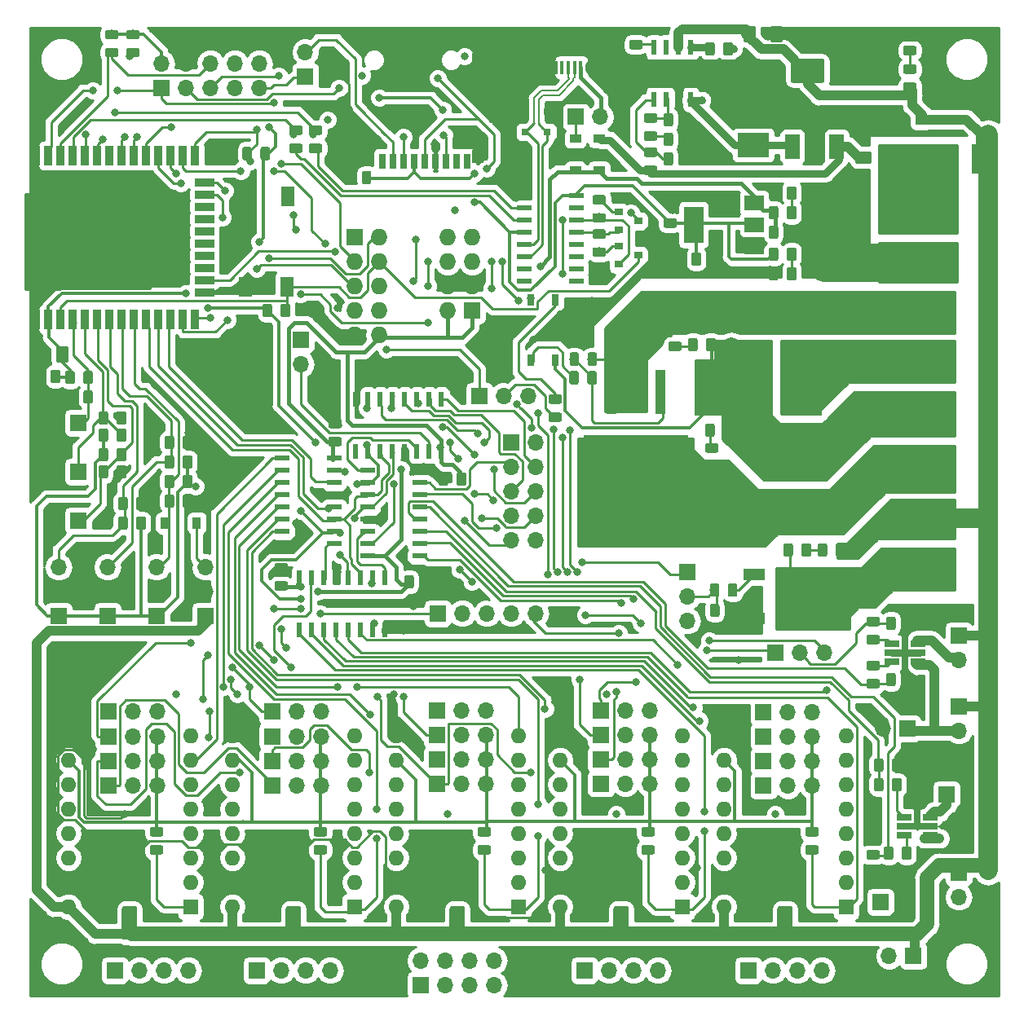
<source format=gtl>
G04 #@! TF.GenerationSoftware,KiCad,Pcbnew,5.0.2-bee76a0~70~ubuntu18.04.1*
G04 #@! TF.CreationDate,2019-07-27T20:10:28+09:00*
G04 #@! TF.ProjectId,MRR_ESPE,4d52525f-4553-4504-952e-6b696361645f,v0.4*
G04 #@! TF.SameCoordinates,Original*
G04 #@! TF.FileFunction,Copper,L1,Top*
G04 #@! TF.FilePolarity,Positive*
%FSLAX46Y46*%
G04 Gerber Fmt 4.6, Leading zero omitted, Abs format (unit mm)*
G04 Created by KiCad (PCBNEW 5.0.2-bee76a0~70~ubuntu18.04.1) date Sat 27 Jul 2019 08:10:28 PM JST*
%MOMM*%
%LPD*%
G01*
G04 APERTURE LIST*
G04 #@! TA.AperFunction,Conductor*
%ADD10C,0.100000*%
G04 #@! TD*
G04 #@! TA.AperFunction,SMDPad,CuDef*
%ADD11C,0.975000*%
G04 #@! TD*
G04 #@! TA.AperFunction,ComponentPad*
%ADD12O,1.700000X1.700000*%
G04 #@! TD*
G04 #@! TA.AperFunction,ComponentPad*
%ADD13R,1.700000X1.700000*%
G04 #@! TD*
G04 #@! TA.AperFunction,SMDPad,CuDef*
%ADD14R,1.450000X2.100000*%
G04 #@! TD*
G04 #@! TA.AperFunction,SMDPad,CuDef*
%ADD15R,1.500000X1.900000*%
G04 #@! TD*
G04 #@! TA.AperFunction,ComponentPad*
%ADD16C,1.450000*%
G04 #@! TD*
G04 #@! TA.AperFunction,SMDPad,CuDef*
%ADD17R,0.400000X1.350000*%
G04 #@! TD*
G04 #@! TA.AperFunction,ComponentPad*
%ADD18O,1.200000X1.900000*%
G04 #@! TD*
G04 #@! TA.AperFunction,SMDPad,CuDef*
%ADD19R,1.200000X1.900000*%
G04 #@! TD*
G04 #@! TA.AperFunction,ComponentPad*
%ADD20O,1.727200X1.727200*%
G04 #@! TD*
G04 #@! TA.AperFunction,ComponentPad*
%ADD21R,1.727200X1.727200*%
G04 #@! TD*
G04 #@! TA.AperFunction,SMDPad,CuDef*
%ADD22C,2.500000*%
G04 #@! TD*
G04 #@! TA.AperFunction,SMDPad,CuDef*
%ADD23C,1.250000*%
G04 #@! TD*
G04 #@! TA.AperFunction,SMDPad,CuDef*
%ADD24C,1.600000*%
G04 #@! TD*
G04 #@! TA.AperFunction,ComponentPad*
%ADD25C,2.600000*%
G04 #@! TD*
G04 #@! TA.AperFunction,ComponentPad*
%ADD26R,2.600000X2.600000*%
G04 #@! TD*
G04 #@! TA.AperFunction,SMDPad,CuDef*
%ADD27R,10.800000X9.400000*%
G04 #@! TD*
G04 #@! TA.AperFunction,SMDPad,CuDef*
%ADD28R,1.100000X4.600000*%
G04 #@! TD*
G04 #@! TA.AperFunction,SMDPad,CuDef*
%ADD29R,6.400000X5.800000*%
G04 #@! TD*
G04 #@! TA.AperFunction,SMDPad,CuDef*
%ADD30R,2.200000X1.200000*%
G04 #@! TD*
G04 #@! TA.AperFunction,SMDPad,CuDef*
%ADD31R,0.900000X0.800000*%
G04 #@! TD*
G04 #@! TA.AperFunction,SMDPad,CuDef*
%ADD32R,5.000000X5.000000*%
G04 #@! TD*
G04 #@! TA.AperFunction,SMDPad,CuDef*
%ADD33R,0.900000X2.000000*%
G04 #@! TD*
G04 #@! TA.AperFunction,SMDPad,CuDef*
%ADD34R,2.000000X0.900000*%
G04 #@! TD*
G04 #@! TA.AperFunction,ViaPad*
%ADD35C,0.600000*%
G04 #@! TD*
G04 #@! TA.AperFunction,SMDPad,CuDef*
%ADD36R,0.600000X1.550000*%
G04 #@! TD*
G04 #@! TA.AperFunction,Conductor*
%ADD37R,4.500000X2.950000*%
G04 #@! TD*
G04 #@! TA.AperFunction,SMDPad,CuDef*
%ADD38R,3.100000X2.600000*%
G04 #@! TD*
G04 #@! TA.AperFunction,SMDPad,CuDef*
%ADD39R,1.500000X0.600000*%
G04 #@! TD*
G04 #@! TA.AperFunction,SMDPad,CuDef*
%ADD40R,2.000000X1.500000*%
G04 #@! TD*
G04 #@! TA.AperFunction,SMDPad,CuDef*
%ADD41R,2.000000X3.800000*%
G04 #@! TD*
G04 #@! TA.AperFunction,ComponentPad*
%ADD42O,1.600000X1.600000*%
G04 #@! TD*
G04 #@! TA.AperFunction,ComponentPad*
%ADD43R,1.600000X1.600000*%
G04 #@! TD*
G04 #@! TA.AperFunction,SMDPad,CuDef*
%ADD44R,0.700000X1.600000*%
G04 #@! TD*
G04 #@! TA.AperFunction,SMDPad,CuDef*
%ADD45R,1.200000X1.400000*%
G04 #@! TD*
G04 #@! TA.AperFunction,SMDPad,CuDef*
%ADD46R,1.600000X1.400000*%
G04 #@! TD*
G04 #@! TA.AperFunction,SMDPad,CuDef*
%ADD47R,1.200000X2.200000*%
G04 #@! TD*
G04 #@! TA.AperFunction,SMDPad,CuDef*
%ADD48R,1.960000X3.150000*%
G04 #@! TD*
G04 #@! TA.AperFunction,SMDPad,CuDef*
%ADD49R,1.500000X2.500000*%
G04 #@! TD*
G04 #@! TA.AperFunction,SMDPad,CuDef*
%ADD50R,3.300000X2.500000*%
G04 #@! TD*
G04 #@! TA.AperFunction,SMDPad,CuDef*
%ADD51R,0.900000X1.200000*%
G04 #@! TD*
G04 #@! TA.AperFunction,SMDPad,CuDef*
%ADD52R,1.100000X1.100000*%
G04 #@! TD*
G04 #@! TA.AperFunction,SMDPad,CuDef*
%ADD53R,0.800000X0.800000*%
G04 #@! TD*
G04 #@! TA.AperFunction,SMDPad,CuDef*
%ADD54R,0.800000X1.200000*%
G04 #@! TD*
G04 #@! TA.AperFunction,SMDPad,CuDef*
%ADD55R,1.200000X0.900000*%
G04 #@! TD*
G04 #@! TA.AperFunction,SMDPad,CuDef*
%ADD56R,3.790000X5.650000*%
G04 #@! TD*
G04 #@! TA.AperFunction,SMDPad,CuDef*
%ADD57R,1.560000X0.650000*%
G04 #@! TD*
G04 #@! TA.AperFunction,SMDPad,CuDef*
%ADD58R,0.600000X1.500000*%
G04 #@! TD*
G04 #@! TA.AperFunction,ViaPad*
%ADD59C,0.800000*%
G04 #@! TD*
G04 #@! TA.AperFunction,Conductor*
%ADD60C,4.000000*%
G04 #@! TD*
G04 #@! TA.AperFunction,Conductor*
%ADD61C,2.500000*%
G04 #@! TD*
G04 #@! TA.AperFunction,Conductor*
%ADD62C,0.250000*%
G04 #@! TD*
G04 #@! TA.AperFunction,Conductor*
%ADD63C,0.700000*%
G04 #@! TD*
G04 #@! TA.AperFunction,Conductor*
%ADD64C,0.800000*%
G04 #@! TD*
G04 #@! TA.AperFunction,Conductor*
%ADD65C,3.000000*%
G04 #@! TD*
G04 #@! TA.AperFunction,Conductor*
%ADD66C,1.000000*%
G04 #@! TD*
G04 #@! TA.AperFunction,Conductor*
%ADD67C,1.500000*%
G04 #@! TD*
G04 #@! TA.AperFunction,Conductor*
%ADD68C,2.000000*%
G04 #@! TD*
G04 #@! TA.AperFunction,Conductor*
%ADD69C,0.300000*%
G04 #@! TD*
G04 #@! TA.AperFunction,Conductor*
%ADD70C,0.400000*%
G04 #@! TD*
G04 #@! TA.AperFunction,Conductor*
%ADD71C,0.200000*%
G04 #@! TD*
G04 #@! TA.AperFunction,Conductor*
%ADD72C,0.254000*%
G04 #@! TD*
G04 APERTURE END LIST*
D10*
G04 #@! TO.N,Net-(C10-Pad1)*
G04 #@! TO.C,C10*
G36*
X113473142Y-42227174D02*
X113496803Y-42230684D01*
X113520007Y-42236496D01*
X113542529Y-42244554D01*
X113564153Y-42254782D01*
X113584670Y-42267079D01*
X113603883Y-42281329D01*
X113621607Y-42297393D01*
X113637671Y-42315117D01*
X113651921Y-42334330D01*
X113664218Y-42354847D01*
X113674446Y-42376471D01*
X113682504Y-42398993D01*
X113688316Y-42422197D01*
X113691826Y-42445858D01*
X113693000Y-42469750D01*
X113693000Y-43382250D01*
X113691826Y-43406142D01*
X113688316Y-43429803D01*
X113682504Y-43453007D01*
X113674446Y-43475529D01*
X113664218Y-43497153D01*
X113651921Y-43517670D01*
X113637671Y-43536883D01*
X113621607Y-43554607D01*
X113603883Y-43570671D01*
X113584670Y-43584921D01*
X113564153Y-43597218D01*
X113542529Y-43607446D01*
X113520007Y-43615504D01*
X113496803Y-43621316D01*
X113473142Y-43624826D01*
X113449250Y-43626000D01*
X112961750Y-43626000D01*
X112937858Y-43624826D01*
X112914197Y-43621316D01*
X112890993Y-43615504D01*
X112868471Y-43607446D01*
X112846847Y-43597218D01*
X112826330Y-43584921D01*
X112807117Y-43570671D01*
X112789393Y-43554607D01*
X112773329Y-43536883D01*
X112759079Y-43517670D01*
X112746782Y-43497153D01*
X112736554Y-43475529D01*
X112728496Y-43453007D01*
X112722684Y-43429803D01*
X112719174Y-43406142D01*
X112718000Y-43382250D01*
X112718000Y-42469750D01*
X112719174Y-42445858D01*
X112722684Y-42422197D01*
X112728496Y-42398993D01*
X112736554Y-42376471D01*
X112746782Y-42354847D01*
X112759079Y-42334330D01*
X112773329Y-42315117D01*
X112789393Y-42297393D01*
X112807117Y-42281329D01*
X112826330Y-42267079D01*
X112846847Y-42254782D01*
X112868471Y-42244554D01*
X112890993Y-42236496D01*
X112914197Y-42230684D01*
X112937858Y-42227174D01*
X112961750Y-42226000D01*
X113449250Y-42226000D01*
X113473142Y-42227174D01*
X113473142Y-42227174D01*
G37*
D11*
G04 #@! TD*
G04 #@! TO.P,C10,1*
G04 #@! TO.N,Net-(C10-Pad1)*
X113205500Y-42926000D03*
D10*
G04 #@! TO.N,Net-(C10-Pad2)*
G04 #@! TO.C,C10*
G36*
X111598142Y-42227174D02*
X111621803Y-42230684D01*
X111645007Y-42236496D01*
X111667529Y-42244554D01*
X111689153Y-42254782D01*
X111709670Y-42267079D01*
X111728883Y-42281329D01*
X111746607Y-42297393D01*
X111762671Y-42315117D01*
X111776921Y-42334330D01*
X111789218Y-42354847D01*
X111799446Y-42376471D01*
X111807504Y-42398993D01*
X111813316Y-42422197D01*
X111816826Y-42445858D01*
X111818000Y-42469750D01*
X111818000Y-43382250D01*
X111816826Y-43406142D01*
X111813316Y-43429803D01*
X111807504Y-43453007D01*
X111799446Y-43475529D01*
X111789218Y-43497153D01*
X111776921Y-43517670D01*
X111762671Y-43536883D01*
X111746607Y-43554607D01*
X111728883Y-43570671D01*
X111709670Y-43584921D01*
X111689153Y-43597218D01*
X111667529Y-43607446D01*
X111645007Y-43615504D01*
X111621803Y-43621316D01*
X111598142Y-43624826D01*
X111574250Y-43626000D01*
X111086750Y-43626000D01*
X111062858Y-43624826D01*
X111039197Y-43621316D01*
X111015993Y-43615504D01*
X110993471Y-43607446D01*
X110971847Y-43597218D01*
X110951330Y-43584921D01*
X110932117Y-43570671D01*
X110914393Y-43554607D01*
X110898329Y-43536883D01*
X110884079Y-43517670D01*
X110871782Y-43497153D01*
X110861554Y-43475529D01*
X110853496Y-43453007D01*
X110847684Y-43429803D01*
X110844174Y-43406142D01*
X110843000Y-43382250D01*
X110843000Y-42469750D01*
X110844174Y-42445858D01*
X110847684Y-42422197D01*
X110853496Y-42398993D01*
X110861554Y-42376471D01*
X110871782Y-42354847D01*
X110884079Y-42334330D01*
X110898329Y-42315117D01*
X110914393Y-42297393D01*
X110932117Y-42281329D01*
X110951330Y-42267079D01*
X110971847Y-42254782D01*
X110993471Y-42244554D01*
X111015993Y-42236496D01*
X111039197Y-42230684D01*
X111062858Y-42227174D01*
X111086750Y-42226000D01*
X111574250Y-42226000D01*
X111598142Y-42227174D01*
X111598142Y-42227174D01*
G37*
D11*
G04 #@! TD*
G04 #@! TO.P,C10,2*
G04 #@! TO.N,Net-(C10-Pad2)*
X111330500Y-42926000D03*
D12*
G04 #@! TO.P,J11,10*
G04 #@! TO.N,Q159*
X93218000Y-93980000D03*
G04 #@! TO.P,J11,9*
G04 #@! TO.N,Q158*
X90678000Y-93980000D03*
G04 #@! TO.P,J11,8*
G04 #@! TO.N,Q157*
X93218000Y-91440000D03*
G04 #@! TO.P,J11,7*
G04 #@! TO.N,Q156*
X90678000Y-91440000D03*
G04 #@! TO.P,J11,6*
G04 #@! TO.N,Q155*
X93218000Y-88900000D03*
G04 #@! TO.P,J11,5*
G04 #@! TO.N,Q154*
X90678000Y-88900000D03*
G04 #@! TO.P,J11,4*
G04 #@! TO.N,Q153*
X93218000Y-86360000D03*
G04 #@! TO.P,J11,3*
G04 #@! TO.N,Q151*
X90678000Y-86360000D03*
G04 #@! TO.P,J11,2*
G04 #@! TO.N,Q150*
X93218000Y-83820000D03*
D13*
G04 #@! TO.P,J11,1*
G04 #@! TO.N,Q143*
X90678000Y-83820000D03*
G04 #@! TD*
D12*
G04 #@! TO.P,J1,3*
G04 #@! TO.N,X_MIN*
X43688000Y-96774000D03*
G04 #@! TO.P,J1,2*
G04 #@! TO.N,GND*
X43688000Y-99314000D03*
D13*
G04 #@! TO.P,J1,1*
G04 #@! TO.N,+3V3*
X43688000Y-101854000D03*
G04 #@! TD*
D12*
G04 #@! TO.P,J5,3*
G04 #@! TO.N,Y_MIN*
X48768000Y-96774000D03*
G04 #@! TO.P,J5,2*
G04 #@! TO.N,GND*
X48768000Y-99314000D03*
D13*
G04 #@! TO.P,J5,1*
G04 #@! TO.N,+3V3*
X48768000Y-101854000D03*
G04 #@! TD*
D12*
G04 #@! TO.P,J2,3*
G04 #@! TO.N,Z_MIN*
X53848000Y-96774000D03*
G04 #@! TO.P,J2,2*
G04 #@! TO.N,GND*
X53848000Y-99314000D03*
D13*
G04 #@! TO.P,J2,1*
G04 #@! TO.N,+3V3*
X53848000Y-101854000D03*
G04 #@! TD*
D12*
G04 #@! TO.P,J6,3*
G04 #@! TO.N,Net-(D2-Pad1)*
X58928000Y-96774000D03*
G04 #@! TO.P,J6,2*
G04 #@! TO.N,GND*
X58928000Y-99314000D03*
D13*
G04 #@! TO.P,J6,1*
G04 #@! TO.N,VIN*
X58928000Y-101854000D03*
G04 #@! TD*
D12*
G04 #@! TO.P,J8,2*
G04 #@! TO.N,GND*
X43180000Y-91948000D03*
D13*
G04 #@! TO.P,J8,1*
G04 #@! TO.N,IO34*
X45720000Y-91948000D03*
G04 #@! TD*
D12*
G04 #@! TO.P,J13,2*
G04 #@! TO.N,GND*
X43180000Y-81788000D03*
D13*
G04 #@! TO.P,J13,1*
G04 #@! TO.N,TEMP_E0_PIN*
X45720000Y-81788000D03*
G04 #@! TD*
D12*
G04 #@! TO.P,J12,2*
G04 #@! TO.N,GND*
X43180000Y-86868000D03*
D13*
G04 #@! TO.P,J12,1*
G04 #@! TO.N,TEMP_BED_PIN*
X45720000Y-86868000D03*
G04 #@! TD*
D14*
G04 #@! TO.P,SW1,2*
G04 #@! TO.N,EN*
X67378000Y-67692000D03*
G04 #@! TO.P,SW1,3*
G04 #@! TO.N,N/C*
X67478000Y-58292000D03*
G04 #@! TO.P,SW1,1*
G04 #@! TO.N,GND*
X63078000Y-58292000D03*
X63078000Y-67692000D03*
G04 #@! TD*
D15*
G04 #@! TO.P,J16,6*
G04 #@! TO.N,GND*
X95600000Y-42162500D03*
D16*
X99100000Y-44862500D03*
D17*
G04 #@! TO.P,J16,2*
G04 #@! TO.N,/D-*
X97250000Y-44862500D03*
G04 #@! TO.P,J16,1*
G04 #@! TO.N,VUSB*
X97900000Y-44862500D03*
G04 #@! TO.P,J16,5*
G04 #@! TO.N,GND*
X95300000Y-44862500D03*
G04 #@! TO.P,J16,4*
G04 #@! TO.N,N/C*
X95950000Y-44862500D03*
G04 #@! TO.P,J16,3*
G04 #@! TO.N,/D+*
X96600000Y-44862500D03*
D16*
G04 #@! TO.P,J16,6*
G04 #@! TO.N,GND*
X94100000Y-44862500D03*
D15*
X97600000Y-42162500D03*
D18*
X100100000Y-42162500D03*
X93100000Y-42162500D03*
D19*
X93700000Y-42162500D03*
X99500000Y-42162500D03*
G04 #@! TD*
D20*
G04 #@! TO.P,J15,8*
G04 #@! TO.N,UART+*
X84074000Y-62484000D03*
G04 #@! TO.P,J15,7*
G04 #@! TO.N,N/C*
X86614000Y-62484000D03*
G04 #@! TO.P,J15,6*
G04 #@! TO.N,UART-*
X84074000Y-65024000D03*
G04 #@! TO.P,J15,5*
G04 #@! TO.N,N/C*
X86614000Y-65024000D03*
G04 #@! TO.P,J15,4*
G04 #@! TO.N,GND*
X84074000Y-67564000D03*
G04 #@! TO.P,J15,3*
X86614000Y-67564000D03*
G04 #@! TO.P,J15,2*
G04 #@! TO.N,+5V*
X84074000Y-70104000D03*
D21*
G04 #@! TO.P,J15,1*
X86614000Y-70104000D03*
G04 #@! TD*
D10*
G04 #@! TO.N,X_MIN*
G04 #@! TO.C,C1*
G36*
X50638142Y-89471174D02*
X50661803Y-89474684D01*
X50685007Y-89480496D01*
X50707529Y-89488554D01*
X50729153Y-89498782D01*
X50749670Y-89511079D01*
X50768883Y-89525329D01*
X50786607Y-89541393D01*
X50802671Y-89559117D01*
X50816921Y-89578330D01*
X50829218Y-89598847D01*
X50839446Y-89620471D01*
X50847504Y-89642993D01*
X50853316Y-89666197D01*
X50856826Y-89689858D01*
X50858000Y-89713750D01*
X50858000Y-90626250D01*
X50856826Y-90650142D01*
X50853316Y-90673803D01*
X50847504Y-90697007D01*
X50839446Y-90719529D01*
X50829218Y-90741153D01*
X50816921Y-90761670D01*
X50802671Y-90780883D01*
X50786607Y-90798607D01*
X50768883Y-90814671D01*
X50749670Y-90828921D01*
X50729153Y-90841218D01*
X50707529Y-90851446D01*
X50685007Y-90859504D01*
X50661803Y-90865316D01*
X50638142Y-90868826D01*
X50614250Y-90870000D01*
X50126750Y-90870000D01*
X50102858Y-90868826D01*
X50079197Y-90865316D01*
X50055993Y-90859504D01*
X50033471Y-90851446D01*
X50011847Y-90841218D01*
X49991330Y-90828921D01*
X49972117Y-90814671D01*
X49954393Y-90798607D01*
X49938329Y-90780883D01*
X49924079Y-90761670D01*
X49911782Y-90741153D01*
X49901554Y-90719529D01*
X49893496Y-90697007D01*
X49887684Y-90673803D01*
X49884174Y-90650142D01*
X49883000Y-90626250D01*
X49883000Y-89713750D01*
X49884174Y-89689858D01*
X49887684Y-89666197D01*
X49893496Y-89642993D01*
X49901554Y-89620471D01*
X49911782Y-89598847D01*
X49924079Y-89578330D01*
X49938329Y-89559117D01*
X49954393Y-89541393D01*
X49972117Y-89525329D01*
X49991330Y-89511079D01*
X50011847Y-89498782D01*
X50033471Y-89488554D01*
X50055993Y-89480496D01*
X50079197Y-89474684D01*
X50102858Y-89471174D01*
X50126750Y-89470000D01*
X50614250Y-89470000D01*
X50638142Y-89471174D01*
X50638142Y-89471174D01*
G37*
D11*
G04 #@! TD*
G04 #@! TO.P,C1,2*
G04 #@! TO.N,X_MIN*
X50370500Y-90170000D03*
D10*
G04 #@! TO.N,GND*
G04 #@! TO.C,C1*
G36*
X52513142Y-89471174D02*
X52536803Y-89474684D01*
X52560007Y-89480496D01*
X52582529Y-89488554D01*
X52604153Y-89498782D01*
X52624670Y-89511079D01*
X52643883Y-89525329D01*
X52661607Y-89541393D01*
X52677671Y-89559117D01*
X52691921Y-89578330D01*
X52704218Y-89598847D01*
X52714446Y-89620471D01*
X52722504Y-89642993D01*
X52728316Y-89666197D01*
X52731826Y-89689858D01*
X52733000Y-89713750D01*
X52733000Y-90626250D01*
X52731826Y-90650142D01*
X52728316Y-90673803D01*
X52722504Y-90697007D01*
X52714446Y-90719529D01*
X52704218Y-90741153D01*
X52691921Y-90761670D01*
X52677671Y-90780883D01*
X52661607Y-90798607D01*
X52643883Y-90814671D01*
X52624670Y-90828921D01*
X52604153Y-90841218D01*
X52582529Y-90851446D01*
X52560007Y-90859504D01*
X52536803Y-90865316D01*
X52513142Y-90868826D01*
X52489250Y-90870000D01*
X52001750Y-90870000D01*
X51977858Y-90868826D01*
X51954197Y-90865316D01*
X51930993Y-90859504D01*
X51908471Y-90851446D01*
X51886847Y-90841218D01*
X51866330Y-90828921D01*
X51847117Y-90814671D01*
X51829393Y-90798607D01*
X51813329Y-90780883D01*
X51799079Y-90761670D01*
X51786782Y-90741153D01*
X51776554Y-90719529D01*
X51768496Y-90697007D01*
X51762684Y-90673803D01*
X51759174Y-90650142D01*
X51758000Y-90626250D01*
X51758000Y-89713750D01*
X51759174Y-89689858D01*
X51762684Y-89666197D01*
X51768496Y-89642993D01*
X51776554Y-89620471D01*
X51786782Y-89598847D01*
X51799079Y-89578330D01*
X51813329Y-89559117D01*
X51829393Y-89541393D01*
X51847117Y-89525329D01*
X51866330Y-89511079D01*
X51886847Y-89498782D01*
X51908471Y-89488554D01*
X51930993Y-89480496D01*
X51954197Y-89474684D01*
X51977858Y-89471174D01*
X52001750Y-89470000D01*
X52489250Y-89470000D01*
X52513142Y-89471174D01*
X52513142Y-89471174D01*
G37*
D11*
G04 #@! TD*
G04 #@! TO.P,C1,1*
G04 #@! TO.N,GND*
X52245500Y-90170000D03*
D10*
G04 #@! TO.N,Z_MIN*
G04 #@! TO.C,C2*
G36*
X55464142Y-89217174D02*
X55487803Y-89220684D01*
X55511007Y-89226496D01*
X55533529Y-89234554D01*
X55555153Y-89244782D01*
X55575670Y-89257079D01*
X55594883Y-89271329D01*
X55612607Y-89287393D01*
X55628671Y-89305117D01*
X55642921Y-89324330D01*
X55655218Y-89344847D01*
X55665446Y-89366471D01*
X55673504Y-89388993D01*
X55679316Y-89412197D01*
X55682826Y-89435858D01*
X55684000Y-89459750D01*
X55684000Y-90372250D01*
X55682826Y-90396142D01*
X55679316Y-90419803D01*
X55673504Y-90443007D01*
X55665446Y-90465529D01*
X55655218Y-90487153D01*
X55642921Y-90507670D01*
X55628671Y-90526883D01*
X55612607Y-90544607D01*
X55594883Y-90560671D01*
X55575670Y-90574921D01*
X55555153Y-90587218D01*
X55533529Y-90597446D01*
X55511007Y-90605504D01*
X55487803Y-90611316D01*
X55464142Y-90614826D01*
X55440250Y-90616000D01*
X54952750Y-90616000D01*
X54928858Y-90614826D01*
X54905197Y-90611316D01*
X54881993Y-90605504D01*
X54859471Y-90597446D01*
X54837847Y-90587218D01*
X54817330Y-90574921D01*
X54798117Y-90560671D01*
X54780393Y-90544607D01*
X54764329Y-90526883D01*
X54750079Y-90507670D01*
X54737782Y-90487153D01*
X54727554Y-90465529D01*
X54719496Y-90443007D01*
X54713684Y-90419803D01*
X54710174Y-90396142D01*
X54709000Y-90372250D01*
X54709000Y-89459750D01*
X54710174Y-89435858D01*
X54713684Y-89412197D01*
X54719496Y-89388993D01*
X54727554Y-89366471D01*
X54737782Y-89344847D01*
X54750079Y-89324330D01*
X54764329Y-89305117D01*
X54780393Y-89287393D01*
X54798117Y-89271329D01*
X54817330Y-89257079D01*
X54837847Y-89244782D01*
X54859471Y-89234554D01*
X54881993Y-89226496D01*
X54905197Y-89220684D01*
X54928858Y-89217174D01*
X54952750Y-89216000D01*
X55440250Y-89216000D01*
X55464142Y-89217174D01*
X55464142Y-89217174D01*
G37*
D11*
G04 #@! TD*
G04 #@! TO.P,C2,2*
G04 #@! TO.N,Z_MIN*
X55196500Y-89916000D03*
D10*
G04 #@! TO.N,GND*
G04 #@! TO.C,C2*
G36*
X57339142Y-89217174D02*
X57362803Y-89220684D01*
X57386007Y-89226496D01*
X57408529Y-89234554D01*
X57430153Y-89244782D01*
X57450670Y-89257079D01*
X57469883Y-89271329D01*
X57487607Y-89287393D01*
X57503671Y-89305117D01*
X57517921Y-89324330D01*
X57530218Y-89344847D01*
X57540446Y-89366471D01*
X57548504Y-89388993D01*
X57554316Y-89412197D01*
X57557826Y-89435858D01*
X57559000Y-89459750D01*
X57559000Y-90372250D01*
X57557826Y-90396142D01*
X57554316Y-90419803D01*
X57548504Y-90443007D01*
X57540446Y-90465529D01*
X57530218Y-90487153D01*
X57517921Y-90507670D01*
X57503671Y-90526883D01*
X57487607Y-90544607D01*
X57469883Y-90560671D01*
X57450670Y-90574921D01*
X57430153Y-90587218D01*
X57408529Y-90597446D01*
X57386007Y-90605504D01*
X57362803Y-90611316D01*
X57339142Y-90614826D01*
X57315250Y-90616000D01*
X56827750Y-90616000D01*
X56803858Y-90614826D01*
X56780197Y-90611316D01*
X56756993Y-90605504D01*
X56734471Y-90597446D01*
X56712847Y-90587218D01*
X56692330Y-90574921D01*
X56673117Y-90560671D01*
X56655393Y-90544607D01*
X56639329Y-90526883D01*
X56625079Y-90507670D01*
X56612782Y-90487153D01*
X56602554Y-90465529D01*
X56594496Y-90443007D01*
X56588684Y-90419803D01*
X56585174Y-90396142D01*
X56584000Y-90372250D01*
X56584000Y-89459750D01*
X56585174Y-89435858D01*
X56588684Y-89412197D01*
X56594496Y-89388993D01*
X56602554Y-89366471D01*
X56612782Y-89344847D01*
X56625079Y-89324330D01*
X56639329Y-89305117D01*
X56655393Y-89287393D01*
X56673117Y-89271329D01*
X56692330Y-89257079D01*
X56712847Y-89244782D01*
X56734471Y-89234554D01*
X56756993Y-89226496D01*
X56780197Y-89220684D01*
X56803858Y-89217174D01*
X56827750Y-89216000D01*
X57315250Y-89216000D01*
X57339142Y-89217174D01*
X57339142Y-89217174D01*
G37*
D11*
G04 #@! TD*
G04 #@! TO.P,C2,1*
G04 #@! TO.N,GND*
X57071500Y-89916000D03*
D10*
G04 #@! TO.N,Y_MIN*
G04 #@! TO.C,C3*
G36*
X55464142Y-83121174D02*
X55487803Y-83124684D01*
X55511007Y-83130496D01*
X55533529Y-83138554D01*
X55555153Y-83148782D01*
X55575670Y-83161079D01*
X55594883Y-83175329D01*
X55612607Y-83191393D01*
X55628671Y-83209117D01*
X55642921Y-83228330D01*
X55655218Y-83248847D01*
X55665446Y-83270471D01*
X55673504Y-83292993D01*
X55679316Y-83316197D01*
X55682826Y-83339858D01*
X55684000Y-83363750D01*
X55684000Y-84276250D01*
X55682826Y-84300142D01*
X55679316Y-84323803D01*
X55673504Y-84347007D01*
X55665446Y-84369529D01*
X55655218Y-84391153D01*
X55642921Y-84411670D01*
X55628671Y-84430883D01*
X55612607Y-84448607D01*
X55594883Y-84464671D01*
X55575670Y-84478921D01*
X55555153Y-84491218D01*
X55533529Y-84501446D01*
X55511007Y-84509504D01*
X55487803Y-84515316D01*
X55464142Y-84518826D01*
X55440250Y-84520000D01*
X54952750Y-84520000D01*
X54928858Y-84518826D01*
X54905197Y-84515316D01*
X54881993Y-84509504D01*
X54859471Y-84501446D01*
X54837847Y-84491218D01*
X54817330Y-84478921D01*
X54798117Y-84464671D01*
X54780393Y-84448607D01*
X54764329Y-84430883D01*
X54750079Y-84411670D01*
X54737782Y-84391153D01*
X54727554Y-84369529D01*
X54719496Y-84347007D01*
X54713684Y-84323803D01*
X54710174Y-84300142D01*
X54709000Y-84276250D01*
X54709000Y-83363750D01*
X54710174Y-83339858D01*
X54713684Y-83316197D01*
X54719496Y-83292993D01*
X54727554Y-83270471D01*
X54737782Y-83248847D01*
X54750079Y-83228330D01*
X54764329Y-83209117D01*
X54780393Y-83191393D01*
X54798117Y-83175329D01*
X54817330Y-83161079D01*
X54837847Y-83148782D01*
X54859471Y-83138554D01*
X54881993Y-83130496D01*
X54905197Y-83124684D01*
X54928858Y-83121174D01*
X54952750Y-83120000D01*
X55440250Y-83120000D01*
X55464142Y-83121174D01*
X55464142Y-83121174D01*
G37*
D11*
G04 #@! TD*
G04 #@! TO.P,C3,2*
G04 #@! TO.N,Y_MIN*
X55196500Y-83820000D03*
D10*
G04 #@! TO.N,GND*
G04 #@! TO.C,C3*
G36*
X57339142Y-83121174D02*
X57362803Y-83124684D01*
X57386007Y-83130496D01*
X57408529Y-83138554D01*
X57430153Y-83148782D01*
X57450670Y-83161079D01*
X57469883Y-83175329D01*
X57487607Y-83191393D01*
X57503671Y-83209117D01*
X57517921Y-83228330D01*
X57530218Y-83248847D01*
X57540446Y-83270471D01*
X57548504Y-83292993D01*
X57554316Y-83316197D01*
X57557826Y-83339858D01*
X57559000Y-83363750D01*
X57559000Y-84276250D01*
X57557826Y-84300142D01*
X57554316Y-84323803D01*
X57548504Y-84347007D01*
X57540446Y-84369529D01*
X57530218Y-84391153D01*
X57517921Y-84411670D01*
X57503671Y-84430883D01*
X57487607Y-84448607D01*
X57469883Y-84464671D01*
X57450670Y-84478921D01*
X57430153Y-84491218D01*
X57408529Y-84501446D01*
X57386007Y-84509504D01*
X57362803Y-84515316D01*
X57339142Y-84518826D01*
X57315250Y-84520000D01*
X56827750Y-84520000D01*
X56803858Y-84518826D01*
X56780197Y-84515316D01*
X56756993Y-84509504D01*
X56734471Y-84501446D01*
X56712847Y-84491218D01*
X56692330Y-84478921D01*
X56673117Y-84464671D01*
X56655393Y-84448607D01*
X56639329Y-84430883D01*
X56625079Y-84411670D01*
X56612782Y-84391153D01*
X56602554Y-84369529D01*
X56594496Y-84347007D01*
X56588684Y-84323803D01*
X56585174Y-84300142D01*
X56584000Y-84276250D01*
X56584000Y-83363750D01*
X56585174Y-83339858D01*
X56588684Y-83316197D01*
X56594496Y-83292993D01*
X56602554Y-83270471D01*
X56612782Y-83248847D01*
X56625079Y-83228330D01*
X56639329Y-83209117D01*
X56655393Y-83191393D01*
X56673117Y-83175329D01*
X56692330Y-83161079D01*
X56712847Y-83148782D01*
X56734471Y-83138554D01*
X56756993Y-83130496D01*
X56780197Y-83124684D01*
X56803858Y-83121174D01*
X56827750Y-83120000D01*
X57315250Y-83120000D01*
X57339142Y-83121174D01*
X57339142Y-83121174D01*
G37*
D11*
G04 #@! TD*
G04 #@! TO.P,C3,1*
G04 #@! TO.N,GND*
X57071500Y-83820000D03*
D10*
G04 #@! TO.N,GND*
G04 #@! TO.C,C4*
G36*
X129488504Y-43963204D02*
X129512773Y-43966804D01*
X129536571Y-43972765D01*
X129559671Y-43981030D01*
X129581849Y-43991520D01*
X129602893Y-44004133D01*
X129622598Y-44018747D01*
X129640777Y-44035223D01*
X129657253Y-44053402D01*
X129671867Y-44073107D01*
X129684480Y-44094151D01*
X129694970Y-44116329D01*
X129703235Y-44139429D01*
X129709196Y-44163227D01*
X129712796Y-44187496D01*
X129714000Y-44212000D01*
X129714000Y-46212000D01*
X129712796Y-46236504D01*
X129709196Y-46260773D01*
X129703235Y-46284571D01*
X129694970Y-46307671D01*
X129684480Y-46329849D01*
X129671867Y-46350893D01*
X129657253Y-46370598D01*
X129640777Y-46388777D01*
X129622598Y-46405253D01*
X129602893Y-46419867D01*
X129581849Y-46432480D01*
X129559671Y-46442970D01*
X129536571Y-46451235D01*
X129512773Y-46457196D01*
X129488504Y-46460796D01*
X129464000Y-46462000D01*
X126464000Y-46462000D01*
X126439496Y-46460796D01*
X126415227Y-46457196D01*
X126391429Y-46451235D01*
X126368329Y-46442970D01*
X126346151Y-46432480D01*
X126325107Y-46419867D01*
X126305402Y-46405253D01*
X126287223Y-46388777D01*
X126270747Y-46370598D01*
X126256133Y-46350893D01*
X126243520Y-46329849D01*
X126233030Y-46307671D01*
X126224765Y-46284571D01*
X126218804Y-46260773D01*
X126215204Y-46236504D01*
X126214000Y-46212000D01*
X126214000Y-44212000D01*
X126215204Y-44187496D01*
X126218804Y-44163227D01*
X126224765Y-44139429D01*
X126233030Y-44116329D01*
X126243520Y-44094151D01*
X126256133Y-44073107D01*
X126270747Y-44053402D01*
X126287223Y-44035223D01*
X126305402Y-44018747D01*
X126325107Y-44004133D01*
X126346151Y-43991520D01*
X126368329Y-43981030D01*
X126391429Y-43972765D01*
X126415227Y-43966804D01*
X126439496Y-43963204D01*
X126464000Y-43962000D01*
X129464000Y-43962000D01*
X129488504Y-43963204D01*
X129488504Y-43963204D01*
G37*
D22*
G04 #@! TD*
G04 #@! TO.P,C4,2*
G04 #@! TO.N,GND*
X127964000Y-45212000D03*
D10*
G04 #@! TO.N,VIN*
G04 #@! TO.C,C4*
G36*
X122988504Y-43963204D02*
X123012773Y-43966804D01*
X123036571Y-43972765D01*
X123059671Y-43981030D01*
X123081849Y-43991520D01*
X123102893Y-44004133D01*
X123122598Y-44018747D01*
X123140777Y-44035223D01*
X123157253Y-44053402D01*
X123171867Y-44073107D01*
X123184480Y-44094151D01*
X123194970Y-44116329D01*
X123203235Y-44139429D01*
X123209196Y-44163227D01*
X123212796Y-44187496D01*
X123214000Y-44212000D01*
X123214000Y-46212000D01*
X123212796Y-46236504D01*
X123209196Y-46260773D01*
X123203235Y-46284571D01*
X123194970Y-46307671D01*
X123184480Y-46329849D01*
X123171867Y-46350893D01*
X123157253Y-46370598D01*
X123140777Y-46388777D01*
X123122598Y-46405253D01*
X123102893Y-46419867D01*
X123081849Y-46432480D01*
X123059671Y-46442970D01*
X123036571Y-46451235D01*
X123012773Y-46457196D01*
X122988504Y-46460796D01*
X122964000Y-46462000D01*
X119964000Y-46462000D01*
X119939496Y-46460796D01*
X119915227Y-46457196D01*
X119891429Y-46451235D01*
X119868329Y-46442970D01*
X119846151Y-46432480D01*
X119825107Y-46419867D01*
X119805402Y-46405253D01*
X119787223Y-46388777D01*
X119770747Y-46370598D01*
X119756133Y-46350893D01*
X119743520Y-46329849D01*
X119733030Y-46307671D01*
X119724765Y-46284571D01*
X119718804Y-46260773D01*
X119715204Y-46236504D01*
X119714000Y-46212000D01*
X119714000Y-44212000D01*
X119715204Y-44187496D01*
X119718804Y-44163227D01*
X119724765Y-44139429D01*
X119733030Y-44116329D01*
X119743520Y-44094151D01*
X119756133Y-44073107D01*
X119770747Y-44053402D01*
X119787223Y-44035223D01*
X119805402Y-44018747D01*
X119825107Y-44004133D01*
X119846151Y-43991520D01*
X119868329Y-43981030D01*
X119891429Y-43972765D01*
X119915227Y-43966804D01*
X119939496Y-43963204D01*
X119964000Y-43962000D01*
X122964000Y-43962000D01*
X122988504Y-43963204D01*
X122988504Y-43963204D01*
G37*
D22*
G04 #@! TD*
G04 #@! TO.P,C4,1*
G04 #@! TO.N,VIN*
X121464000Y-45212000D03*
D10*
G04 #@! TO.N,TEMP_BED_PIN*
G04 #@! TO.C,C5*
G36*
X48606142Y-80581174D02*
X48629803Y-80584684D01*
X48653007Y-80590496D01*
X48675529Y-80598554D01*
X48697153Y-80608782D01*
X48717670Y-80621079D01*
X48736883Y-80635329D01*
X48754607Y-80651393D01*
X48770671Y-80669117D01*
X48784921Y-80688330D01*
X48797218Y-80708847D01*
X48807446Y-80730471D01*
X48815504Y-80752993D01*
X48821316Y-80776197D01*
X48824826Y-80799858D01*
X48826000Y-80823750D01*
X48826000Y-81736250D01*
X48824826Y-81760142D01*
X48821316Y-81783803D01*
X48815504Y-81807007D01*
X48807446Y-81829529D01*
X48797218Y-81851153D01*
X48784921Y-81871670D01*
X48770671Y-81890883D01*
X48754607Y-81908607D01*
X48736883Y-81924671D01*
X48717670Y-81938921D01*
X48697153Y-81951218D01*
X48675529Y-81961446D01*
X48653007Y-81969504D01*
X48629803Y-81975316D01*
X48606142Y-81978826D01*
X48582250Y-81980000D01*
X48094750Y-81980000D01*
X48070858Y-81978826D01*
X48047197Y-81975316D01*
X48023993Y-81969504D01*
X48001471Y-81961446D01*
X47979847Y-81951218D01*
X47959330Y-81938921D01*
X47940117Y-81924671D01*
X47922393Y-81908607D01*
X47906329Y-81890883D01*
X47892079Y-81871670D01*
X47879782Y-81851153D01*
X47869554Y-81829529D01*
X47861496Y-81807007D01*
X47855684Y-81783803D01*
X47852174Y-81760142D01*
X47851000Y-81736250D01*
X47851000Y-80823750D01*
X47852174Y-80799858D01*
X47855684Y-80776197D01*
X47861496Y-80752993D01*
X47869554Y-80730471D01*
X47879782Y-80708847D01*
X47892079Y-80688330D01*
X47906329Y-80669117D01*
X47922393Y-80651393D01*
X47940117Y-80635329D01*
X47959330Y-80621079D01*
X47979847Y-80608782D01*
X48001471Y-80598554D01*
X48023993Y-80590496D01*
X48047197Y-80584684D01*
X48070858Y-80581174D01*
X48094750Y-80580000D01*
X48582250Y-80580000D01*
X48606142Y-80581174D01*
X48606142Y-80581174D01*
G37*
D11*
G04 #@! TD*
G04 #@! TO.P,C5,2*
G04 #@! TO.N,TEMP_BED_PIN*
X48338500Y-81280000D03*
D10*
G04 #@! TO.N,GND*
G04 #@! TO.C,C5*
G36*
X50481142Y-80581174D02*
X50504803Y-80584684D01*
X50528007Y-80590496D01*
X50550529Y-80598554D01*
X50572153Y-80608782D01*
X50592670Y-80621079D01*
X50611883Y-80635329D01*
X50629607Y-80651393D01*
X50645671Y-80669117D01*
X50659921Y-80688330D01*
X50672218Y-80708847D01*
X50682446Y-80730471D01*
X50690504Y-80752993D01*
X50696316Y-80776197D01*
X50699826Y-80799858D01*
X50701000Y-80823750D01*
X50701000Y-81736250D01*
X50699826Y-81760142D01*
X50696316Y-81783803D01*
X50690504Y-81807007D01*
X50682446Y-81829529D01*
X50672218Y-81851153D01*
X50659921Y-81871670D01*
X50645671Y-81890883D01*
X50629607Y-81908607D01*
X50611883Y-81924671D01*
X50592670Y-81938921D01*
X50572153Y-81951218D01*
X50550529Y-81961446D01*
X50528007Y-81969504D01*
X50504803Y-81975316D01*
X50481142Y-81978826D01*
X50457250Y-81980000D01*
X49969750Y-81980000D01*
X49945858Y-81978826D01*
X49922197Y-81975316D01*
X49898993Y-81969504D01*
X49876471Y-81961446D01*
X49854847Y-81951218D01*
X49834330Y-81938921D01*
X49815117Y-81924671D01*
X49797393Y-81908607D01*
X49781329Y-81890883D01*
X49767079Y-81871670D01*
X49754782Y-81851153D01*
X49744554Y-81829529D01*
X49736496Y-81807007D01*
X49730684Y-81783803D01*
X49727174Y-81760142D01*
X49726000Y-81736250D01*
X49726000Y-80823750D01*
X49727174Y-80799858D01*
X49730684Y-80776197D01*
X49736496Y-80752993D01*
X49744554Y-80730471D01*
X49754782Y-80708847D01*
X49767079Y-80688330D01*
X49781329Y-80669117D01*
X49797393Y-80651393D01*
X49815117Y-80635329D01*
X49834330Y-80621079D01*
X49854847Y-80608782D01*
X49876471Y-80598554D01*
X49898993Y-80590496D01*
X49922197Y-80584684D01*
X49945858Y-80581174D01*
X49969750Y-80580000D01*
X50457250Y-80580000D01*
X50481142Y-80581174D01*
X50481142Y-80581174D01*
G37*
D11*
G04 #@! TD*
G04 #@! TO.P,C5,1*
G04 #@! TO.N,GND*
X50213500Y-81280000D03*
D10*
G04 #@! TO.N,TEMP_E0_PIN*
G04 #@! TO.C,C6*
G36*
X47014142Y-78393174D02*
X47037803Y-78396684D01*
X47061007Y-78402496D01*
X47083529Y-78410554D01*
X47105153Y-78420782D01*
X47125670Y-78433079D01*
X47144883Y-78447329D01*
X47162607Y-78463393D01*
X47178671Y-78481117D01*
X47192921Y-78500330D01*
X47205218Y-78520847D01*
X47215446Y-78542471D01*
X47223504Y-78564993D01*
X47229316Y-78588197D01*
X47232826Y-78611858D01*
X47234000Y-78635750D01*
X47234000Y-79548250D01*
X47232826Y-79572142D01*
X47229316Y-79595803D01*
X47223504Y-79619007D01*
X47215446Y-79641529D01*
X47205218Y-79663153D01*
X47192921Y-79683670D01*
X47178671Y-79702883D01*
X47162607Y-79720607D01*
X47144883Y-79736671D01*
X47125670Y-79750921D01*
X47105153Y-79763218D01*
X47083529Y-79773446D01*
X47061007Y-79781504D01*
X47037803Y-79787316D01*
X47014142Y-79790826D01*
X46990250Y-79792000D01*
X46502750Y-79792000D01*
X46478858Y-79790826D01*
X46455197Y-79787316D01*
X46431993Y-79781504D01*
X46409471Y-79773446D01*
X46387847Y-79763218D01*
X46367330Y-79750921D01*
X46348117Y-79736671D01*
X46330393Y-79720607D01*
X46314329Y-79702883D01*
X46300079Y-79683670D01*
X46287782Y-79663153D01*
X46277554Y-79641529D01*
X46269496Y-79619007D01*
X46263684Y-79595803D01*
X46260174Y-79572142D01*
X46259000Y-79548250D01*
X46259000Y-78635750D01*
X46260174Y-78611858D01*
X46263684Y-78588197D01*
X46269496Y-78564993D01*
X46277554Y-78542471D01*
X46287782Y-78520847D01*
X46300079Y-78500330D01*
X46314329Y-78481117D01*
X46330393Y-78463393D01*
X46348117Y-78447329D01*
X46367330Y-78433079D01*
X46387847Y-78420782D01*
X46409471Y-78410554D01*
X46431993Y-78402496D01*
X46455197Y-78396684D01*
X46478858Y-78393174D01*
X46502750Y-78392000D01*
X46990250Y-78392000D01*
X47014142Y-78393174D01*
X47014142Y-78393174D01*
G37*
D11*
G04 #@! TD*
G04 #@! TO.P,C6,2*
G04 #@! TO.N,TEMP_E0_PIN*
X46746500Y-79092000D03*
D10*
G04 #@! TO.N,GND*
G04 #@! TO.C,C6*
G36*
X45139142Y-78393174D02*
X45162803Y-78396684D01*
X45186007Y-78402496D01*
X45208529Y-78410554D01*
X45230153Y-78420782D01*
X45250670Y-78433079D01*
X45269883Y-78447329D01*
X45287607Y-78463393D01*
X45303671Y-78481117D01*
X45317921Y-78500330D01*
X45330218Y-78520847D01*
X45340446Y-78542471D01*
X45348504Y-78564993D01*
X45354316Y-78588197D01*
X45357826Y-78611858D01*
X45359000Y-78635750D01*
X45359000Y-79548250D01*
X45357826Y-79572142D01*
X45354316Y-79595803D01*
X45348504Y-79619007D01*
X45340446Y-79641529D01*
X45330218Y-79663153D01*
X45317921Y-79683670D01*
X45303671Y-79702883D01*
X45287607Y-79720607D01*
X45269883Y-79736671D01*
X45250670Y-79750921D01*
X45230153Y-79763218D01*
X45208529Y-79773446D01*
X45186007Y-79781504D01*
X45162803Y-79787316D01*
X45139142Y-79790826D01*
X45115250Y-79792000D01*
X44627750Y-79792000D01*
X44603858Y-79790826D01*
X44580197Y-79787316D01*
X44556993Y-79781504D01*
X44534471Y-79773446D01*
X44512847Y-79763218D01*
X44492330Y-79750921D01*
X44473117Y-79736671D01*
X44455393Y-79720607D01*
X44439329Y-79702883D01*
X44425079Y-79683670D01*
X44412782Y-79663153D01*
X44402554Y-79641529D01*
X44394496Y-79619007D01*
X44388684Y-79595803D01*
X44385174Y-79572142D01*
X44384000Y-79548250D01*
X44384000Y-78635750D01*
X44385174Y-78611858D01*
X44388684Y-78588197D01*
X44394496Y-78564993D01*
X44402554Y-78542471D01*
X44412782Y-78520847D01*
X44425079Y-78500330D01*
X44439329Y-78481117D01*
X44455393Y-78463393D01*
X44473117Y-78447329D01*
X44492330Y-78433079D01*
X44512847Y-78420782D01*
X44534471Y-78410554D01*
X44556993Y-78402496D01*
X44580197Y-78396684D01*
X44603858Y-78393174D01*
X44627750Y-78392000D01*
X45115250Y-78392000D01*
X45139142Y-78393174D01*
X45139142Y-78393174D01*
G37*
D11*
G04 #@! TD*
G04 #@! TO.P,C6,1*
G04 #@! TO.N,GND*
X44871500Y-79092000D03*
D10*
G04 #@! TO.N,VIN*
G04 #@! TO.C,C7*
G36*
X115839504Y-40528204D02*
X115863773Y-40531804D01*
X115887571Y-40537765D01*
X115910671Y-40546030D01*
X115932849Y-40556520D01*
X115953893Y-40569133D01*
X115973598Y-40583747D01*
X115991777Y-40600223D01*
X116008253Y-40618402D01*
X116022867Y-40638107D01*
X116035480Y-40659151D01*
X116045970Y-40681329D01*
X116054235Y-40704429D01*
X116060196Y-40728227D01*
X116063796Y-40752496D01*
X116065000Y-40777000D01*
X116065000Y-42027000D01*
X116063796Y-42051504D01*
X116060196Y-42075773D01*
X116054235Y-42099571D01*
X116045970Y-42122671D01*
X116035480Y-42144849D01*
X116022867Y-42165893D01*
X116008253Y-42185598D01*
X115991777Y-42203777D01*
X115973598Y-42220253D01*
X115953893Y-42234867D01*
X115932849Y-42247480D01*
X115910671Y-42257970D01*
X115887571Y-42266235D01*
X115863773Y-42272196D01*
X115839504Y-42275796D01*
X115815000Y-42277000D01*
X115065000Y-42277000D01*
X115040496Y-42275796D01*
X115016227Y-42272196D01*
X114992429Y-42266235D01*
X114969329Y-42257970D01*
X114947151Y-42247480D01*
X114926107Y-42234867D01*
X114906402Y-42220253D01*
X114888223Y-42203777D01*
X114871747Y-42185598D01*
X114857133Y-42165893D01*
X114844520Y-42144849D01*
X114834030Y-42122671D01*
X114825765Y-42099571D01*
X114819804Y-42075773D01*
X114816204Y-42051504D01*
X114815000Y-42027000D01*
X114815000Y-40777000D01*
X114816204Y-40752496D01*
X114819804Y-40728227D01*
X114825765Y-40704429D01*
X114834030Y-40681329D01*
X114844520Y-40659151D01*
X114857133Y-40638107D01*
X114871747Y-40618402D01*
X114888223Y-40600223D01*
X114906402Y-40583747D01*
X114926107Y-40569133D01*
X114947151Y-40556520D01*
X114969329Y-40546030D01*
X114992429Y-40537765D01*
X115016227Y-40531804D01*
X115040496Y-40528204D01*
X115065000Y-40527000D01*
X115815000Y-40527000D01*
X115839504Y-40528204D01*
X115839504Y-40528204D01*
G37*
D23*
G04 #@! TD*
G04 #@! TO.P,C7,2*
G04 #@! TO.N,VIN*
X115440000Y-41402000D03*
D10*
G04 #@! TO.N,GND*
G04 #@! TO.C,C7*
G36*
X118639504Y-40528204D02*
X118663773Y-40531804D01*
X118687571Y-40537765D01*
X118710671Y-40546030D01*
X118732849Y-40556520D01*
X118753893Y-40569133D01*
X118773598Y-40583747D01*
X118791777Y-40600223D01*
X118808253Y-40618402D01*
X118822867Y-40638107D01*
X118835480Y-40659151D01*
X118845970Y-40681329D01*
X118854235Y-40704429D01*
X118860196Y-40728227D01*
X118863796Y-40752496D01*
X118865000Y-40777000D01*
X118865000Y-42027000D01*
X118863796Y-42051504D01*
X118860196Y-42075773D01*
X118854235Y-42099571D01*
X118845970Y-42122671D01*
X118835480Y-42144849D01*
X118822867Y-42165893D01*
X118808253Y-42185598D01*
X118791777Y-42203777D01*
X118773598Y-42220253D01*
X118753893Y-42234867D01*
X118732849Y-42247480D01*
X118710671Y-42257970D01*
X118687571Y-42266235D01*
X118663773Y-42272196D01*
X118639504Y-42275796D01*
X118615000Y-42277000D01*
X117865000Y-42277000D01*
X117840496Y-42275796D01*
X117816227Y-42272196D01*
X117792429Y-42266235D01*
X117769329Y-42257970D01*
X117747151Y-42247480D01*
X117726107Y-42234867D01*
X117706402Y-42220253D01*
X117688223Y-42203777D01*
X117671747Y-42185598D01*
X117657133Y-42165893D01*
X117644520Y-42144849D01*
X117634030Y-42122671D01*
X117625765Y-42099571D01*
X117619804Y-42075773D01*
X117616204Y-42051504D01*
X117615000Y-42027000D01*
X117615000Y-40777000D01*
X117616204Y-40752496D01*
X117619804Y-40728227D01*
X117625765Y-40704429D01*
X117634030Y-40681329D01*
X117644520Y-40659151D01*
X117657133Y-40638107D01*
X117671747Y-40618402D01*
X117688223Y-40600223D01*
X117706402Y-40583747D01*
X117726107Y-40569133D01*
X117747151Y-40556520D01*
X117769329Y-40546030D01*
X117792429Y-40537765D01*
X117816227Y-40531804D01*
X117840496Y-40528204D01*
X117865000Y-40527000D01*
X118615000Y-40527000D01*
X118639504Y-40528204D01*
X118639504Y-40528204D01*
G37*
D23*
G04 #@! TD*
G04 #@! TO.P,C7,1*
G04 #@! TO.N,GND*
X118240000Y-41402000D03*
D10*
G04 #@! TO.N,GND*
G04 #@! TO.C,C8*
G36*
X109155142Y-51625174D02*
X109178803Y-51628684D01*
X109202007Y-51634496D01*
X109224529Y-51642554D01*
X109246153Y-51652782D01*
X109266670Y-51665079D01*
X109285883Y-51679329D01*
X109303607Y-51695393D01*
X109319671Y-51713117D01*
X109333921Y-51732330D01*
X109346218Y-51752847D01*
X109356446Y-51774471D01*
X109364504Y-51796993D01*
X109370316Y-51820197D01*
X109373826Y-51843858D01*
X109375000Y-51867750D01*
X109375000Y-52780250D01*
X109373826Y-52804142D01*
X109370316Y-52827803D01*
X109364504Y-52851007D01*
X109356446Y-52873529D01*
X109346218Y-52895153D01*
X109333921Y-52915670D01*
X109319671Y-52934883D01*
X109303607Y-52952607D01*
X109285883Y-52968671D01*
X109266670Y-52982921D01*
X109246153Y-52995218D01*
X109224529Y-53005446D01*
X109202007Y-53013504D01*
X109178803Y-53019316D01*
X109155142Y-53022826D01*
X109131250Y-53024000D01*
X108643750Y-53024000D01*
X108619858Y-53022826D01*
X108596197Y-53019316D01*
X108572993Y-53013504D01*
X108550471Y-53005446D01*
X108528847Y-52995218D01*
X108508330Y-52982921D01*
X108489117Y-52968671D01*
X108471393Y-52952607D01*
X108455329Y-52934883D01*
X108441079Y-52915670D01*
X108428782Y-52895153D01*
X108418554Y-52873529D01*
X108410496Y-52851007D01*
X108404684Y-52827803D01*
X108401174Y-52804142D01*
X108400000Y-52780250D01*
X108400000Y-51867750D01*
X108401174Y-51843858D01*
X108404684Y-51820197D01*
X108410496Y-51796993D01*
X108418554Y-51774471D01*
X108428782Y-51752847D01*
X108441079Y-51732330D01*
X108455329Y-51713117D01*
X108471393Y-51695393D01*
X108489117Y-51679329D01*
X108508330Y-51665079D01*
X108528847Y-51652782D01*
X108550471Y-51642554D01*
X108572993Y-51634496D01*
X108596197Y-51628684D01*
X108619858Y-51625174D01*
X108643750Y-51624000D01*
X109131250Y-51624000D01*
X109155142Y-51625174D01*
X109155142Y-51625174D01*
G37*
D11*
G04 #@! TD*
G04 #@! TO.P,C8,2*
G04 #@! TO.N,GND*
X108887500Y-52324000D03*
D10*
G04 #@! TO.N,Net-(C8-Pad1)*
G04 #@! TO.C,C8*
G36*
X107280142Y-51625174D02*
X107303803Y-51628684D01*
X107327007Y-51634496D01*
X107349529Y-51642554D01*
X107371153Y-51652782D01*
X107391670Y-51665079D01*
X107410883Y-51679329D01*
X107428607Y-51695393D01*
X107444671Y-51713117D01*
X107458921Y-51732330D01*
X107471218Y-51752847D01*
X107481446Y-51774471D01*
X107489504Y-51796993D01*
X107495316Y-51820197D01*
X107498826Y-51843858D01*
X107500000Y-51867750D01*
X107500000Y-52780250D01*
X107498826Y-52804142D01*
X107495316Y-52827803D01*
X107489504Y-52851007D01*
X107481446Y-52873529D01*
X107471218Y-52895153D01*
X107458921Y-52915670D01*
X107444671Y-52934883D01*
X107428607Y-52952607D01*
X107410883Y-52968671D01*
X107391670Y-52982921D01*
X107371153Y-52995218D01*
X107349529Y-53005446D01*
X107327007Y-53013504D01*
X107303803Y-53019316D01*
X107280142Y-53022826D01*
X107256250Y-53024000D01*
X106768750Y-53024000D01*
X106744858Y-53022826D01*
X106721197Y-53019316D01*
X106697993Y-53013504D01*
X106675471Y-53005446D01*
X106653847Y-52995218D01*
X106633330Y-52982921D01*
X106614117Y-52968671D01*
X106596393Y-52952607D01*
X106580329Y-52934883D01*
X106566079Y-52915670D01*
X106553782Y-52895153D01*
X106543554Y-52873529D01*
X106535496Y-52851007D01*
X106529684Y-52827803D01*
X106526174Y-52804142D01*
X106525000Y-52780250D01*
X106525000Y-51867750D01*
X106526174Y-51843858D01*
X106529684Y-51820197D01*
X106535496Y-51796993D01*
X106543554Y-51774471D01*
X106553782Y-51752847D01*
X106566079Y-51732330D01*
X106580329Y-51713117D01*
X106596393Y-51695393D01*
X106614117Y-51679329D01*
X106633330Y-51665079D01*
X106653847Y-51652782D01*
X106675471Y-51642554D01*
X106697993Y-51634496D01*
X106721197Y-51628684D01*
X106744858Y-51625174D01*
X106768750Y-51624000D01*
X107256250Y-51624000D01*
X107280142Y-51625174D01*
X107280142Y-51625174D01*
G37*
D11*
G04 #@! TD*
G04 #@! TO.P,C8,1*
G04 #@! TO.N,Net-(C8-Pad1)*
X107012500Y-52324000D03*
D10*
G04 #@! TO.N,GND*
G04 #@! TO.C,C9*
G36*
X109155142Y-49593174D02*
X109178803Y-49596684D01*
X109202007Y-49602496D01*
X109224529Y-49610554D01*
X109246153Y-49620782D01*
X109266670Y-49633079D01*
X109285883Y-49647329D01*
X109303607Y-49663393D01*
X109319671Y-49681117D01*
X109333921Y-49700330D01*
X109346218Y-49720847D01*
X109356446Y-49742471D01*
X109364504Y-49764993D01*
X109370316Y-49788197D01*
X109373826Y-49811858D01*
X109375000Y-49835750D01*
X109375000Y-50748250D01*
X109373826Y-50772142D01*
X109370316Y-50795803D01*
X109364504Y-50819007D01*
X109356446Y-50841529D01*
X109346218Y-50863153D01*
X109333921Y-50883670D01*
X109319671Y-50902883D01*
X109303607Y-50920607D01*
X109285883Y-50936671D01*
X109266670Y-50950921D01*
X109246153Y-50963218D01*
X109224529Y-50973446D01*
X109202007Y-50981504D01*
X109178803Y-50987316D01*
X109155142Y-50990826D01*
X109131250Y-50992000D01*
X108643750Y-50992000D01*
X108619858Y-50990826D01*
X108596197Y-50987316D01*
X108572993Y-50981504D01*
X108550471Y-50973446D01*
X108528847Y-50963218D01*
X108508330Y-50950921D01*
X108489117Y-50936671D01*
X108471393Y-50920607D01*
X108455329Y-50902883D01*
X108441079Y-50883670D01*
X108428782Y-50863153D01*
X108418554Y-50841529D01*
X108410496Y-50819007D01*
X108404684Y-50795803D01*
X108401174Y-50772142D01*
X108400000Y-50748250D01*
X108400000Y-49835750D01*
X108401174Y-49811858D01*
X108404684Y-49788197D01*
X108410496Y-49764993D01*
X108418554Y-49742471D01*
X108428782Y-49720847D01*
X108441079Y-49700330D01*
X108455329Y-49681117D01*
X108471393Y-49663393D01*
X108489117Y-49647329D01*
X108508330Y-49633079D01*
X108528847Y-49620782D01*
X108550471Y-49610554D01*
X108572993Y-49602496D01*
X108596197Y-49596684D01*
X108619858Y-49593174D01*
X108643750Y-49592000D01*
X109131250Y-49592000D01*
X109155142Y-49593174D01*
X109155142Y-49593174D01*
G37*
D11*
G04 #@! TD*
G04 #@! TO.P,C9,2*
G04 #@! TO.N,GND*
X108887500Y-50292000D03*
D10*
G04 #@! TO.N,COMP*
G04 #@! TO.C,C9*
G36*
X107280142Y-49593174D02*
X107303803Y-49596684D01*
X107327007Y-49602496D01*
X107349529Y-49610554D01*
X107371153Y-49620782D01*
X107391670Y-49633079D01*
X107410883Y-49647329D01*
X107428607Y-49663393D01*
X107444671Y-49681117D01*
X107458921Y-49700330D01*
X107471218Y-49720847D01*
X107481446Y-49742471D01*
X107489504Y-49764993D01*
X107495316Y-49788197D01*
X107498826Y-49811858D01*
X107500000Y-49835750D01*
X107500000Y-50748250D01*
X107498826Y-50772142D01*
X107495316Y-50795803D01*
X107489504Y-50819007D01*
X107481446Y-50841529D01*
X107471218Y-50863153D01*
X107458921Y-50883670D01*
X107444671Y-50902883D01*
X107428607Y-50920607D01*
X107410883Y-50936671D01*
X107391670Y-50950921D01*
X107371153Y-50963218D01*
X107349529Y-50973446D01*
X107327007Y-50981504D01*
X107303803Y-50987316D01*
X107280142Y-50990826D01*
X107256250Y-50992000D01*
X106768750Y-50992000D01*
X106744858Y-50990826D01*
X106721197Y-50987316D01*
X106697993Y-50981504D01*
X106675471Y-50973446D01*
X106653847Y-50963218D01*
X106633330Y-50950921D01*
X106614117Y-50936671D01*
X106596393Y-50920607D01*
X106580329Y-50902883D01*
X106566079Y-50883670D01*
X106553782Y-50863153D01*
X106543554Y-50841529D01*
X106535496Y-50819007D01*
X106529684Y-50795803D01*
X106526174Y-50772142D01*
X106525000Y-50748250D01*
X106525000Y-49835750D01*
X106526174Y-49811858D01*
X106529684Y-49788197D01*
X106535496Y-49764993D01*
X106543554Y-49742471D01*
X106553782Y-49720847D01*
X106566079Y-49700330D01*
X106580329Y-49681117D01*
X106596393Y-49663393D01*
X106614117Y-49647329D01*
X106633330Y-49633079D01*
X106653847Y-49620782D01*
X106675471Y-49610554D01*
X106697993Y-49602496D01*
X106721197Y-49596684D01*
X106744858Y-49593174D01*
X106768750Y-49592000D01*
X107256250Y-49592000D01*
X107280142Y-49593174D01*
X107280142Y-49593174D01*
G37*
D11*
G04 #@! TD*
G04 #@! TO.P,C9,1*
G04 #@! TO.N,COMP*
X107012500Y-50292000D03*
D10*
G04 #@! TO.N,+3V3*
G04 #@! TO.C,C11*
G36*
X107668142Y-60552174D02*
X107691803Y-60555684D01*
X107715007Y-60561496D01*
X107737529Y-60569554D01*
X107759153Y-60579782D01*
X107779670Y-60592079D01*
X107798883Y-60606329D01*
X107816607Y-60622393D01*
X107832671Y-60640117D01*
X107846921Y-60659330D01*
X107859218Y-60679847D01*
X107869446Y-60701471D01*
X107877504Y-60723993D01*
X107883316Y-60747197D01*
X107886826Y-60770858D01*
X107888000Y-60794750D01*
X107888000Y-61282250D01*
X107886826Y-61306142D01*
X107883316Y-61329803D01*
X107877504Y-61353007D01*
X107869446Y-61375529D01*
X107859218Y-61397153D01*
X107846921Y-61417670D01*
X107832671Y-61436883D01*
X107816607Y-61454607D01*
X107798883Y-61470671D01*
X107779670Y-61484921D01*
X107759153Y-61497218D01*
X107737529Y-61507446D01*
X107715007Y-61515504D01*
X107691803Y-61521316D01*
X107668142Y-61524826D01*
X107644250Y-61526000D01*
X106731750Y-61526000D01*
X106707858Y-61524826D01*
X106684197Y-61521316D01*
X106660993Y-61515504D01*
X106638471Y-61507446D01*
X106616847Y-61497218D01*
X106596330Y-61484921D01*
X106577117Y-61470671D01*
X106559393Y-61454607D01*
X106543329Y-61436883D01*
X106529079Y-61417670D01*
X106516782Y-61397153D01*
X106506554Y-61375529D01*
X106498496Y-61353007D01*
X106492684Y-61329803D01*
X106489174Y-61306142D01*
X106488000Y-61282250D01*
X106488000Y-60794750D01*
X106489174Y-60770858D01*
X106492684Y-60747197D01*
X106498496Y-60723993D01*
X106506554Y-60701471D01*
X106516782Y-60679847D01*
X106529079Y-60659330D01*
X106543329Y-60640117D01*
X106559393Y-60622393D01*
X106577117Y-60606329D01*
X106596330Y-60592079D01*
X106616847Y-60579782D01*
X106638471Y-60569554D01*
X106660993Y-60561496D01*
X106684197Y-60555684D01*
X106707858Y-60552174D01*
X106731750Y-60551000D01*
X107644250Y-60551000D01*
X107668142Y-60552174D01*
X107668142Y-60552174D01*
G37*
D11*
G04 #@! TD*
G04 #@! TO.P,C11,2*
G04 #@! TO.N,+3V3*
X107188000Y-61038500D03*
D10*
G04 #@! TO.N,GND*
G04 #@! TO.C,C11*
G36*
X107668142Y-62427174D02*
X107691803Y-62430684D01*
X107715007Y-62436496D01*
X107737529Y-62444554D01*
X107759153Y-62454782D01*
X107779670Y-62467079D01*
X107798883Y-62481329D01*
X107816607Y-62497393D01*
X107832671Y-62515117D01*
X107846921Y-62534330D01*
X107859218Y-62554847D01*
X107869446Y-62576471D01*
X107877504Y-62598993D01*
X107883316Y-62622197D01*
X107886826Y-62645858D01*
X107888000Y-62669750D01*
X107888000Y-63157250D01*
X107886826Y-63181142D01*
X107883316Y-63204803D01*
X107877504Y-63228007D01*
X107869446Y-63250529D01*
X107859218Y-63272153D01*
X107846921Y-63292670D01*
X107832671Y-63311883D01*
X107816607Y-63329607D01*
X107798883Y-63345671D01*
X107779670Y-63359921D01*
X107759153Y-63372218D01*
X107737529Y-63382446D01*
X107715007Y-63390504D01*
X107691803Y-63396316D01*
X107668142Y-63399826D01*
X107644250Y-63401000D01*
X106731750Y-63401000D01*
X106707858Y-63399826D01*
X106684197Y-63396316D01*
X106660993Y-63390504D01*
X106638471Y-63382446D01*
X106616847Y-63372218D01*
X106596330Y-63359921D01*
X106577117Y-63345671D01*
X106559393Y-63329607D01*
X106543329Y-63311883D01*
X106529079Y-63292670D01*
X106516782Y-63272153D01*
X106506554Y-63250529D01*
X106498496Y-63228007D01*
X106492684Y-63204803D01*
X106489174Y-63181142D01*
X106488000Y-63157250D01*
X106488000Y-62669750D01*
X106489174Y-62645858D01*
X106492684Y-62622197D01*
X106498496Y-62598993D01*
X106506554Y-62576471D01*
X106516782Y-62554847D01*
X106529079Y-62534330D01*
X106543329Y-62515117D01*
X106559393Y-62497393D01*
X106577117Y-62481329D01*
X106596330Y-62467079D01*
X106616847Y-62454782D01*
X106638471Y-62444554D01*
X106660993Y-62436496D01*
X106684197Y-62430684D01*
X106707858Y-62427174D01*
X106731750Y-62426000D01*
X107644250Y-62426000D01*
X107668142Y-62427174D01*
X107668142Y-62427174D01*
G37*
D11*
G04 #@! TD*
G04 #@! TO.P,C11,1*
G04 #@! TO.N,GND*
X107188000Y-62913500D03*
D10*
G04 #@! TO.N,5V1*
G04 #@! TO.C,C12*
G36*
X127903504Y-53608204D02*
X127927773Y-53611804D01*
X127951571Y-53617765D01*
X127974671Y-53626030D01*
X127996849Y-53636520D01*
X128017893Y-53649133D01*
X128037598Y-53663747D01*
X128055777Y-53680223D01*
X128072253Y-53698402D01*
X128086867Y-53718107D01*
X128099480Y-53739151D01*
X128109970Y-53761329D01*
X128118235Y-53784429D01*
X128124196Y-53808227D01*
X128127796Y-53832496D01*
X128129000Y-53857000D01*
X128129000Y-54607000D01*
X128127796Y-54631504D01*
X128124196Y-54655773D01*
X128118235Y-54679571D01*
X128109970Y-54702671D01*
X128099480Y-54724849D01*
X128086867Y-54745893D01*
X128072253Y-54765598D01*
X128055777Y-54783777D01*
X128037598Y-54800253D01*
X128017893Y-54814867D01*
X127996849Y-54827480D01*
X127974671Y-54837970D01*
X127951571Y-54846235D01*
X127927773Y-54852196D01*
X127903504Y-54855796D01*
X127879000Y-54857000D01*
X126629000Y-54857000D01*
X126604496Y-54855796D01*
X126580227Y-54852196D01*
X126556429Y-54846235D01*
X126533329Y-54837970D01*
X126511151Y-54827480D01*
X126490107Y-54814867D01*
X126470402Y-54800253D01*
X126452223Y-54783777D01*
X126435747Y-54765598D01*
X126421133Y-54745893D01*
X126408520Y-54724849D01*
X126398030Y-54702671D01*
X126389765Y-54679571D01*
X126383804Y-54655773D01*
X126380204Y-54631504D01*
X126379000Y-54607000D01*
X126379000Y-53857000D01*
X126380204Y-53832496D01*
X126383804Y-53808227D01*
X126389765Y-53784429D01*
X126398030Y-53761329D01*
X126408520Y-53739151D01*
X126421133Y-53718107D01*
X126435747Y-53698402D01*
X126452223Y-53680223D01*
X126470402Y-53663747D01*
X126490107Y-53649133D01*
X126511151Y-53636520D01*
X126533329Y-53626030D01*
X126556429Y-53617765D01*
X126580227Y-53611804D01*
X126604496Y-53608204D01*
X126629000Y-53607000D01*
X127879000Y-53607000D01*
X127903504Y-53608204D01*
X127903504Y-53608204D01*
G37*
D23*
G04 #@! TD*
G04 #@! TO.P,C12,2*
G04 #@! TO.N,5V1*
X127254000Y-54232000D03*
D10*
G04 #@! TO.N,GND*
G04 #@! TO.C,C12*
G36*
X127903504Y-50808204D02*
X127927773Y-50811804D01*
X127951571Y-50817765D01*
X127974671Y-50826030D01*
X127996849Y-50836520D01*
X128017893Y-50849133D01*
X128037598Y-50863747D01*
X128055777Y-50880223D01*
X128072253Y-50898402D01*
X128086867Y-50918107D01*
X128099480Y-50939151D01*
X128109970Y-50961329D01*
X128118235Y-50984429D01*
X128124196Y-51008227D01*
X128127796Y-51032496D01*
X128129000Y-51057000D01*
X128129000Y-51807000D01*
X128127796Y-51831504D01*
X128124196Y-51855773D01*
X128118235Y-51879571D01*
X128109970Y-51902671D01*
X128099480Y-51924849D01*
X128086867Y-51945893D01*
X128072253Y-51965598D01*
X128055777Y-51983777D01*
X128037598Y-52000253D01*
X128017893Y-52014867D01*
X127996849Y-52027480D01*
X127974671Y-52037970D01*
X127951571Y-52046235D01*
X127927773Y-52052196D01*
X127903504Y-52055796D01*
X127879000Y-52057000D01*
X126629000Y-52057000D01*
X126604496Y-52055796D01*
X126580227Y-52052196D01*
X126556429Y-52046235D01*
X126533329Y-52037970D01*
X126511151Y-52027480D01*
X126490107Y-52014867D01*
X126470402Y-52000253D01*
X126452223Y-51983777D01*
X126435747Y-51965598D01*
X126421133Y-51945893D01*
X126408520Y-51924849D01*
X126398030Y-51902671D01*
X126389765Y-51879571D01*
X126383804Y-51855773D01*
X126380204Y-51831504D01*
X126379000Y-51807000D01*
X126379000Y-51057000D01*
X126380204Y-51032496D01*
X126383804Y-51008227D01*
X126389765Y-50984429D01*
X126398030Y-50961329D01*
X126408520Y-50939151D01*
X126421133Y-50918107D01*
X126435747Y-50898402D01*
X126452223Y-50880223D01*
X126470402Y-50863747D01*
X126490107Y-50849133D01*
X126511151Y-50836520D01*
X126533329Y-50826030D01*
X126556429Y-50817765D01*
X126580227Y-50811804D01*
X126604496Y-50808204D01*
X126629000Y-50807000D01*
X127879000Y-50807000D01*
X127903504Y-50808204D01*
X127903504Y-50808204D01*
G37*
D23*
G04 #@! TD*
G04 #@! TO.P,C12,1*
G04 #@! TO.N,GND*
X127254000Y-51432000D03*
D10*
G04 #@! TO.N,GND*
G04 #@! TO.C,C13*
G36*
X120077142Y-61277174D02*
X120100803Y-61280684D01*
X120124007Y-61286496D01*
X120146529Y-61294554D01*
X120168153Y-61304782D01*
X120188670Y-61317079D01*
X120207883Y-61331329D01*
X120225607Y-61347393D01*
X120241671Y-61365117D01*
X120255921Y-61384330D01*
X120268218Y-61404847D01*
X120278446Y-61426471D01*
X120286504Y-61448993D01*
X120292316Y-61472197D01*
X120295826Y-61495858D01*
X120297000Y-61519750D01*
X120297000Y-62432250D01*
X120295826Y-62456142D01*
X120292316Y-62479803D01*
X120286504Y-62503007D01*
X120278446Y-62525529D01*
X120268218Y-62547153D01*
X120255921Y-62567670D01*
X120241671Y-62586883D01*
X120225607Y-62604607D01*
X120207883Y-62620671D01*
X120188670Y-62634921D01*
X120168153Y-62647218D01*
X120146529Y-62657446D01*
X120124007Y-62665504D01*
X120100803Y-62671316D01*
X120077142Y-62674826D01*
X120053250Y-62676000D01*
X119565750Y-62676000D01*
X119541858Y-62674826D01*
X119518197Y-62671316D01*
X119494993Y-62665504D01*
X119472471Y-62657446D01*
X119450847Y-62647218D01*
X119430330Y-62634921D01*
X119411117Y-62620671D01*
X119393393Y-62604607D01*
X119377329Y-62586883D01*
X119363079Y-62567670D01*
X119350782Y-62547153D01*
X119340554Y-62525529D01*
X119332496Y-62503007D01*
X119326684Y-62479803D01*
X119323174Y-62456142D01*
X119322000Y-62432250D01*
X119322000Y-61519750D01*
X119323174Y-61495858D01*
X119326684Y-61472197D01*
X119332496Y-61448993D01*
X119340554Y-61426471D01*
X119350782Y-61404847D01*
X119363079Y-61384330D01*
X119377329Y-61365117D01*
X119393393Y-61347393D01*
X119411117Y-61331329D01*
X119430330Y-61317079D01*
X119450847Y-61304782D01*
X119472471Y-61294554D01*
X119494993Y-61286496D01*
X119518197Y-61280684D01*
X119541858Y-61277174D01*
X119565750Y-61276000D01*
X120053250Y-61276000D01*
X120077142Y-61277174D01*
X120077142Y-61277174D01*
G37*
D11*
G04 #@! TD*
G04 #@! TO.P,C13,2*
G04 #@! TO.N,GND*
X119809500Y-61976000D03*
D10*
G04 #@! TO.N,+5V*
G04 #@! TO.C,C13*
G36*
X118202142Y-61277174D02*
X118225803Y-61280684D01*
X118249007Y-61286496D01*
X118271529Y-61294554D01*
X118293153Y-61304782D01*
X118313670Y-61317079D01*
X118332883Y-61331329D01*
X118350607Y-61347393D01*
X118366671Y-61365117D01*
X118380921Y-61384330D01*
X118393218Y-61404847D01*
X118403446Y-61426471D01*
X118411504Y-61448993D01*
X118417316Y-61472197D01*
X118420826Y-61495858D01*
X118422000Y-61519750D01*
X118422000Y-62432250D01*
X118420826Y-62456142D01*
X118417316Y-62479803D01*
X118411504Y-62503007D01*
X118403446Y-62525529D01*
X118393218Y-62547153D01*
X118380921Y-62567670D01*
X118366671Y-62586883D01*
X118350607Y-62604607D01*
X118332883Y-62620671D01*
X118313670Y-62634921D01*
X118293153Y-62647218D01*
X118271529Y-62657446D01*
X118249007Y-62665504D01*
X118225803Y-62671316D01*
X118202142Y-62674826D01*
X118178250Y-62676000D01*
X117690750Y-62676000D01*
X117666858Y-62674826D01*
X117643197Y-62671316D01*
X117619993Y-62665504D01*
X117597471Y-62657446D01*
X117575847Y-62647218D01*
X117555330Y-62634921D01*
X117536117Y-62620671D01*
X117518393Y-62604607D01*
X117502329Y-62586883D01*
X117488079Y-62567670D01*
X117475782Y-62547153D01*
X117465554Y-62525529D01*
X117457496Y-62503007D01*
X117451684Y-62479803D01*
X117448174Y-62456142D01*
X117447000Y-62432250D01*
X117447000Y-61519750D01*
X117448174Y-61495858D01*
X117451684Y-61472197D01*
X117457496Y-61448993D01*
X117465554Y-61426471D01*
X117475782Y-61404847D01*
X117488079Y-61384330D01*
X117502329Y-61365117D01*
X117518393Y-61347393D01*
X117536117Y-61331329D01*
X117555330Y-61317079D01*
X117575847Y-61304782D01*
X117597471Y-61294554D01*
X117619993Y-61286496D01*
X117643197Y-61280684D01*
X117666858Y-61277174D01*
X117690750Y-61276000D01*
X118178250Y-61276000D01*
X118202142Y-61277174D01*
X118202142Y-61277174D01*
G37*
D11*
G04 #@! TD*
G04 #@! TO.P,C13,1*
G04 #@! TO.N,+5V*
X117934500Y-61976000D03*
D10*
G04 #@! TO.N,GND*
G04 #@! TO.C,C14*
G36*
X108296142Y-64071174D02*
X108319803Y-64074684D01*
X108343007Y-64080496D01*
X108365529Y-64088554D01*
X108387153Y-64098782D01*
X108407670Y-64111079D01*
X108426883Y-64125329D01*
X108444607Y-64141393D01*
X108460671Y-64159117D01*
X108474921Y-64178330D01*
X108487218Y-64198847D01*
X108497446Y-64220471D01*
X108505504Y-64242993D01*
X108511316Y-64266197D01*
X108514826Y-64289858D01*
X108516000Y-64313750D01*
X108516000Y-65226250D01*
X108514826Y-65250142D01*
X108511316Y-65273803D01*
X108505504Y-65297007D01*
X108497446Y-65319529D01*
X108487218Y-65341153D01*
X108474921Y-65361670D01*
X108460671Y-65380883D01*
X108444607Y-65398607D01*
X108426883Y-65414671D01*
X108407670Y-65428921D01*
X108387153Y-65441218D01*
X108365529Y-65451446D01*
X108343007Y-65459504D01*
X108319803Y-65465316D01*
X108296142Y-65468826D01*
X108272250Y-65470000D01*
X107784750Y-65470000D01*
X107760858Y-65468826D01*
X107737197Y-65465316D01*
X107713993Y-65459504D01*
X107691471Y-65451446D01*
X107669847Y-65441218D01*
X107649330Y-65428921D01*
X107630117Y-65414671D01*
X107612393Y-65398607D01*
X107596329Y-65380883D01*
X107582079Y-65361670D01*
X107569782Y-65341153D01*
X107559554Y-65319529D01*
X107551496Y-65297007D01*
X107545684Y-65273803D01*
X107542174Y-65250142D01*
X107541000Y-65226250D01*
X107541000Y-64313750D01*
X107542174Y-64289858D01*
X107545684Y-64266197D01*
X107551496Y-64242993D01*
X107559554Y-64220471D01*
X107569782Y-64198847D01*
X107582079Y-64178330D01*
X107596329Y-64159117D01*
X107612393Y-64141393D01*
X107630117Y-64125329D01*
X107649330Y-64111079D01*
X107669847Y-64098782D01*
X107691471Y-64088554D01*
X107713993Y-64080496D01*
X107737197Y-64074684D01*
X107760858Y-64071174D01*
X107784750Y-64070000D01*
X108272250Y-64070000D01*
X108296142Y-64071174D01*
X108296142Y-64071174D01*
G37*
D11*
G04 #@! TD*
G04 #@! TO.P,C14,2*
G04 #@! TO.N,GND*
X108028500Y-64770000D03*
D10*
G04 #@! TO.N,+3V3*
G04 #@! TO.C,C14*
G36*
X110171142Y-64071174D02*
X110194803Y-64074684D01*
X110218007Y-64080496D01*
X110240529Y-64088554D01*
X110262153Y-64098782D01*
X110282670Y-64111079D01*
X110301883Y-64125329D01*
X110319607Y-64141393D01*
X110335671Y-64159117D01*
X110349921Y-64178330D01*
X110362218Y-64198847D01*
X110372446Y-64220471D01*
X110380504Y-64242993D01*
X110386316Y-64266197D01*
X110389826Y-64289858D01*
X110391000Y-64313750D01*
X110391000Y-65226250D01*
X110389826Y-65250142D01*
X110386316Y-65273803D01*
X110380504Y-65297007D01*
X110372446Y-65319529D01*
X110362218Y-65341153D01*
X110349921Y-65361670D01*
X110335671Y-65380883D01*
X110319607Y-65398607D01*
X110301883Y-65414671D01*
X110282670Y-65428921D01*
X110262153Y-65441218D01*
X110240529Y-65451446D01*
X110218007Y-65459504D01*
X110194803Y-65465316D01*
X110171142Y-65468826D01*
X110147250Y-65470000D01*
X109659750Y-65470000D01*
X109635858Y-65468826D01*
X109612197Y-65465316D01*
X109588993Y-65459504D01*
X109566471Y-65451446D01*
X109544847Y-65441218D01*
X109524330Y-65428921D01*
X109505117Y-65414671D01*
X109487393Y-65398607D01*
X109471329Y-65380883D01*
X109457079Y-65361670D01*
X109444782Y-65341153D01*
X109434554Y-65319529D01*
X109426496Y-65297007D01*
X109420684Y-65273803D01*
X109417174Y-65250142D01*
X109416000Y-65226250D01*
X109416000Y-64313750D01*
X109417174Y-64289858D01*
X109420684Y-64266197D01*
X109426496Y-64242993D01*
X109434554Y-64220471D01*
X109444782Y-64198847D01*
X109457079Y-64178330D01*
X109471329Y-64159117D01*
X109487393Y-64141393D01*
X109505117Y-64125329D01*
X109524330Y-64111079D01*
X109544847Y-64098782D01*
X109566471Y-64088554D01*
X109588993Y-64080496D01*
X109612197Y-64074684D01*
X109635858Y-64071174D01*
X109659750Y-64070000D01*
X110147250Y-64070000D01*
X110171142Y-64071174D01*
X110171142Y-64071174D01*
G37*
D11*
G04 #@! TD*
G04 #@! TO.P,C14,1*
G04 #@! TO.N,+3V3*
X109903500Y-64770000D03*
D10*
G04 #@! TO.N,GND*
G04 #@! TO.C,C15*
G36*
X51628504Y-126615204D02*
X51652773Y-126618804D01*
X51676571Y-126624765D01*
X51699671Y-126633030D01*
X51721849Y-126643520D01*
X51742893Y-126656133D01*
X51762598Y-126670747D01*
X51780777Y-126687223D01*
X51797253Y-126705402D01*
X51811867Y-126725107D01*
X51824480Y-126746151D01*
X51834970Y-126768329D01*
X51843235Y-126791429D01*
X51849196Y-126815227D01*
X51852796Y-126839496D01*
X51854000Y-126864000D01*
X51854000Y-129864000D01*
X51852796Y-129888504D01*
X51849196Y-129912773D01*
X51843235Y-129936571D01*
X51834970Y-129959671D01*
X51824480Y-129981849D01*
X51811867Y-130002893D01*
X51797253Y-130022598D01*
X51780777Y-130040777D01*
X51762598Y-130057253D01*
X51742893Y-130071867D01*
X51721849Y-130084480D01*
X51699671Y-130094970D01*
X51676571Y-130103235D01*
X51652773Y-130109196D01*
X51628504Y-130112796D01*
X51604000Y-130114000D01*
X50504000Y-130114000D01*
X50479496Y-130112796D01*
X50455227Y-130109196D01*
X50431429Y-130103235D01*
X50408329Y-130094970D01*
X50386151Y-130084480D01*
X50365107Y-130071867D01*
X50345402Y-130057253D01*
X50327223Y-130040777D01*
X50310747Y-130022598D01*
X50296133Y-130002893D01*
X50283520Y-129981849D01*
X50273030Y-129959671D01*
X50264765Y-129936571D01*
X50258804Y-129912773D01*
X50255204Y-129888504D01*
X50254000Y-129864000D01*
X50254000Y-126864000D01*
X50255204Y-126839496D01*
X50258804Y-126815227D01*
X50264765Y-126791429D01*
X50273030Y-126768329D01*
X50283520Y-126746151D01*
X50296133Y-126725107D01*
X50310747Y-126705402D01*
X50327223Y-126687223D01*
X50345402Y-126670747D01*
X50365107Y-126656133D01*
X50386151Y-126643520D01*
X50408329Y-126633030D01*
X50431429Y-126624765D01*
X50455227Y-126618804D01*
X50479496Y-126615204D01*
X50504000Y-126614000D01*
X51604000Y-126614000D01*
X51628504Y-126615204D01*
X51628504Y-126615204D01*
G37*
D24*
G04 #@! TD*
G04 #@! TO.P,C15,2*
G04 #@! TO.N,GND*
X51054000Y-128364000D03*
D10*
G04 #@! TO.N,VIN*
G04 #@! TO.C,C15*
G36*
X51628504Y-132015204D02*
X51652773Y-132018804D01*
X51676571Y-132024765D01*
X51699671Y-132033030D01*
X51721849Y-132043520D01*
X51742893Y-132056133D01*
X51762598Y-132070747D01*
X51780777Y-132087223D01*
X51797253Y-132105402D01*
X51811867Y-132125107D01*
X51824480Y-132146151D01*
X51834970Y-132168329D01*
X51843235Y-132191429D01*
X51849196Y-132215227D01*
X51852796Y-132239496D01*
X51854000Y-132264000D01*
X51854000Y-135264000D01*
X51852796Y-135288504D01*
X51849196Y-135312773D01*
X51843235Y-135336571D01*
X51834970Y-135359671D01*
X51824480Y-135381849D01*
X51811867Y-135402893D01*
X51797253Y-135422598D01*
X51780777Y-135440777D01*
X51762598Y-135457253D01*
X51742893Y-135471867D01*
X51721849Y-135484480D01*
X51699671Y-135494970D01*
X51676571Y-135503235D01*
X51652773Y-135509196D01*
X51628504Y-135512796D01*
X51604000Y-135514000D01*
X50504000Y-135514000D01*
X50479496Y-135512796D01*
X50455227Y-135509196D01*
X50431429Y-135503235D01*
X50408329Y-135494970D01*
X50386151Y-135484480D01*
X50365107Y-135471867D01*
X50345402Y-135457253D01*
X50327223Y-135440777D01*
X50310747Y-135422598D01*
X50296133Y-135402893D01*
X50283520Y-135381849D01*
X50273030Y-135359671D01*
X50264765Y-135336571D01*
X50258804Y-135312773D01*
X50255204Y-135288504D01*
X50254000Y-135264000D01*
X50254000Y-132264000D01*
X50255204Y-132239496D01*
X50258804Y-132215227D01*
X50264765Y-132191429D01*
X50273030Y-132168329D01*
X50283520Y-132146151D01*
X50296133Y-132125107D01*
X50310747Y-132105402D01*
X50327223Y-132087223D01*
X50345402Y-132070747D01*
X50365107Y-132056133D01*
X50386151Y-132043520D01*
X50408329Y-132033030D01*
X50431429Y-132024765D01*
X50455227Y-132018804D01*
X50479496Y-132015204D01*
X50504000Y-132014000D01*
X51604000Y-132014000D01*
X51628504Y-132015204D01*
X51628504Y-132015204D01*
G37*
D24*
G04 #@! TD*
G04 #@! TO.P,C15,1*
G04 #@! TO.N,VIN*
X51054000Y-133764000D03*
D10*
G04 #@! TO.N,GND*
G04 #@! TO.C,C16*
G36*
X85664504Y-126615204D02*
X85688773Y-126618804D01*
X85712571Y-126624765D01*
X85735671Y-126633030D01*
X85757849Y-126643520D01*
X85778893Y-126656133D01*
X85798598Y-126670747D01*
X85816777Y-126687223D01*
X85833253Y-126705402D01*
X85847867Y-126725107D01*
X85860480Y-126746151D01*
X85870970Y-126768329D01*
X85879235Y-126791429D01*
X85885196Y-126815227D01*
X85888796Y-126839496D01*
X85890000Y-126864000D01*
X85890000Y-129864000D01*
X85888796Y-129888504D01*
X85885196Y-129912773D01*
X85879235Y-129936571D01*
X85870970Y-129959671D01*
X85860480Y-129981849D01*
X85847867Y-130002893D01*
X85833253Y-130022598D01*
X85816777Y-130040777D01*
X85798598Y-130057253D01*
X85778893Y-130071867D01*
X85757849Y-130084480D01*
X85735671Y-130094970D01*
X85712571Y-130103235D01*
X85688773Y-130109196D01*
X85664504Y-130112796D01*
X85640000Y-130114000D01*
X84540000Y-130114000D01*
X84515496Y-130112796D01*
X84491227Y-130109196D01*
X84467429Y-130103235D01*
X84444329Y-130094970D01*
X84422151Y-130084480D01*
X84401107Y-130071867D01*
X84381402Y-130057253D01*
X84363223Y-130040777D01*
X84346747Y-130022598D01*
X84332133Y-130002893D01*
X84319520Y-129981849D01*
X84309030Y-129959671D01*
X84300765Y-129936571D01*
X84294804Y-129912773D01*
X84291204Y-129888504D01*
X84290000Y-129864000D01*
X84290000Y-126864000D01*
X84291204Y-126839496D01*
X84294804Y-126815227D01*
X84300765Y-126791429D01*
X84309030Y-126768329D01*
X84319520Y-126746151D01*
X84332133Y-126725107D01*
X84346747Y-126705402D01*
X84363223Y-126687223D01*
X84381402Y-126670747D01*
X84401107Y-126656133D01*
X84422151Y-126643520D01*
X84444329Y-126633030D01*
X84467429Y-126624765D01*
X84491227Y-126618804D01*
X84515496Y-126615204D01*
X84540000Y-126614000D01*
X85640000Y-126614000D01*
X85664504Y-126615204D01*
X85664504Y-126615204D01*
G37*
D24*
G04 #@! TD*
G04 #@! TO.P,C16,2*
G04 #@! TO.N,GND*
X85090000Y-128364000D03*
D10*
G04 #@! TO.N,VIN*
G04 #@! TO.C,C16*
G36*
X85664504Y-132015204D02*
X85688773Y-132018804D01*
X85712571Y-132024765D01*
X85735671Y-132033030D01*
X85757849Y-132043520D01*
X85778893Y-132056133D01*
X85798598Y-132070747D01*
X85816777Y-132087223D01*
X85833253Y-132105402D01*
X85847867Y-132125107D01*
X85860480Y-132146151D01*
X85870970Y-132168329D01*
X85879235Y-132191429D01*
X85885196Y-132215227D01*
X85888796Y-132239496D01*
X85890000Y-132264000D01*
X85890000Y-135264000D01*
X85888796Y-135288504D01*
X85885196Y-135312773D01*
X85879235Y-135336571D01*
X85870970Y-135359671D01*
X85860480Y-135381849D01*
X85847867Y-135402893D01*
X85833253Y-135422598D01*
X85816777Y-135440777D01*
X85798598Y-135457253D01*
X85778893Y-135471867D01*
X85757849Y-135484480D01*
X85735671Y-135494970D01*
X85712571Y-135503235D01*
X85688773Y-135509196D01*
X85664504Y-135512796D01*
X85640000Y-135514000D01*
X84540000Y-135514000D01*
X84515496Y-135512796D01*
X84491227Y-135509196D01*
X84467429Y-135503235D01*
X84444329Y-135494970D01*
X84422151Y-135484480D01*
X84401107Y-135471867D01*
X84381402Y-135457253D01*
X84363223Y-135440777D01*
X84346747Y-135422598D01*
X84332133Y-135402893D01*
X84319520Y-135381849D01*
X84309030Y-135359671D01*
X84300765Y-135336571D01*
X84294804Y-135312773D01*
X84291204Y-135288504D01*
X84290000Y-135264000D01*
X84290000Y-132264000D01*
X84291204Y-132239496D01*
X84294804Y-132215227D01*
X84300765Y-132191429D01*
X84309030Y-132168329D01*
X84319520Y-132146151D01*
X84332133Y-132125107D01*
X84346747Y-132105402D01*
X84363223Y-132087223D01*
X84381402Y-132070747D01*
X84401107Y-132056133D01*
X84422151Y-132043520D01*
X84444329Y-132033030D01*
X84467429Y-132024765D01*
X84491227Y-132018804D01*
X84515496Y-132015204D01*
X84540000Y-132014000D01*
X85640000Y-132014000D01*
X85664504Y-132015204D01*
X85664504Y-132015204D01*
G37*
D24*
G04 #@! TD*
G04 #@! TO.P,C16,1*
G04 #@! TO.N,VIN*
X85090000Y-133764000D03*
D10*
G04 #@! TO.N,GND*
G04 #@! TO.C,C17*
G36*
X68646504Y-126615204D02*
X68670773Y-126618804D01*
X68694571Y-126624765D01*
X68717671Y-126633030D01*
X68739849Y-126643520D01*
X68760893Y-126656133D01*
X68780598Y-126670747D01*
X68798777Y-126687223D01*
X68815253Y-126705402D01*
X68829867Y-126725107D01*
X68842480Y-126746151D01*
X68852970Y-126768329D01*
X68861235Y-126791429D01*
X68867196Y-126815227D01*
X68870796Y-126839496D01*
X68872000Y-126864000D01*
X68872000Y-129864000D01*
X68870796Y-129888504D01*
X68867196Y-129912773D01*
X68861235Y-129936571D01*
X68852970Y-129959671D01*
X68842480Y-129981849D01*
X68829867Y-130002893D01*
X68815253Y-130022598D01*
X68798777Y-130040777D01*
X68780598Y-130057253D01*
X68760893Y-130071867D01*
X68739849Y-130084480D01*
X68717671Y-130094970D01*
X68694571Y-130103235D01*
X68670773Y-130109196D01*
X68646504Y-130112796D01*
X68622000Y-130114000D01*
X67522000Y-130114000D01*
X67497496Y-130112796D01*
X67473227Y-130109196D01*
X67449429Y-130103235D01*
X67426329Y-130094970D01*
X67404151Y-130084480D01*
X67383107Y-130071867D01*
X67363402Y-130057253D01*
X67345223Y-130040777D01*
X67328747Y-130022598D01*
X67314133Y-130002893D01*
X67301520Y-129981849D01*
X67291030Y-129959671D01*
X67282765Y-129936571D01*
X67276804Y-129912773D01*
X67273204Y-129888504D01*
X67272000Y-129864000D01*
X67272000Y-126864000D01*
X67273204Y-126839496D01*
X67276804Y-126815227D01*
X67282765Y-126791429D01*
X67291030Y-126768329D01*
X67301520Y-126746151D01*
X67314133Y-126725107D01*
X67328747Y-126705402D01*
X67345223Y-126687223D01*
X67363402Y-126670747D01*
X67383107Y-126656133D01*
X67404151Y-126643520D01*
X67426329Y-126633030D01*
X67449429Y-126624765D01*
X67473227Y-126618804D01*
X67497496Y-126615204D01*
X67522000Y-126614000D01*
X68622000Y-126614000D01*
X68646504Y-126615204D01*
X68646504Y-126615204D01*
G37*
D24*
G04 #@! TD*
G04 #@! TO.P,C17,2*
G04 #@! TO.N,GND*
X68072000Y-128364000D03*
D10*
G04 #@! TO.N,VIN*
G04 #@! TO.C,C17*
G36*
X68646504Y-132015204D02*
X68670773Y-132018804D01*
X68694571Y-132024765D01*
X68717671Y-132033030D01*
X68739849Y-132043520D01*
X68760893Y-132056133D01*
X68780598Y-132070747D01*
X68798777Y-132087223D01*
X68815253Y-132105402D01*
X68829867Y-132125107D01*
X68842480Y-132146151D01*
X68852970Y-132168329D01*
X68861235Y-132191429D01*
X68867196Y-132215227D01*
X68870796Y-132239496D01*
X68872000Y-132264000D01*
X68872000Y-135264000D01*
X68870796Y-135288504D01*
X68867196Y-135312773D01*
X68861235Y-135336571D01*
X68852970Y-135359671D01*
X68842480Y-135381849D01*
X68829867Y-135402893D01*
X68815253Y-135422598D01*
X68798777Y-135440777D01*
X68780598Y-135457253D01*
X68760893Y-135471867D01*
X68739849Y-135484480D01*
X68717671Y-135494970D01*
X68694571Y-135503235D01*
X68670773Y-135509196D01*
X68646504Y-135512796D01*
X68622000Y-135514000D01*
X67522000Y-135514000D01*
X67497496Y-135512796D01*
X67473227Y-135509196D01*
X67449429Y-135503235D01*
X67426329Y-135494970D01*
X67404151Y-135484480D01*
X67383107Y-135471867D01*
X67363402Y-135457253D01*
X67345223Y-135440777D01*
X67328747Y-135422598D01*
X67314133Y-135402893D01*
X67301520Y-135381849D01*
X67291030Y-135359671D01*
X67282765Y-135336571D01*
X67276804Y-135312773D01*
X67273204Y-135288504D01*
X67272000Y-135264000D01*
X67272000Y-132264000D01*
X67273204Y-132239496D01*
X67276804Y-132215227D01*
X67282765Y-132191429D01*
X67291030Y-132168329D01*
X67301520Y-132146151D01*
X67314133Y-132125107D01*
X67328747Y-132105402D01*
X67345223Y-132087223D01*
X67363402Y-132070747D01*
X67383107Y-132056133D01*
X67404151Y-132043520D01*
X67426329Y-132033030D01*
X67449429Y-132024765D01*
X67473227Y-132018804D01*
X67497496Y-132015204D01*
X67522000Y-132014000D01*
X68622000Y-132014000D01*
X68646504Y-132015204D01*
X68646504Y-132015204D01*
G37*
D24*
G04 #@! TD*
G04 #@! TO.P,C17,1*
G04 #@! TO.N,VIN*
X68072000Y-133764000D03*
D10*
G04 #@! TO.N,GND*
G04 #@! TO.C,C18*
G36*
X102682504Y-126615204D02*
X102706773Y-126618804D01*
X102730571Y-126624765D01*
X102753671Y-126633030D01*
X102775849Y-126643520D01*
X102796893Y-126656133D01*
X102816598Y-126670747D01*
X102834777Y-126687223D01*
X102851253Y-126705402D01*
X102865867Y-126725107D01*
X102878480Y-126746151D01*
X102888970Y-126768329D01*
X102897235Y-126791429D01*
X102903196Y-126815227D01*
X102906796Y-126839496D01*
X102908000Y-126864000D01*
X102908000Y-129864000D01*
X102906796Y-129888504D01*
X102903196Y-129912773D01*
X102897235Y-129936571D01*
X102888970Y-129959671D01*
X102878480Y-129981849D01*
X102865867Y-130002893D01*
X102851253Y-130022598D01*
X102834777Y-130040777D01*
X102816598Y-130057253D01*
X102796893Y-130071867D01*
X102775849Y-130084480D01*
X102753671Y-130094970D01*
X102730571Y-130103235D01*
X102706773Y-130109196D01*
X102682504Y-130112796D01*
X102658000Y-130114000D01*
X101558000Y-130114000D01*
X101533496Y-130112796D01*
X101509227Y-130109196D01*
X101485429Y-130103235D01*
X101462329Y-130094970D01*
X101440151Y-130084480D01*
X101419107Y-130071867D01*
X101399402Y-130057253D01*
X101381223Y-130040777D01*
X101364747Y-130022598D01*
X101350133Y-130002893D01*
X101337520Y-129981849D01*
X101327030Y-129959671D01*
X101318765Y-129936571D01*
X101312804Y-129912773D01*
X101309204Y-129888504D01*
X101308000Y-129864000D01*
X101308000Y-126864000D01*
X101309204Y-126839496D01*
X101312804Y-126815227D01*
X101318765Y-126791429D01*
X101327030Y-126768329D01*
X101337520Y-126746151D01*
X101350133Y-126725107D01*
X101364747Y-126705402D01*
X101381223Y-126687223D01*
X101399402Y-126670747D01*
X101419107Y-126656133D01*
X101440151Y-126643520D01*
X101462329Y-126633030D01*
X101485429Y-126624765D01*
X101509227Y-126618804D01*
X101533496Y-126615204D01*
X101558000Y-126614000D01*
X102658000Y-126614000D01*
X102682504Y-126615204D01*
X102682504Y-126615204D01*
G37*
D24*
G04 #@! TD*
G04 #@! TO.P,C18,2*
G04 #@! TO.N,GND*
X102108000Y-128364000D03*
D10*
G04 #@! TO.N,VIN*
G04 #@! TO.C,C18*
G36*
X102682504Y-132015204D02*
X102706773Y-132018804D01*
X102730571Y-132024765D01*
X102753671Y-132033030D01*
X102775849Y-132043520D01*
X102796893Y-132056133D01*
X102816598Y-132070747D01*
X102834777Y-132087223D01*
X102851253Y-132105402D01*
X102865867Y-132125107D01*
X102878480Y-132146151D01*
X102888970Y-132168329D01*
X102897235Y-132191429D01*
X102903196Y-132215227D01*
X102906796Y-132239496D01*
X102908000Y-132264000D01*
X102908000Y-135264000D01*
X102906796Y-135288504D01*
X102903196Y-135312773D01*
X102897235Y-135336571D01*
X102888970Y-135359671D01*
X102878480Y-135381849D01*
X102865867Y-135402893D01*
X102851253Y-135422598D01*
X102834777Y-135440777D01*
X102816598Y-135457253D01*
X102796893Y-135471867D01*
X102775849Y-135484480D01*
X102753671Y-135494970D01*
X102730571Y-135503235D01*
X102706773Y-135509196D01*
X102682504Y-135512796D01*
X102658000Y-135514000D01*
X101558000Y-135514000D01*
X101533496Y-135512796D01*
X101509227Y-135509196D01*
X101485429Y-135503235D01*
X101462329Y-135494970D01*
X101440151Y-135484480D01*
X101419107Y-135471867D01*
X101399402Y-135457253D01*
X101381223Y-135440777D01*
X101364747Y-135422598D01*
X101350133Y-135402893D01*
X101337520Y-135381849D01*
X101327030Y-135359671D01*
X101318765Y-135336571D01*
X101312804Y-135312773D01*
X101309204Y-135288504D01*
X101308000Y-135264000D01*
X101308000Y-132264000D01*
X101309204Y-132239496D01*
X101312804Y-132215227D01*
X101318765Y-132191429D01*
X101327030Y-132168329D01*
X101337520Y-132146151D01*
X101350133Y-132125107D01*
X101364747Y-132105402D01*
X101381223Y-132087223D01*
X101399402Y-132070747D01*
X101419107Y-132056133D01*
X101440151Y-132043520D01*
X101462329Y-132033030D01*
X101485429Y-132024765D01*
X101509227Y-132018804D01*
X101533496Y-132015204D01*
X101558000Y-132014000D01*
X102658000Y-132014000D01*
X102682504Y-132015204D01*
X102682504Y-132015204D01*
G37*
D24*
G04 #@! TD*
G04 #@! TO.P,C18,1*
G04 #@! TO.N,VIN*
X102108000Y-133764000D03*
D25*
G04 #@! TO.P,J3,2*
G04 #@! TO.N,Net-(D1-Pad1)*
X131017000Y-86056000D03*
D26*
G04 #@! TO.P,J3,1*
G04 #@! TO.N,VBED*
X131017000Y-80976000D03*
G04 #@! TD*
D25*
G04 #@! TO.P,J9,4*
G04 #@! TO.N,Net-(F2-Pad2)*
X131017000Y-75316000D03*
G04 #@! TO.P,J9,3*
G04 #@! TO.N,GNDD*
X131017000Y-70236000D03*
G04 #@! TO.P,J9,2*
G04 #@! TO.N,GND*
X131017000Y-65156000D03*
D26*
G04 #@! TO.P,J9,1*
G04 #@! TO.N,Net-(F1-Pad2)*
X131017000Y-60076000D03*
G04 #@! TD*
D13*
G04 #@! TO.P,J10,1*
G04 #@! TO.N,VIN*
X137160000Y-103886000D03*
D12*
G04 #@! TO.P,J10,2*
G04 #@! TO.N,Net-(J10-Pad2)*
X137160000Y-106426000D03*
G04 #@! TD*
G04 #@! TO.P,J21,4*
G04 #@! TO.N,Net-(J21-Pad4)*
X57150000Y-138684000D03*
G04 #@! TO.P,J21,3*
G04 #@! TO.N,Net-(J21-Pad3)*
X54610000Y-138684000D03*
G04 #@! TO.P,J21,2*
G04 #@! TO.N,Net-(J21-Pad2)*
X52070000Y-138684000D03*
D13*
G04 #@! TO.P,J21,1*
G04 #@! TO.N,Net-(J21-Pad1)*
X49530000Y-138684000D03*
G04 #@! TD*
D12*
G04 #@! TO.P,J23,4*
G04 #@! TO.N,Net-(J23-Pad4)*
X71882000Y-138684000D03*
G04 #@! TO.P,J23,3*
G04 #@! TO.N,Net-(J23-Pad3)*
X69342000Y-138684000D03*
G04 #@! TO.P,J23,2*
G04 #@! TO.N,Net-(J23-Pad2)*
X66802000Y-138684000D03*
D13*
G04 #@! TO.P,J23,1*
G04 #@! TO.N,Net-(J23-Pad1)*
X64262000Y-138684000D03*
G04 #@! TD*
D12*
G04 #@! TO.P,J24,4*
G04 #@! TO.N,Net-(J24-Pad4)*
X105918000Y-138684000D03*
G04 #@! TO.P,J24,3*
G04 #@! TO.N,Net-(J24-Pad3)*
X103378000Y-138684000D03*
G04 #@! TO.P,J24,2*
G04 #@! TO.N,Net-(J24-Pad2)*
X100838000Y-138684000D03*
D13*
G04 #@! TO.P,J24,1*
G04 #@! TO.N,Net-(J24-Pad1)*
X98298000Y-138684000D03*
G04 #@! TD*
D12*
G04 #@! TO.P,JP1,3*
G04 #@! TO.N,+3V3*
X53952497Y-119435353D03*
G04 #@! TO.P,JP1,2*
G04 #@! TO.N,X_MS1*
X51412497Y-119435353D03*
D13*
G04 #@! TO.P,JP1,1*
G04 #@! TO.N,MOSI*
X48872497Y-119435353D03*
G04 #@! TD*
D12*
G04 #@! TO.P,JP2,3*
G04 #@! TO.N,+3V3*
X70967289Y-119432248D03*
G04 #@! TO.P,JP2,2*
G04 #@! TO.N,Y_MS1*
X68427289Y-119432248D03*
D13*
G04 #@! TO.P,JP2,1*
G04 #@! TO.N,MOSI*
X65887289Y-119432248D03*
G04 #@! TD*
D12*
G04 #@! TO.P,JP3,3*
G04 #@! TO.N,+3V3*
X88032890Y-119309218D03*
G04 #@! TO.P,JP3,2*
G04 #@! TO.N,Z_MS1*
X85492890Y-119309218D03*
D13*
G04 #@! TO.P,JP3,1*
G04 #@! TO.N,MOSI*
X82952890Y-119309218D03*
G04 #@! TD*
D12*
G04 #@! TO.P,JP4,3*
G04 #@! TO.N,+3V3*
X105089499Y-119287981D03*
G04 #@! TO.P,JP4,2*
G04 #@! TO.N,E0_MS1*
X102549499Y-119287981D03*
D13*
G04 #@! TO.P,JP4,1*
G04 #@! TO.N,MOSI*
X100009499Y-119287981D03*
G04 #@! TD*
D12*
G04 #@! TO.P,JP5,3*
G04 #@! TO.N,+3V3*
X53952497Y-116895353D03*
G04 #@! TO.P,JP5,2*
G04 #@! TO.N,X_MS2*
X51412497Y-116895353D03*
D13*
G04 #@! TO.P,JP5,1*
G04 #@! TO.N,SCK*
X48872497Y-116895353D03*
G04 #@! TD*
D12*
G04 #@! TO.P,JP6,3*
G04 #@! TO.N,+3V3*
X70967289Y-116892248D03*
G04 #@! TO.P,JP6,2*
G04 #@! TO.N,Y_MS2*
X68427289Y-116892248D03*
D13*
G04 #@! TO.P,JP6,1*
G04 #@! TO.N,SCK*
X65887289Y-116892248D03*
G04 #@! TD*
D12*
G04 #@! TO.P,JP7,3*
G04 #@! TO.N,+3V3*
X88032890Y-116769218D03*
G04 #@! TO.P,JP7,2*
G04 #@! TO.N,Z_MS2*
X85492890Y-116769218D03*
D13*
G04 #@! TO.P,JP7,1*
G04 #@! TO.N,SCK*
X82952890Y-116769218D03*
G04 #@! TD*
D12*
G04 #@! TO.P,JP8,3*
G04 #@! TO.N,+3V3*
X105089499Y-116741981D03*
G04 #@! TO.P,JP8,2*
G04 #@! TO.N,E0_MS2*
X102549499Y-116741981D03*
D13*
G04 #@! TO.P,JP8,1*
G04 #@! TO.N,SCK*
X100009499Y-116741981D03*
G04 #@! TD*
D12*
G04 #@! TO.P,JP9,3*
G04 #@! TO.N,+3V3*
X53952497Y-114355353D03*
G04 #@! TO.P,JP9,2*
G04 #@! TO.N,X_MS3*
X51412497Y-114355353D03*
D13*
G04 #@! TO.P,JP9,1*
G04 #@! TO.N,X_CS*
X48872497Y-114355353D03*
G04 #@! TD*
D12*
G04 #@! TO.P,JP10,3*
G04 #@! TO.N,+3V3*
X70967289Y-114352248D03*
G04 #@! TO.P,JP10,2*
G04 #@! TO.N,Y_MS3*
X68427289Y-114352248D03*
D13*
G04 #@! TO.P,JP10,1*
G04 #@! TO.N,Y_CS*
X65887289Y-114352248D03*
G04 #@! TD*
D12*
G04 #@! TO.P,JP11,3*
G04 #@! TO.N,+3V3*
X88032890Y-114229218D03*
G04 #@! TO.P,JP11,2*
G04 #@! TO.N,Z_MS3*
X85492890Y-114229218D03*
D13*
G04 #@! TO.P,JP11,1*
G04 #@! TO.N,Z_CS*
X82952890Y-114229218D03*
G04 #@! TD*
D12*
G04 #@! TO.P,JP12,3*
G04 #@! TO.N,+3V3*
X105077499Y-114201981D03*
G04 #@! TO.P,JP12,2*
G04 #@! TO.N,E0_MS3*
X102537499Y-114201981D03*
D13*
G04 #@! TO.P,JP12,1*
G04 #@! TO.N,E0_CS*
X99997499Y-114201981D03*
G04 #@! TD*
D12*
G04 #@! TO.P,JP13,3*
G04 #@! TO.N,X_SLP*
X53960497Y-111790353D03*
G04 #@! TO.P,JP13,2*
G04 #@! TO.N,X_RST*
X51420497Y-111790353D03*
D13*
G04 #@! TO.P,JP13,1*
G04 #@! TO.N,MISO*
X48880497Y-111790353D03*
G04 #@! TD*
D12*
G04 #@! TO.P,JP14,3*
G04 #@! TO.N,Y_SLP*
X70967289Y-111787248D03*
G04 #@! TO.P,JP14,2*
G04 #@! TO.N,Y_RST*
X68427289Y-111787248D03*
D13*
G04 #@! TO.P,JP14,1*
G04 #@! TO.N,MISO*
X65887289Y-111787248D03*
G04 #@! TD*
D12*
G04 #@! TO.P,JP15,3*
G04 #@! TO.N,Z_SLP*
X88032890Y-111664218D03*
G04 #@! TO.P,JP15,2*
G04 #@! TO.N,Z_RST*
X85492890Y-111664218D03*
D13*
G04 #@! TO.P,JP15,1*
G04 #@! TO.N,MISO*
X82952890Y-111664218D03*
G04 #@! TD*
D12*
G04 #@! TO.P,JP16,3*
G04 #@! TO.N,E0_SLP*
X105077499Y-111661981D03*
G04 #@! TO.P,JP16,2*
G04 #@! TO.N,E0_RST*
X102537499Y-111661981D03*
D13*
G04 #@! TO.P,JP16,1*
G04 #@! TO.N,MISO*
X99997499Y-111661981D03*
G04 #@! TD*
D27*
G04 #@! TO.P,Q1,2*
G04 #@! TO.N,Net-(D1-Pad1)*
X103632000Y-87703000D03*
D28*
G04 #@! TO.P,Q1,3*
G04 #@! TO.N,GNDD*
X101092000Y-78553000D03*
G04 #@! TO.P,Q1,1*
G04 #@! TO.N,TO_HEATER_BED*
X106172000Y-78553000D03*
G04 #@! TD*
D29*
G04 #@! TO.P,Q2,2*
G04 #@! TO.N,Net-(D3-Pad1)*
X122242000Y-99822000D03*
D30*
G04 #@! TO.P,Q2,3*
G04 #@! TO.N,GND*
X115942000Y-102102000D03*
G04 #@! TO.P,Q2,1*
G04 #@! TO.N,Net-(Q2-Pad1)*
X115942000Y-97542000D03*
G04 #@! TD*
D31*
G04 #@! TO.P,Q4,3*
G04 #@! TO.N,EN*
X103863378Y-64374658D03*
G04 #@! TO.P,Q4,2*
G04 #@! TO.N,RTS*
X101863378Y-65324658D03*
G04 #@! TO.P,Q4,1*
G04 #@! TO.N,Net-(Q4-Pad1)*
X101863378Y-63424658D03*
G04 #@! TD*
G04 #@! TO.P,Q5,3*
G04 #@! TO.N,BTN_EN1*
X103863378Y-60818658D03*
G04 #@! TO.P,Q5,2*
G04 #@! TO.N,DTR*
X101863378Y-61768658D03*
G04 #@! TO.P,Q5,1*
G04 #@! TO.N,Net-(Q5-Pad1)*
X101863378Y-59868658D03*
G04 #@! TD*
D10*
G04 #@! TO.N,BTN_EN1*
G04 #@! TO.C,R1*
G36*
X63530142Y-53101174D02*
X63553803Y-53104684D01*
X63577007Y-53110496D01*
X63599529Y-53118554D01*
X63621153Y-53128782D01*
X63641670Y-53141079D01*
X63660883Y-53155329D01*
X63678607Y-53171393D01*
X63694671Y-53189117D01*
X63708921Y-53208330D01*
X63721218Y-53228847D01*
X63731446Y-53250471D01*
X63739504Y-53272993D01*
X63745316Y-53296197D01*
X63748826Y-53319858D01*
X63750000Y-53343750D01*
X63750000Y-54256250D01*
X63748826Y-54280142D01*
X63745316Y-54303803D01*
X63739504Y-54327007D01*
X63731446Y-54349529D01*
X63721218Y-54371153D01*
X63708921Y-54391670D01*
X63694671Y-54410883D01*
X63678607Y-54428607D01*
X63660883Y-54444671D01*
X63641670Y-54458921D01*
X63621153Y-54471218D01*
X63599529Y-54481446D01*
X63577007Y-54489504D01*
X63553803Y-54495316D01*
X63530142Y-54498826D01*
X63506250Y-54500000D01*
X63018750Y-54500000D01*
X62994858Y-54498826D01*
X62971197Y-54495316D01*
X62947993Y-54489504D01*
X62925471Y-54481446D01*
X62903847Y-54471218D01*
X62883330Y-54458921D01*
X62864117Y-54444671D01*
X62846393Y-54428607D01*
X62830329Y-54410883D01*
X62816079Y-54391670D01*
X62803782Y-54371153D01*
X62793554Y-54349529D01*
X62785496Y-54327007D01*
X62779684Y-54303803D01*
X62776174Y-54280142D01*
X62775000Y-54256250D01*
X62775000Y-53343750D01*
X62776174Y-53319858D01*
X62779684Y-53296197D01*
X62785496Y-53272993D01*
X62793554Y-53250471D01*
X62803782Y-53228847D01*
X62816079Y-53208330D01*
X62830329Y-53189117D01*
X62846393Y-53171393D01*
X62864117Y-53155329D01*
X62883330Y-53141079D01*
X62903847Y-53128782D01*
X62925471Y-53118554D01*
X62947993Y-53110496D01*
X62971197Y-53104684D01*
X62994858Y-53101174D01*
X63018750Y-53100000D01*
X63506250Y-53100000D01*
X63530142Y-53101174D01*
X63530142Y-53101174D01*
G37*
D11*
G04 #@! TD*
G04 #@! TO.P,R1,2*
G04 #@! TO.N,BTN_EN1*
X63262500Y-53800000D03*
D10*
G04 #@! TO.N,+3V3*
G04 #@! TO.C,R1*
G36*
X65405142Y-53101174D02*
X65428803Y-53104684D01*
X65452007Y-53110496D01*
X65474529Y-53118554D01*
X65496153Y-53128782D01*
X65516670Y-53141079D01*
X65535883Y-53155329D01*
X65553607Y-53171393D01*
X65569671Y-53189117D01*
X65583921Y-53208330D01*
X65596218Y-53228847D01*
X65606446Y-53250471D01*
X65614504Y-53272993D01*
X65620316Y-53296197D01*
X65623826Y-53319858D01*
X65625000Y-53343750D01*
X65625000Y-54256250D01*
X65623826Y-54280142D01*
X65620316Y-54303803D01*
X65614504Y-54327007D01*
X65606446Y-54349529D01*
X65596218Y-54371153D01*
X65583921Y-54391670D01*
X65569671Y-54410883D01*
X65553607Y-54428607D01*
X65535883Y-54444671D01*
X65516670Y-54458921D01*
X65496153Y-54471218D01*
X65474529Y-54481446D01*
X65452007Y-54489504D01*
X65428803Y-54495316D01*
X65405142Y-54498826D01*
X65381250Y-54500000D01*
X64893750Y-54500000D01*
X64869858Y-54498826D01*
X64846197Y-54495316D01*
X64822993Y-54489504D01*
X64800471Y-54481446D01*
X64778847Y-54471218D01*
X64758330Y-54458921D01*
X64739117Y-54444671D01*
X64721393Y-54428607D01*
X64705329Y-54410883D01*
X64691079Y-54391670D01*
X64678782Y-54371153D01*
X64668554Y-54349529D01*
X64660496Y-54327007D01*
X64654684Y-54303803D01*
X64651174Y-54280142D01*
X64650000Y-54256250D01*
X64650000Y-53343750D01*
X64651174Y-53319858D01*
X64654684Y-53296197D01*
X64660496Y-53272993D01*
X64668554Y-53250471D01*
X64678782Y-53228847D01*
X64691079Y-53208330D01*
X64705329Y-53189117D01*
X64721393Y-53171393D01*
X64739117Y-53155329D01*
X64758330Y-53141079D01*
X64778847Y-53128782D01*
X64800471Y-53118554D01*
X64822993Y-53110496D01*
X64846197Y-53104684D01*
X64869858Y-53101174D01*
X64893750Y-53100000D01*
X65381250Y-53100000D01*
X65405142Y-53101174D01*
X65405142Y-53101174D01*
G37*
D11*
G04 #@! TD*
G04 #@! TO.P,R1,1*
G04 #@! TO.N,+3V3*
X65137500Y-53800000D03*
D10*
G04 #@! TO.N,IO34*
G04 #@! TO.C,R2*
G36*
X50481142Y-84391174D02*
X50504803Y-84394684D01*
X50528007Y-84400496D01*
X50550529Y-84408554D01*
X50572153Y-84418782D01*
X50592670Y-84431079D01*
X50611883Y-84445329D01*
X50629607Y-84461393D01*
X50645671Y-84479117D01*
X50659921Y-84498330D01*
X50672218Y-84518847D01*
X50682446Y-84540471D01*
X50690504Y-84562993D01*
X50696316Y-84586197D01*
X50699826Y-84609858D01*
X50701000Y-84633750D01*
X50701000Y-85546250D01*
X50699826Y-85570142D01*
X50696316Y-85593803D01*
X50690504Y-85617007D01*
X50682446Y-85639529D01*
X50672218Y-85661153D01*
X50659921Y-85681670D01*
X50645671Y-85700883D01*
X50629607Y-85718607D01*
X50611883Y-85734671D01*
X50592670Y-85748921D01*
X50572153Y-85761218D01*
X50550529Y-85771446D01*
X50528007Y-85779504D01*
X50504803Y-85785316D01*
X50481142Y-85788826D01*
X50457250Y-85790000D01*
X49969750Y-85790000D01*
X49945858Y-85788826D01*
X49922197Y-85785316D01*
X49898993Y-85779504D01*
X49876471Y-85771446D01*
X49854847Y-85761218D01*
X49834330Y-85748921D01*
X49815117Y-85734671D01*
X49797393Y-85718607D01*
X49781329Y-85700883D01*
X49767079Y-85681670D01*
X49754782Y-85661153D01*
X49744554Y-85639529D01*
X49736496Y-85617007D01*
X49730684Y-85593803D01*
X49727174Y-85570142D01*
X49726000Y-85546250D01*
X49726000Y-84633750D01*
X49727174Y-84609858D01*
X49730684Y-84586197D01*
X49736496Y-84562993D01*
X49744554Y-84540471D01*
X49754782Y-84518847D01*
X49767079Y-84498330D01*
X49781329Y-84479117D01*
X49797393Y-84461393D01*
X49815117Y-84445329D01*
X49834330Y-84431079D01*
X49854847Y-84418782D01*
X49876471Y-84408554D01*
X49898993Y-84400496D01*
X49922197Y-84394684D01*
X49945858Y-84391174D01*
X49969750Y-84390000D01*
X50457250Y-84390000D01*
X50481142Y-84391174D01*
X50481142Y-84391174D01*
G37*
D11*
G04 #@! TD*
G04 #@! TO.P,R2,2*
G04 #@! TO.N,IO34*
X50213500Y-85090000D03*
D10*
G04 #@! TO.N,+3V3*
G04 #@! TO.C,R2*
G36*
X48606142Y-84391174D02*
X48629803Y-84394684D01*
X48653007Y-84400496D01*
X48675529Y-84408554D01*
X48697153Y-84418782D01*
X48717670Y-84431079D01*
X48736883Y-84445329D01*
X48754607Y-84461393D01*
X48770671Y-84479117D01*
X48784921Y-84498330D01*
X48797218Y-84518847D01*
X48807446Y-84540471D01*
X48815504Y-84562993D01*
X48821316Y-84586197D01*
X48824826Y-84609858D01*
X48826000Y-84633750D01*
X48826000Y-85546250D01*
X48824826Y-85570142D01*
X48821316Y-85593803D01*
X48815504Y-85617007D01*
X48807446Y-85639529D01*
X48797218Y-85661153D01*
X48784921Y-85681670D01*
X48770671Y-85700883D01*
X48754607Y-85718607D01*
X48736883Y-85734671D01*
X48717670Y-85748921D01*
X48697153Y-85761218D01*
X48675529Y-85771446D01*
X48653007Y-85779504D01*
X48629803Y-85785316D01*
X48606142Y-85788826D01*
X48582250Y-85790000D01*
X48094750Y-85790000D01*
X48070858Y-85788826D01*
X48047197Y-85785316D01*
X48023993Y-85779504D01*
X48001471Y-85771446D01*
X47979847Y-85761218D01*
X47959330Y-85748921D01*
X47940117Y-85734671D01*
X47922393Y-85718607D01*
X47906329Y-85700883D01*
X47892079Y-85681670D01*
X47879782Y-85661153D01*
X47869554Y-85639529D01*
X47861496Y-85617007D01*
X47855684Y-85593803D01*
X47852174Y-85570142D01*
X47851000Y-85546250D01*
X47851000Y-84633750D01*
X47852174Y-84609858D01*
X47855684Y-84586197D01*
X47861496Y-84562993D01*
X47869554Y-84540471D01*
X47879782Y-84518847D01*
X47892079Y-84498330D01*
X47906329Y-84479117D01*
X47922393Y-84461393D01*
X47940117Y-84445329D01*
X47959330Y-84431079D01*
X47979847Y-84418782D01*
X48001471Y-84408554D01*
X48023993Y-84400496D01*
X48047197Y-84394684D01*
X48070858Y-84391174D01*
X48094750Y-84390000D01*
X48582250Y-84390000D01*
X48606142Y-84391174D01*
X48606142Y-84391174D01*
G37*
D11*
G04 #@! TD*
G04 #@! TO.P,R2,1*
G04 #@! TO.N,+3V3*
X48338500Y-85090000D03*
D10*
G04 #@! TO.N,+3V3*
G04 #@! TO.C,R3*
G36*
X52513142Y-91503174D02*
X52536803Y-91506684D01*
X52560007Y-91512496D01*
X52582529Y-91520554D01*
X52604153Y-91530782D01*
X52624670Y-91543079D01*
X52643883Y-91557329D01*
X52661607Y-91573393D01*
X52677671Y-91591117D01*
X52691921Y-91610330D01*
X52704218Y-91630847D01*
X52714446Y-91652471D01*
X52722504Y-91674993D01*
X52728316Y-91698197D01*
X52731826Y-91721858D01*
X52733000Y-91745750D01*
X52733000Y-92658250D01*
X52731826Y-92682142D01*
X52728316Y-92705803D01*
X52722504Y-92729007D01*
X52714446Y-92751529D01*
X52704218Y-92773153D01*
X52691921Y-92793670D01*
X52677671Y-92812883D01*
X52661607Y-92830607D01*
X52643883Y-92846671D01*
X52624670Y-92860921D01*
X52604153Y-92873218D01*
X52582529Y-92883446D01*
X52560007Y-92891504D01*
X52536803Y-92897316D01*
X52513142Y-92900826D01*
X52489250Y-92902000D01*
X52001750Y-92902000D01*
X51977858Y-92900826D01*
X51954197Y-92897316D01*
X51930993Y-92891504D01*
X51908471Y-92883446D01*
X51886847Y-92873218D01*
X51866330Y-92860921D01*
X51847117Y-92846671D01*
X51829393Y-92830607D01*
X51813329Y-92812883D01*
X51799079Y-92793670D01*
X51786782Y-92773153D01*
X51776554Y-92751529D01*
X51768496Y-92729007D01*
X51762684Y-92705803D01*
X51759174Y-92682142D01*
X51758000Y-92658250D01*
X51758000Y-91745750D01*
X51759174Y-91721858D01*
X51762684Y-91698197D01*
X51768496Y-91674993D01*
X51776554Y-91652471D01*
X51786782Y-91630847D01*
X51799079Y-91610330D01*
X51813329Y-91591117D01*
X51829393Y-91573393D01*
X51847117Y-91557329D01*
X51866330Y-91543079D01*
X51886847Y-91530782D01*
X51908471Y-91520554D01*
X51930993Y-91512496D01*
X51954197Y-91506684D01*
X51977858Y-91503174D01*
X52001750Y-91502000D01*
X52489250Y-91502000D01*
X52513142Y-91503174D01*
X52513142Y-91503174D01*
G37*
D11*
G04 #@! TD*
G04 #@! TO.P,R3,2*
G04 #@! TO.N,+3V3*
X52245500Y-92202000D03*
D10*
G04 #@! TO.N,X_MIN*
G04 #@! TO.C,R3*
G36*
X50638142Y-91503174D02*
X50661803Y-91506684D01*
X50685007Y-91512496D01*
X50707529Y-91520554D01*
X50729153Y-91530782D01*
X50749670Y-91543079D01*
X50768883Y-91557329D01*
X50786607Y-91573393D01*
X50802671Y-91591117D01*
X50816921Y-91610330D01*
X50829218Y-91630847D01*
X50839446Y-91652471D01*
X50847504Y-91674993D01*
X50853316Y-91698197D01*
X50856826Y-91721858D01*
X50858000Y-91745750D01*
X50858000Y-92658250D01*
X50856826Y-92682142D01*
X50853316Y-92705803D01*
X50847504Y-92729007D01*
X50839446Y-92751529D01*
X50829218Y-92773153D01*
X50816921Y-92793670D01*
X50802671Y-92812883D01*
X50786607Y-92830607D01*
X50768883Y-92846671D01*
X50749670Y-92860921D01*
X50729153Y-92873218D01*
X50707529Y-92883446D01*
X50685007Y-92891504D01*
X50661803Y-92897316D01*
X50638142Y-92900826D01*
X50614250Y-92902000D01*
X50126750Y-92902000D01*
X50102858Y-92900826D01*
X50079197Y-92897316D01*
X50055993Y-92891504D01*
X50033471Y-92883446D01*
X50011847Y-92873218D01*
X49991330Y-92860921D01*
X49972117Y-92846671D01*
X49954393Y-92830607D01*
X49938329Y-92812883D01*
X49924079Y-92793670D01*
X49911782Y-92773153D01*
X49901554Y-92751529D01*
X49893496Y-92729007D01*
X49887684Y-92705803D01*
X49884174Y-92682142D01*
X49883000Y-92658250D01*
X49883000Y-91745750D01*
X49884174Y-91721858D01*
X49887684Y-91698197D01*
X49893496Y-91674993D01*
X49901554Y-91652471D01*
X49911782Y-91630847D01*
X49924079Y-91610330D01*
X49938329Y-91591117D01*
X49954393Y-91573393D01*
X49972117Y-91557329D01*
X49991330Y-91543079D01*
X50011847Y-91530782D01*
X50033471Y-91520554D01*
X50055993Y-91512496D01*
X50079197Y-91506684D01*
X50102858Y-91503174D01*
X50126750Y-91502000D01*
X50614250Y-91502000D01*
X50638142Y-91503174D01*
X50638142Y-91503174D01*
G37*
D11*
G04 #@! TD*
G04 #@! TO.P,R3,1*
G04 #@! TO.N,X_MIN*
X50370500Y-92202000D03*
D10*
G04 #@! TO.N,+3V3*
G04 #@! TO.C,R4*
G36*
X57339142Y-87185174D02*
X57362803Y-87188684D01*
X57386007Y-87194496D01*
X57408529Y-87202554D01*
X57430153Y-87212782D01*
X57450670Y-87225079D01*
X57469883Y-87239329D01*
X57487607Y-87255393D01*
X57503671Y-87273117D01*
X57517921Y-87292330D01*
X57530218Y-87312847D01*
X57540446Y-87334471D01*
X57548504Y-87356993D01*
X57554316Y-87380197D01*
X57557826Y-87403858D01*
X57559000Y-87427750D01*
X57559000Y-88340250D01*
X57557826Y-88364142D01*
X57554316Y-88387803D01*
X57548504Y-88411007D01*
X57540446Y-88433529D01*
X57530218Y-88455153D01*
X57517921Y-88475670D01*
X57503671Y-88494883D01*
X57487607Y-88512607D01*
X57469883Y-88528671D01*
X57450670Y-88542921D01*
X57430153Y-88555218D01*
X57408529Y-88565446D01*
X57386007Y-88573504D01*
X57362803Y-88579316D01*
X57339142Y-88582826D01*
X57315250Y-88584000D01*
X56827750Y-88584000D01*
X56803858Y-88582826D01*
X56780197Y-88579316D01*
X56756993Y-88573504D01*
X56734471Y-88565446D01*
X56712847Y-88555218D01*
X56692330Y-88542921D01*
X56673117Y-88528671D01*
X56655393Y-88512607D01*
X56639329Y-88494883D01*
X56625079Y-88475670D01*
X56612782Y-88455153D01*
X56602554Y-88433529D01*
X56594496Y-88411007D01*
X56588684Y-88387803D01*
X56585174Y-88364142D01*
X56584000Y-88340250D01*
X56584000Y-87427750D01*
X56585174Y-87403858D01*
X56588684Y-87380197D01*
X56594496Y-87356993D01*
X56602554Y-87334471D01*
X56612782Y-87312847D01*
X56625079Y-87292330D01*
X56639329Y-87273117D01*
X56655393Y-87255393D01*
X56673117Y-87239329D01*
X56692330Y-87225079D01*
X56712847Y-87212782D01*
X56734471Y-87202554D01*
X56756993Y-87194496D01*
X56780197Y-87188684D01*
X56803858Y-87185174D01*
X56827750Y-87184000D01*
X57315250Y-87184000D01*
X57339142Y-87185174D01*
X57339142Y-87185174D01*
G37*
D11*
G04 #@! TD*
G04 #@! TO.P,R4,2*
G04 #@! TO.N,+3V3*
X57071500Y-87884000D03*
D10*
G04 #@! TO.N,Z_MIN*
G04 #@! TO.C,R4*
G36*
X55464142Y-87185174D02*
X55487803Y-87188684D01*
X55511007Y-87194496D01*
X55533529Y-87202554D01*
X55555153Y-87212782D01*
X55575670Y-87225079D01*
X55594883Y-87239329D01*
X55612607Y-87255393D01*
X55628671Y-87273117D01*
X55642921Y-87292330D01*
X55655218Y-87312847D01*
X55665446Y-87334471D01*
X55673504Y-87356993D01*
X55679316Y-87380197D01*
X55682826Y-87403858D01*
X55684000Y-87427750D01*
X55684000Y-88340250D01*
X55682826Y-88364142D01*
X55679316Y-88387803D01*
X55673504Y-88411007D01*
X55665446Y-88433529D01*
X55655218Y-88455153D01*
X55642921Y-88475670D01*
X55628671Y-88494883D01*
X55612607Y-88512607D01*
X55594883Y-88528671D01*
X55575670Y-88542921D01*
X55555153Y-88555218D01*
X55533529Y-88565446D01*
X55511007Y-88573504D01*
X55487803Y-88579316D01*
X55464142Y-88582826D01*
X55440250Y-88584000D01*
X54952750Y-88584000D01*
X54928858Y-88582826D01*
X54905197Y-88579316D01*
X54881993Y-88573504D01*
X54859471Y-88565446D01*
X54837847Y-88555218D01*
X54817330Y-88542921D01*
X54798117Y-88528671D01*
X54780393Y-88512607D01*
X54764329Y-88494883D01*
X54750079Y-88475670D01*
X54737782Y-88455153D01*
X54727554Y-88433529D01*
X54719496Y-88411007D01*
X54713684Y-88387803D01*
X54710174Y-88364142D01*
X54709000Y-88340250D01*
X54709000Y-87427750D01*
X54710174Y-87403858D01*
X54713684Y-87380197D01*
X54719496Y-87356993D01*
X54727554Y-87334471D01*
X54737782Y-87312847D01*
X54750079Y-87292330D01*
X54764329Y-87273117D01*
X54780393Y-87255393D01*
X54798117Y-87239329D01*
X54817330Y-87225079D01*
X54837847Y-87212782D01*
X54859471Y-87202554D01*
X54881993Y-87194496D01*
X54905197Y-87188684D01*
X54928858Y-87185174D01*
X54952750Y-87184000D01*
X55440250Y-87184000D01*
X55464142Y-87185174D01*
X55464142Y-87185174D01*
G37*
D11*
G04 #@! TD*
G04 #@! TO.P,R4,1*
G04 #@! TO.N,Z_MIN*
X55196500Y-87884000D03*
D10*
G04 #@! TO.N,VBED*
G04 #@! TO.C,R5*
G36*
X113473142Y-81851174D02*
X113496803Y-81854684D01*
X113520007Y-81860496D01*
X113542529Y-81868554D01*
X113564153Y-81878782D01*
X113584670Y-81891079D01*
X113603883Y-81905329D01*
X113621607Y-81921393D01*
X113637671Y-81939117D01*
X113651921Y-81958330D01*
X113664218Y-81978847D01*
X113674446Y-82000471D01*
X113682504Y-82022993D01*
X113688316Y-82046197D01*
X113691826Y-82069858D01*
X113693000Y-82093750D01*
X113693000Y-83006250D01*
X113691826Y-83030142D01*
X113688316Y-83053803D01*
X113682504Y-83077007D01*
X113674446Y-83099529D01*
X113664218Y-83121153D01*
X113651921Y-83141670D01*
X113637671Y-83160883D01*
X113621607Y-83178607D01*
X113603883Y-83194671D01*
X113584670Y-83208921D01*
X113564153Y-83221218D01*
X113542529Y-83231446D01*
X113520007Y-83239504D01*
X113496803Y-83245316D01*
X113473142Y-83248826D01*
X113449250Y-83250000D01*
X112961750Y-83250000D01*
X112937858Y-83248826D01*
X112914197Y-83245316D01*
X112890993Y-83239504D01*
X112868471Y-83231446D01*
X112846847Y-83221218D01*
X112826330Y-83208921D01*
X112807117Y-83194671D01*
X112789393Y-83178607D01*
X112773329Y-83160883D01*
X112759079Y-83141670D01*
X112746782Y-83121153D01*
X112736554Y-83099529D01*
X112728496Y-83077007D01*
X112722684Y-83053803D01*
X112719174Y-83030142D01*
X112718000Y-83006250D01*
X112718000Y-82093750D01*
X112719174Y-82069858D01*
X112722684Y-82046197D01*
X112728496Y-82022993D01*
X112736554Y-82000471D01*
X112746782Y-81978847D01*
X112759079Y-81958330D01*
X112773329Y-81939117D01*
X112789393Y-81921393D01*
X112807117Y-81905329D01*
X112826330Y-81891079D01*
X112846847Y-81878782D01*
X112868471Y-81868554D01*
X112890993Y-81860496D01*
X112914197Y-81854684D01*
X112937858Y-81851174D01*
X112961750Y-81850000D01*
X113449250Y-81850000D01*
X113473142Y-81851174D01*
X113473142Y-81851174D01*
G37*
D11*
G04 #@! TD*
G04 #@! TO.P,R5,2*
G04 #@! TO.N,VBED*
X113205500Y-82550000D03*
D10*
G04 #@! TO.N,Net-(D1-Pad2)*
G04 #@! TO.C,R5*
G36*
X111598142Y-81851174D02*
X111621803Y-81854684D01*
X111645007Y-81860496D01*
X111667529Y-81868554D01*
X111689153Y-81878782D01*
X111709670Y-81891079D01*
X111728883Y-81905329D01*
X111746607Y-81921393D01*
X111762671Y-81939117D01*
X111776921Y-81958330D01*
X111789218Y-81978847D01*
X111799446Y-82000471D01*
X111807504Y-82022993D01*
X111813316Y-82046197D01*
X111816826Y-82069858D01*
X111818000Y-82093750D01*
X111818000Y-83006250D01*
X111816826Y-83030142D01*
X111813316Y-83053803D01*
X111807504Y-83077007D01*
X111799446Y-83099529D01*
X111789218Y-83121153D01*
X111776921Y-83141670D01*
X111762671Y-83160883D01*
X111746607Y-83178607D01*
X111728883Y-83194671D01*
X111709670Y-83208921D01*
X111689153Y-83221218D01*
X111667529Y-83231446D01*
X111645007Y-83239504D01*
X111621803Y-83245316D01*
X111598142Y-83248826D01*
X111574250Y-83250000D01*
X111086750Y-83250000D01*
X111062858Y-83248826D01*
X111039197Y-83245316D01*
X111015993Y-83239504D01*
X110993471Y-83231446D01*
X110971847Y-83221218D01*
X110951330Y-83208921D01*
X110932117Y-83194671D01*
X110914393Y-83178607D01*
X110898329Y-83160883D01*
X110884079Y-83141670D01*
X110871782Y-83121153D01*
X110861554Y-83099529D01*
X110853496Y-83077007D01*
X110847684Y-83053803D01*
X110844174Y-83030142D01*
X110843000Y-83006250D01*
X110843000Y-82093750D01*
X110844174Y-82069858D01*
X110847684Y-82046197D01*
X110853496Y-82022993D01*
X110861554Y-82000471D01*
X110871782Y-81978847D01*
X110884079Y-81958330D01*
X110898329Y-81939117D01*
X110914393Y-81921393D01*
X110932117Y-81905329D01*
X110951330Y-81891079D01*
X110971847Y-81878782D01*
X110993471Y-81868554D01*
X111015993Y-81860496D01*
X111039197Y-81854684D01*
X111062858Y-81851174D01*
X111086750Y-81850000D01*
X111574250Y-81850000D01*
X111598142Y-81851174D01*
X111598142Y-81851174D01*
G37*
D11*
G04 #@! TD*
G04 #@! TO.P,R5,1*
G04 #@! TO.N,Net-(D1-Pad2)*
X111330500Y-82550000D03*
D10*
G04 #@! TO.N,+3V3*
G04 #@! TO.C,R8*
G36*
X57339142Y-85153174D02*
X57362803Y-85156684D01*
X57386007Y-85162496D01*
X57408529Y-85170554D01*
X57430153Y-85180782D01*
X57450670Y-85193079D01*
X57469883Y-85207329D01*
X57487607Y-85223393D01*
X57503671Y-85241117D01*
X57517921Y-85260330D01*
X57530218Y-85280847D01*
X57540446Y-85302471D01*
X57548504Y-85324993D01*
X57554316Y-85348197D01*
X57557826Y-85371858D01*
X57559000Y-85395750D01*
X57559000Y-86308250D01*
X57557826Y-86332142D01*
X57554316Y-86355803D01*
X57548504Y-86379007D01*
X57540446Y-86401529D01*
X57530218Y-86423153D01*
X57517921Y-86443670D01*
X57503671Y-86462883D01*
X57487607Y-86480607D01*
X57469883Y-86496671D01*
X57450670Y-86510921D01*
X57430153Y-86523218D01*
X57408529Y-86533446D01*
X57386007Y-86541504D01*
X57362803Y-86547316D01*
X57339142Y-86550826D01*
X57315250Y-86552000D01*
X56827750Y-86552000D01*
X56803858Y-86550826D01*
X56780197Y-86547316D01*
X56756993Y-86541504D01*
X56734471Y-86533446D01*
X56712847Y-86523218D01*
X56692330Y-86510921D01*
X56673117Y-86496671D01*
X56655393Y-86480607D01*
X56639329Y-86462883D01*
X56625079Y-86443670D01*
X56612782Y-86423153D01*
X56602554Y-86401529D01*
X56594496Y-86379007D01*
X56588684Y-86355803D01*
X56585174Y-86332142D01*
X56584000Y-86308250D01*
X56584000Y-85395750D01*
X56585174Y-85371858D01*
X56588684Y-85348197D01*
X56594496Y-85324993D01*
X56602554Y-85302471D01*
X56612782Y-85280847D01*
X56625079Y-85260330D01*
X56639329Y-85241117D01*
X56655393Y-85223393D01*
X56673117Y-85207329D01*
X56692330Y-85193079D01*
X56712847Y-85180782D01*
X56734471Y-85170554D01*
X56756993Y-85162496D01*
X56780197Y-85156684D01*
X56803858Y-85153174D01*
X56827750Y-85152000D01*
X57315250Y-85152000D01*
X57339142Y-85153174D01*
X57339142Y-85153174D01*
G37*
D11*
G04 #@! TD*
G04 #@! TO.P,R8,2*
G04 #@! TO.N,+3V3*
X57071500Y-85852000D03*
D10*
G04 #@! TO.N,Y_MIN*
G04 #@! TO.C,R8*
G36*
X55464142Y-85153174D02*
X55487803Y-85156684D01*
X55511007Y-85162496D01*
X55533529Y-85170554D01*
X55555153Y-85180782D01*
X55575670Y-85193079D01*
X55594883Y-85207329D01*
X55612607Y-85223393D01*
X55628671Y-85241117D01*
X55642921Y-85260330D01*
X55655218Y-85280847D01*
X55665446Y-85302471D01*
X55673504Y-85324993D01*
X55679316Y-85348197D01*
X55682826Y-85371858D01*
X55684000Y-85395750D01*
X55684000Y-86308250D01*
X55682826Y-86332142D01*
X55679316Y-86355803D01*
X55673504Y-86379007D01*
X55665446Y-86401529D01*
X55655218Y-86423153D01*
X55642921Y-86443670D01*
X55628671Y-86462883D01*
X55612607Y-86480607D01*
X55594883Y-86496671D01*
X55575670Y-86510921D01*
X55555153Y-86523218D01*
X55533529Y-86533446D01*
X55511007Y-86541504D01*
X55487803Y-86547316D01*
X55464142Y-86550826D01*
X55440250Y-86552000D01*
X54952750Y-86552000D01*
X54928858Y-86550826D01*
X54905197Y-86547316D01*
X54881993Y-86541504D01*
X54859471Y-86533446D01*
X54837847Y-86523218D01*
X54817330Y-86510921D01*
X54798117Y-86496671D01*
X54780393Y-86480607D01*
X54764329Y-86462883D01*
X54750079Y-86443670D01*
X54737782Y-86423153D01*
X54727554Y-86401529D01*
X54719496Y-86379007D01*
X54713684Y-86355803D01*
X54710174Y-86332142D01*
X54709000Y-86308250D01*
X54709000Y-85395750D01*
X54710174Y-85371858D01*
X54713684Y-85348197D01*
X54719496Y-85324993D01*
X54727554Y-85302471D01*
X54737782Y-85280847D01*
X54750079Y-85260330D01*
X54764329Y-85241117D01*
X54780393Y-85223393D01*
X54798117Y-85207329D01*
X54817330Y-85193079D01*
X54837847Y-85180782D01*
X54859471Y-85170554D01*
X54881993Y-85162496D01*
X54905197Y-85156684D01*
X54928858Y-85153174D01*
X54952750Y-85152000D01*
X55440250Y-85152000D01*
X55464142Y-85153174D01*
X55464142Y-85153174D01*
G37*
D11*
G04 #@! TD*
G04 #@! TO.P,R8,1*
G04 #@! TO.N,Y_MIN*
X55196500Y-85852000D03*
D10*
G04 #@! TO.N,VIN*
G04 #@! TO.C,R9*
G36*
X125157142Y-94297174D02*
X125180803Y-94300684D01*
X125204007Y-94306496D01*
X125226529Y-94314554D01*
X125248153Y-94324782D01*
X125268670Y-94337079D01*
X125287883Y-94351329D01*
X125305607Y-94367393D01*
X125321671Y-94385117D01*
X125335921Y-94404330D01*
X125348218Y-94424847D01*
X125358446Y-94446471D01*
X125366504Y-94468993D01*
X125372316Y-94492197D01*
X125375826Y-94515858D01*
X125377000Y-94539750D01*
X125377000Y-95452250D01*
X125375826Y-95476142D01*
X125372316Y-95499803D01*
X125366504Y-95523007D01*
X125358446Y-95545529D01*
X125348218Y-95567153D01*
X125335921Y-95587670D01*
X125321671Y-95606883D01*
X125305607Y-95624607D01*
X125287883Y-95640671D01*
X125268670Y-95654921D01*
X125248153Y-95667218D01*
X125226529Y-95677446D01*
X125204007Y-95685504D01*
X125180803Y-95691316D01*
X125157142Y-95694826D01*
X125133250Y-95696000D01*
X124645750Y-95696000D01*
X124621858Y-95694826D01*
X124598197Y-95691316D01*
X124574993Y-95685504D01*
X124552471Y-95677446D01*
X124530847Y-95667218D01*
X124510330Y-95654921D01*
X124491117Y-95640671D01*
X124473393Y-95624607D01*
X124457329Y-95606883D01*
X124443079Y-95587670D01*
X124430782Y-95567153D01*
X124420554Y-95545529D01*
X124412496Y-95523007D01*
X124406684Y-95499803D01*
X124403174Y-95476142D01*
X124402000Y-95452250D01*
X124402000Y-94539750D01*
X124403174Y-94515858D01*
X124406684Y-94492197D01*
X124412496Y-94468993D01*
X124420554Y-94446471D01*
X124430782Y-94424847D01*
X124443079Y-94404330D01*
X124457329Y-94385117D01*
X124473393Y-94367393D01*
X124491117Y-94351329D01*
X124510330Y-94337079D01*
X124530847Y-94324782D01*
X124552471Y-94314554D01*
X124574993Y-94306496D01*
X124598197Y-94300684D01*
X124621858Y-94297174D01*
X124645750Y-94296000D01*
X125133250Y-94296000D01*
X125157142Y-94297174D01*
X125157142Y-94297174D01*
G37*
D11*
G04 #@! TD*
G04 #@! TO.P,R9,2*
G04 #@! TO.N,VIN*
X124889500Y-94996000D03*
D10*
G04 #@! TO.N,Net-(D3-Pad2)*
G04 #@! TO.C,R9*
G36*
X123282142Y-94297174D02*
X123305803Y-94300684D01*
X123329007Y-94306496D01*
X123351529Y-94314554D01*
X123373153Y-94324782D01*
X123393670Y-94337079D01*
X123412883Y-94351329D01*
X123430607Y-94367393D01*
X123446671Y-94385117D01*
X123460921Y-94404330D01*
X123473218Y-94424847D01*
X123483446Y-94446471D01*
X123491504Y-94468993D01*
X123497316Y-94492197D01*
X123500826Y-94515858D01*
X123502000Y-94539750D01*
X123502000Y-95452250D01*
X123500826Y-95476142D01*
X123497316Y-95499803D01*
X123491504Y-95523007D01*
X123483446Y-95545529D01*
X123473218Y-95567153D01*
X123460921Y-95587670D01*
X123446671Y-95606883D01*
X123430607Y-95624607D01*
X123412883Y-95640671D01*
X123393670Y-95654921D01*
X123373153Y-95667218D01*
X123351529Y-95677446D01*
X123329007Y-95685504D01*
X123305803Y-95691316D01*
X123282142Y-95694826D01*
X123258250Y-95696000D01*
X122770750Y-95696000D01*
X122746858Y-95694826D01*
X122723197Y-95691316D01*
X122699993Y-95685504D01*
X122677471Y-95677446D01*
X122655847Y-95667218D01*
X122635330Y-95654921D01*
X122616117Y-95640671D01*
X122598393Y-95624607D01*
X122582329Y-95606883D01*
X122568079Y-95587670D01*
X122555782Y-95567153D01*
X122545554Y-95545529D01*
X122537496Y-95523007D01*
X122531684Y-95499803D01*
X122528174Y-95476142D01*
X122527000Y-95452250D01*
X122527000Y-94539750D01*
X122528174Y-94515858D01*
X122531684Y-94492197D01*
X122537496Y-94468993D01*
X122545554Y-94446471D01*
X122555782Y-94424847D01*
X122568079Y-94404330D01*
X122582329Y-94385117D01*
X122598393Y-94367393D01*
X122616117Y-94351329D01*
X122635330Y-94337079D01*
X122655847Y-94324782D01*
X122677471Y-94314554D01*
X122699993Y-94306496D01*
X122723197Y-94300684D01*
X122746858Y-94297174D01*
X122770750Y-94296000D01*
X123258250Y-94296000D01*
X123282142Y-94297174D01*
X123282142Y-94297174D01*
G37*
D11*
G04 #@! TD*
G04 #@! TO.P,R9,1*
G04 #@! TO.N,Net-(D3-Pad2)*
X123014500Y-94996000D03*
D10*
G04 #@! TO.N,TO_HEATER_E0*
G04 #@! TO.C,R10*
G36*
X112073142Y-98472174D02*
X112096803Y-98475684D01*
X112120007Y-98481496D01*
X112142529Y-98489554D01*
X112164153Y-98499782D01*
X112184670Y-98512079D01*
X112203883Y-98526329D01*
X112221607Y-98542393D01*
X112237671Y-98560117D01*
X112251921Y-98579330D01*
X112264218Y-98599847D01*
X112274446Y-98621471D01*
X112282504Y-98643993D01*
X112288316Y-98667197D01*
X112291826Y-98690858D01*
X112293000Y-98714750D01*
X112293000Y-99627250D01*
X112291826Y-99651142D01*
X112288316Y-99674803D01*
X112282504Y-99698007D01*
X112274446Y-99720529D01*
X112264218Y-99742153D01*
X112251921Y-99762670D01*
X112237671Y-99781883D01*
X112221607Y-99799607D01*
X112203883Y-99815671D01*
X112184670Y-99829921D01*
X112164153Y-99842218D01*
X112142529Y-99852446D01*
X112120007Y-99860504D01*
X112096803Y-99866316D01*
X112073142Y-99869826D01*
X112049250Y-99871000D01*
X111561750Y-99871000D01*
X111537858Y-99869826D01*
X111514197Y-99866316D01*
X111490993Y-99860504D01*
X111468471Y-99852446D01*
X111446847Y-99842218D01*
X111426330Y-99829921D01*
X111407117Y-99815671D01*
X111389393Y-99799607D01*
X111373329Y-99781883D01*
X111359079Y-99762670D01*
X111346782Y-99742153D01*
X111336554Y-99720529D01*
X111328496Y-99698007D01*
X111322684Y-99674803D01*
X111319174Y-99651142D01*
X111318000Y-99627250D01*
X111318000Y-98714750D01*
X111319174Y-98690858D01*
X111322684Y-98667197D01*
X111328496Y-98643993D01*
X111336554Y-98621471D01*
X111346782Y-98599847D01*
X111359079Y-98579330D01*
X111373329Y-98560117D01*
X111389393Y-98542393D01*
X111407117Y-98526329D01*
X111426330Y-98512079D01*
X111446847Y-98499782D01*
X111468471Y-98489554D01*
X111490993Y-98481496D01*
X111514197Y-98475684D01*
X111537858Y-98472174D01*
X111561750Y-98471000D01*
X112049250Y-98471000D01*
X112073142Y-98472174D01*
X112073142Y-98472174D01*
G37*
D11*
G04 #@! TD*
G04 #@! TO.P,R10,2*
G04 #@! TO.N,TO_HEATER_E0*
X111805500Y-99171000D03*
D10*
G04 #@! TO.N,Net-(Q2-Pad1)*
G04 #@! TO.C,R10*
G36*
X113948142Y-98472174D02*
X113971803Y-98475684D01*
X113995007Y-98481496D01*
X114017529Y-98489554D01*
X114039153Y-98499782D01*
X114059670Y-98512079D01*
X114078883Y-98526329D01*
X114096607Y-98542393D01*
X114112671Y-98560117D01*
X114126921Y-98579330D01*
X114139218Y-98599847D01*
X114149446Y-98621471D01*
X114157504Y-98643993D01*
X114163316Y-98667197D01*
X114166826Y-98690858D01*
X114168000Y-98714750D01*
X114168000Y-99627250D01*
X114166826Y-99651142D01*
X114163316Y-99674803D01*
X114157504Y-99698007D01*
X114149446Y-99720529D01*
X114139218Y-99742153D01*
X114126921Y-99762670D01*
X114112671Y-99781883D01*
X114096607Y-99799607D01*
X114078883Y-99815671D01*
X114059670Y-99829921D01*
X114039153Y-99842218D01*
X114017529Y-99852446D01*
X113995007Y-99860504D01*
X113971803Y-99866316D01*
X113948142Y-99869826D01*
X113924250Y-99871000D01*
X113436750Y-99871000D01*
X113412858Y-99869826D01*
X113389197Y-99866316D01*
X113365993Y-99860504D01*
X113343471Y-99852446D01*
X113321847Y-99842218D01*
X113301330Y-99829921D01*
X113282117Y-99815671D01*
X113264393Y-99799607D01*
X113248329Y-99781883D01*
X113234079Y-99762670D01*
X113221782Y-99742153D01*
X113211554Y-99720529D01*
X113203496Y-99698007D01*
X113197684Y-99674803D01*
X113194174Y-99651142D01*
X113193000Y-99627250D01*
X113193000Y-98714750D01*
X113194174Y-98690858D01*
X113197684Y-98667197D01*
X113203496Y-98643993D01*
X113211554Y-98621471D01*
X113221782Y-98599847D01*
X113234079Y-98579330D01*
X113248329Y-98560117D01*
X113264393Y-98542393D01*
X113282117Y-98526329D01*
X113301330Y-98512079D01*
X113321847Y-98499782D01*
X113343471Y-98489554D01*
X113365993Y-98481496D01*
X113389197Y-98475684D01*
X113412858Y-98472174D01*
X113436750Y-98471000D01*
X113924250Y-98471000D01*
X113948142Y-98472174D01*
X113948142Y-98472174D01*
G37*
D11*
G04 #@! TD*
G04 #@! TO.P,R10,1*
G04 #@! TO.N,Net-(Q2-Pad1)*
X113680500Y-99171000D03*
D10*
G04 #@! TO.N,TO_HEATER_E0*
G04 #@! TO.C,R11*
G36*
X112098142Y-100572174D02*
X112121803Y-100575684D01*
X112145007Y-100581496D01*
X112167529Y-100589554D01*
X112189153Y-100599782D01*
X112209670Y-100612079D01*
X112228883Y-100626329D01*
X112246607Y-100642393D01*
X112262671Y-100660117D01*
X112276921Y-100679330D01*
X112289218Y-100699847D01*
X112299446Y-100721471D01*
X112307504Y-100743993D01*
X112313316Y-100767197D01*
X112316826Y-100790858D01*
X112318000Y-100814750D01*
X112318000Y-101727250D01*
X112316826Y-101751142D01*
X112313316Y-101774803D01*
X112307504Y-101798007D01*
X112299446Y-101820529D01*
X112289218Y-101842153D01*
X112276921Y-101862670D01*
X112262671Y-101881883D01*
X112246607Y-101899607D01*
X112228883Y-101915671D01*
X112209670Y-101929921D01*
X112189153Y-101942218D01*
X112167529Y-101952446D01*
X112145007Y-101960504D01*
X112121803Y-101966316D01*
X112098142Y-101969826D01*
X112074250Y-101971000D01*
X111586750Y-101971000D01*
X111562858Y-101969826D01*
X111539197Y-101966316D01*
X111515993Y-101960504D01*
X111493471Y-101952446D01*
X111471847Y-101942218D01*
X111451330Y-101929921D01*
X111432117Y-101915671D01*
X111414393Y-101899607D01*
X111398329Y-101881883D01*
X111384079Y-101862670D01*
X111371782Y-101842153D01*
X111361554Y-101820529D01*
X111353496Y-101798007D01*
X111347684Y-101774803D01*
X111344174Y-101751142D01*
X111343000Y-101727250D01*
X111343000Y-100814750D01*
X111344174Y-100790858D01*
X111347684Y-100767197D01*
X111353496Y-100743993D01*
X111361554Y-100721471D01*
X111371782Y-100699847D01*
X111384079Y-100679330D01*
X111398329Y-100660117D01*
X111414393Y-100642393D01*
X111432117Y-100626329D01*
X111451330Y-100612079D01*
X111471847Y-100599782D01*
X111493471Y-100589554D01*
X111515993Y-100581496D01*
X111539197Y-100575684D01*
X111562858Y-100572174D01*
X111586750Y-100571000D01*
X112074250Y-100571000D01*
X112098142Y-100572174D01*
X112098142Y-100572174D01*
G37*
D11*
G04 #@! TD*
G04 #@! TO.P,R11,2*
G04 #@! TO.N,TO_HEATER_E0*
X111830500Y-101271000D03*
D10*
G04 #@! TO.N,GND*
G04 #@! TO.C,R11*
G36*
X113973142Y-100572174D02*
X113996803Y-100575684D01*
X114020007Y-100581496D01*
X114042529Y-100589554D01*
X114064153Y-100599782D01*
X114084670Y-100612079D01*
X114103883Y-100626329D01*
X114121607Y-100642393D01*
X114137671Y-100660117D01*
X114151921Y-100679330D01*
X114164218Y-100699847D01*
X114174446Y-100721471D01*
X114182504Y-100743993D01*
X114188316Y-100767197D01*
X114191826Y-100790858D01*
X114193000Y-100814750D01*
X114193000Y-101727250D01*
X114191826Y-101751142D01*
X114188316Y-101774803D01*
X114182504Y-101798007D01*
X114174446Y-101820529D01*
X114164218Y-101842153D01*
X114151921Y-101862670D01*
X114137671Y-101881883D01*
X114121607Y-101899607D01*
X114103883Y-101915671D01*
X114084670Y-101929921D01*
X114064153Y-101942218D01*
X114042529Y-101952446D01*
X114020007Y-101960504D01*
X113996803Y-101966316D01*
X113973142Y-101969826D01*
X113949250Y-101971000D01*
X113461750Y-101971000D01*
X113437858Y-101969826D01*
X113414197Y-101966316D01*
X113390993Y-101960504D01*
X113368471Y-101952446D01*
X113346847Y-101942218D01*
X113326330Y-101929921D01*
X113307117Y-101915671D01*
X113289393Y-101899607D01*
X113273329Y-101881883D01*
X113259079Y-101862670D01*
X113246782Y-101842153D01*
X113236554Y-101820529D01*
X113228496Y-101798007D01*
X113222684Y-101774803D01*
X113219174Y-101751142D01*
X113218000Y-101727250D01*
X113218000Y-100814750D01*
X113219174Y-100790858D01*
X113222684Y-100767197D01*
X113228496Y-100743993D01*
X113236554Y-100721471D01*
X113246782Y-100699847D01*
X113259079Y-100679330D01*
X113273329Y-100660117D01*
X113289393Y-100642393D01*
X113307117Y-100626329D01*
X113326330Y-100612079D01*
X113346847Y-100599782D01*
X113368471Y-100589554D01*
X113390993Y-100581496D01*
X113414197Y-100575684D01*
X113437858Y-100572174D01*
X113461750Y-100571000D01*
X113949250Y-100571000D01*
X113973142Y-100572174D01*
X113973142Y-100572174D01*
G37*
D11*
G04 #@! TD*
G04 #@! TO.P,R11,1*
G04 #@! TO.N,GND*
X113705500Y-101271000D03*
D10*
G04 #@! TO.N,Net-(Q6-Pad1)*
G04 #@! TO.C,R12*
G36*
X130999142Y-118681174D02*
X131022803Y-118684684D01*
X131046007Y-118690496D01*
X131068529Y-118698554D01*
X131090153Y-118708782D01*
X131110670Y-118721079D01*
X131129883Y-118735329D01*
X131147607Y-118751393D01*
X131163671Y-118769117D01*
X131177921Y-118788330D01*
X131190218Y-118808847D01*
X131200446Y-118830471D01*
X131208504Y-118852993D01*
X131214316Y-118876197D01*
X131217826Y-118899858D01*
X131219000Y-118923750D01*
X131219000Y-119836250D01*
X131217826Y-119860142D01*
X131214316Y-119883803D01*
X131208504Y-119907007D01*
X131200446Y-119929529D01*
X131190218Y-119951153D01*
X131177921Y-119971670D01*
X131163671Y-119990883D01*
X131147607Y-120008607D01*
X131129883Y-120024671D01*
X131110670Y-120038921D01*
X131090153Y-120051218D01*
X131068529Y-120061446D01*
X131046007Y-120069504D01*
X131022803Y-120075316D01*
X130999142Y-120078826D01*
X130975250Y-120080000D01*
X130487750Y-120080000D01*
X130463858Y-120078826D01*
X130440197Y-120075316D01*
X130416993Y-120069504D01*
X130394471Y-120061446D01*
X130372847Y-120051218D01*
X130352330Y-120038921D01*
X130333117Y-120024671D01*
X130315393Y-120008607D01*
X130299329Y-119990883D01*
X130285079Y-119971670D01*
X130272782Y-119951153D01*
X130262554Y-119929529D01*
X130254496Y-119907007D01*
X130248684Y-119883803D01*
X130245174Y-119860142D01*
X130244000Y-119836250D01*
X130244000Y-118923750D01*
X130245174Y-118899858D01*
X130248684Y-118876197D01*
X130254496Y-118852993D01*
X130262554Y-118830471D01*
X130272782Y-118808847D01*
X130285079Y-118788330D01*
X130299329Y-118769117D01*
X130315393Y-118751393D01*
X130333117Y-118735329D01*
X130352330Y-118721079D01*
X130372847Y-118708782D01*
X130394471Y-118698554D01*
X130416993Y-118690496D01*
X130440197Y-118684684D01*
X130463858Y-118681174D01*
X130487750Y-118680000D01*
X130975250Y-118680000D01*
X130999142Y-118681174D01*
X130999142Y-118681174D01*
G37*
D11*
G04 #@! TD*
G04 #@! TO.P,R12,1*
G04 #@! TO.N,Net-(Q6-Pad1)*
X130731500Y-119380000D03*
D10*
G04 #@! TO.N,Q147*
G04 #@! TO.C,R12*
G36*
X129124142Y-118681174D02*
X129147803Y-118684684D01*
X129171007Y-118690496D01*
X129193529Y-118698554D01*
X129215153Y-118708782D01*
X129235670Y-118721079D01*
X129254883Y-118735329D01*
X129272607Y-118751393D01*
X129288671Y-118769117D01*
X129302921Y-118788330D01*
X129315218Y-118808847D01*
X129325446Y-118830471D01*
X129333504Y-118852993D01*
X129339316Y-118876197D01*
X129342826Y-118899858D01*
X129344000Y-118923750D01*
X129344000Y-119836250D01*
X129342826Y-119860142D01*
X129339316Y-119883803D01*
X129333504Y-119907007D01*
X129325446Y-119929529D01*
X129315218Y-119951153D01*
X129302921Y-119971670D01*
X129288671Y-119990883D01*
X129272607Y-120008607D01*
X129254883Y-120024671D01*
X129235670Y-120038921D01*
X129215153Y-120051218D01*
X129193529Y-120061446D01*
X129171007Y-120069504D01*
X129147803Y-120075316D01*
X129124142Y-120078826D01*
X129100250Y-120080000D01*
X128612750Y-120080000D01*
X128588858Y-120078826D01*
X128565197Y-120075316D01*
X128541993Y-120069504D01*
X128519471Y-120061446D01*
X128497847Y-120051218D01*
X128477330Y-120038921D01*
X128458117Y-120024671D01*
X128440393Y-120008607D01*
X128424329Y-119990883D01*
X128410079Y-119971670D01*
X128397782Y-119951153D01*
X128387554Y-119929529D01*
X128379496Y-119907007D01*
X128373684Y-119883803D01*
X128370174Y-119860142D01*
X128369000Y-119836250D01*
X128369000Y-118923750D01*
X128370174Y-118899858D01*
X128373684Y-118876197D01*
X128379496Y-118852993D01*
X128387554Y-118830471D01*
X128397782Y-118808847D01*
X128410079Y-118788330D01*
X128424329Y-118769117D01*
X128440393Y-118751393D01*
X128458117Y-118735329D01*
X128477330Y-118721079D01*
X128497847Y-118708782D01*
X128519471Y-118698554D01*
X128541993Y-118690496D01*
X128565197Y-118684684D01*
X128588858Y-118681174D01*
X128612750Y-118680000D01*
X129100250Y-118680000D01*
X129124142Y-118681174D01*
X129124142Y-118681174D01*
G37*
D11*
G04 #@! TD*
G04 #@! TO.P,R12,2*
G04 #@! TO.N,Q147*
X128856500Y-119380000D03*
D10*
G04 #@! TO.N,TO_FAN_E0*
G04 #@! TO.C,R13*
G36*
X128750142Y-101954174D02*
X128773803Y-101957684D01*
X128797007Y-101963496D01*
X128819529Y-101971554D01*
X128841153Y-101981782D01*
X128861670Y-101994079D01*
X128880883Y-102008329D01*
X128898607Y-102024393D01*
X128914671Y-102042117D01*
X128928921Y-102061330D01*
X128941218Y-102081847D01*
X128951446Y-102103471D01*
X128959504Y-102125993D01*
X128965316Y-102149197D01*
X128968826Y-102172858D01*
X128970000Y-102196750D01*
X128970000Y-102684250D01*
X128968826Y-102708142D01*
X128965316Y-102731803D01*
X128959504Y-102755007D01*
X128951446Y-102777529D01*
X128941218Y-102799153D01*
X128928921Y-102819670D01*
X128914671Y-102838883D01*
X128898607Y-102856607D01*
X128880883Y-102872671D01*
X128861670Y-102886921D01*
X128841153Y-102899218D01*
X128819529Y-102909446D01*
X128797007Y-102917504D01*
X128773803Y-102923316D01*
X128750142Y-102926826D01*
X128726250Y-102928000D01*
X127813750Y-102928000D01*
X127789858Y-102926826D01*
X127766197Y-102923316D01*
X127742993Y-102917504D01*
X127720471Y-102909446D01*
X127698847Y-102899218D01*
X127678330Y-102886921D01*
X127659117Y-102872671D01*
X127641393Y-102856607D01*
X127625329Y-102838883D01*
X127611079Y-102819670D01*
X127598782Y-102799153D01*
X127588554Y-102777529D01*
X127580496Y-102755007D01*
X127574684Y-102731803D01*
X127571174Y-102708142D01*
X127570000Y-102684250D01*
X127570000Y-102196750D01*
X127571174Y-102172858D01*
X127574684Y-102149197D01*
X127580496Y-102125993D01*
X127588554Y-102103471D01*
X127598782Y-102081847D01*
X127611079Y-102061330D01*
X127625329Y-102042117D01*
X127641393Y-102024393D01*
X127659117Y-102008329D01*
X127678330Y-101994079D01*
X127698847Y-101981782D01*
X127720471Y-101971554D01*
X127742993Y-101963496D01*
X127766197Y-101957684D01*
X127789858Y-101954174D01*
X127813750Y-101953000D01*
X128726250Y-101953000D01*
X128750142Y-101954174D01*
X128750142Y-101954174D01*
G37*
D11*
G04 #@! TD*
G04 #@! TO.P,R13,2*
G04 #@! TO.N,TO_FAN_E0*
X128270000Y-102440500D03*
D10*
G04 #@! TO.N,Net-(Q3-Pad1)*
G04 #@! TO.C,R13*
G36*
X128750142Y-103829174D02*
X128773803Y-103832684D01*
X128797007Y-103838496D01*
X128819529Y-103846554D01*
X128841153Y-103856782D01*
X128861670Y-103869079D01*
X128880883Y-103883329D01*
X128898607Y-103899393D01*
X128914671Y-103917117D01*
X128928921Y-103936330D01*
X128941218Y-103956847D01*
X128951446Y-103978471D01*
X128959504Y-104000993D01*
X128965316Y-104024197D01*
X128968826Y-104047858D01*
X128970000Y-104071750D01*
X128970000Y-104559250D01*
X128968826Y-104583142D01*
X128965316Y-104606803D01*
X128959504Y-104630007D01*
X128951446Y-104652529D01*
X128941218Y-104674153D01*
X128928921Y-104694670D01*
X128914671Y-104713883D01*
X128898607Y-104731607D01*
X128880883Y-104747671D01*
X128861670Y-104761921D01*
X128841153Y-104774218D01*
X128819529Y-104784446D01*
X128797007Y-104792504D01*
X128773803Y-104798316D01*
X128750142Y-104801826D01*
X128726250Y-104803000D01*
X127813750Y-104803000D01*
X127789858Y-104801826D01*
X127766197Y-104798316D01*
X127742993Y-104792504D01*
X127720471Y-104784446D01*
X127698847Y-104774218D01*
X127678330Y-104761921D01*
X127659117Y-104747671D01*
X127641393Y-104731607D01*
X127625329Y-104713883D01*
X127611079Y-104694670D01*
X127598782Y-104674153D01*
X127588554Y-104652529D01*
X127580496Y-104630007D01*
X127574684Y-104606803D01*
X127571174Y-104583142D01*
X127570000Y-104559250D01*
X127570000Y-104071750D01*
X127571174Y-104047858D01*
X127574684Y-104024197D01*
X127580496Y-104000993D01*
X127588554Y-103978471D01*
X127598782Y-103956847D01*
X127611079Y-103936330D01*
X127625329Y-103917117D01*
X127641393Y-103899393D01*
X127659117Y-103883329D01*
X127678330Y-103869079D01*
X127698847Y-103856782D01*
X127720471Y-103846554D01*
X127742993Y-103838496D01*
X127766197Y-103832684D01*
X127789858Y-103829174D01*
X127813750Y-103828000D01*
X128726250Y-103828000D01*
X128750142Y-103829174D01*
X128750142Y-103829174D01*
G37*
D11*
G04 #@! TD*
G04 #@! TO.P,R13,1*
G04 #@! TO.N,Net-(Q3-Pad1)*
X128270000Y-104315500D03*
D10*
G04 #@! TO.N,TO_FAN_E0*
G04 #@! TO.C,R14*
G36*
X130394142Y-101917174D02*
X130417803Y-101920684D01*
X130441007Y-101926496D01*
X130463529Y-101934554D01*
X130485153Y-101944782D01*
X130505670Y-101957079D01*
X130524883Y-101971329D01*
X130542607Y-101987393D01*
X130558671Y-102005117D01*
X130572921Y-102024330D01*
X130585218Y-102044847D01*
X130595446Y-102066471D01*
X130603504Y-102088993D01*
X130609316Y-102112197D01*
X130612826Y-102135858D01*
X130614000Y-102159750D01*
X130614000Y-103072250D01*
X130612826Y-103096142D01*
X130609316Y-103119803D01*
X130603504Y-103143007D01*
X130595446Y-103165529D01*
X130585218Y-103187153D01*
X130572921Y-103207670D01*
X130558671Y-103226883D01*
X130542607Y-103244607D01*
X130524883Y-103260671D01*
X130505670Y-103274921D01*
X130485153Y-103287218D01*
X130463529Y-103297446D01*
X130441007Y-103305504D01*
X130417803Y-103311316D01*
X130394142Y-103314826D01*
X130370250Y-103316000D01*
X129882750Y-103316000D01*
X129858858Y-103314826D01*
X129835197Y-103311316D01*
X129811993Y-103305504D01*
X129789471Y-103297446D01*
X129767847Y-103287218D01*
X129747330Y-103274921D01*
X129728117Y-103260671D01*
X129710393Y-103244607D01*
X129694329Y-103226883D01*
X129680079Y-103207670D01*
X129667782Y-103187153D01*
X129657554Y-103165529D01*
X129649496Y-103143007D01*
X129643684Y-103119803D01*
X129640174Y-103096142D01*
X129639000Y-103072250D01*
X129639000Y-102159750D01*
X129640174Y-102135858D01*
X129643684Y-102112197D01*
X129649496Y-102088993D01*
X129657554Y-102066471D01*
X129667782Y-102044847D01*
X129680079Y-102024330D01*
X129694329Y-102005117D01*
X129710393Y-101987393D01*
X129728117Y-101971329D01*
X129747330Y-101957079D01*
X129767847Y-101944782D01*
X129789471Y-101934554D01*
X129811993Y-101926496D01*
X129835197Y-101920684D01*
X129858858Y-101917174D01*
X129882750Y-101916000D01*
X130370250Y-101916000D01*
X130394142Y-101917174D01*
X130394142Y-101917174D01*
G37*
D11*
G04 #@! TD*
G04 #@! TO.P,R14,2*
G04 #@! TO.N,TO_FAN_E0*
X130126500Y-102616000D03*
D10*
G04 #@! TO.N,GND*
G04 #@! TO.C,R14*
G36*
X132269142Y-101917174D02*
X132292803Y-101920684D01*
X132316007Y-101926496D01*
X132338529Y-101934554D01*
X132360153Y-101944782D01*
X132380670Y-101957079D01*
X132399883Y-101971329D01*
X132417607Y-101987393D01*
X132433671Y-102005117D01*
X132447921Y-102024330D01*
X132460218Y-102044847D01*
X132470446Y-102066471D01*
X132478504Y-102088993D01*
X132484316Y-102112197D01*
X132487826Y-102135858D01*
X132489000Y-102159750D01*
X132489000Y-103072250D01*
X132487826Y-103096142D01*
X132484316Y-103119803D01*
X132478504Y-103143007D01*
X132470446Y-103165529D01*
X132460218Y-103187153D01*
X132447921Y-103207670D01*
X132433671Y-103226883D01*
X132417607Y-103244607D01*
X132399883Y-103260671D01*
X132380670Y-103274921D01*
X132360153Y-103287218D01*
X132338529Y-103297446D01*
X132316007Y-103305504D01*
X132292803Y-103311316D01*
X132269142Y-103314826D01*
X132245250Y-103316000D01*
X131757750Y-103316000D01*
X131733858Y-103314826D01*
X131710197Y-103311316D01*
X131686993Y-103305504D01*
X131664471Y-103297446D01*
X131642847Y-103287218D01*
X131622330Y-103274921D01*
X131603117Y-103260671D01*
X131585393Y-103244607D01*
X131569329Y-103226883D01*
X131555079Y-103207670D01*
X131542782Y-103187153D01*
X131532554Y-103165529D01*
X131524496Y-103143007D01*
X131518684Y-103119803D01*
X131515174Y-103096142D01*
X131514000Y-103072250D01*
X131514000Y-102159750D01*
X131515174Y-102135858D01*
X131518684Y-102112197D01*
X131524496Y-102088993D01*
X131532554Y-102066471D01*
X131542782Y-102044847D01*
X131555079Y-102024330D01*
X131569329Y-102005117D01*
X131585393Y-101987393D01*
X131603117Y-101971329D01*
X131622330Y-101957079D01*
X131642847Y-101944782D01*
X131664471Y-101934554D01*
X131686993Y-101926496D01*
X131710197Y-101920684D01*
X131733858Y-101917174D01*
X131757750Y-101916000D01*
X132245250Y-101916000D01*
X132269142Y-101917174D01*
X132269142Y-101917174D01*
G37*
D11*
G04 #@! TD*
G04 #@! TO.P,R14,1*
G04 #@! TO.N,GND*
X132001500Y-102616000D03*
D10*
G04 #@! TO.N,EN*
G04 #@! TO.C,R15*
G36*
X67499142Y-69405174D02*
X67522803Y-69408684D01*
X67546007Y-69414496D01*
X67568529Y-69422554D01*
X67590153Y-69432782D01*
X67610670Y-69445079D01*
X67629883Y-69459329D01*
X67647607Y-69475393D01*
X67663671Y-69493117D01*
X67677921Y-69512330D01*
X67690218Y-69532847D01*
X67700446Y-69554471D01*
X67708504Y-69576993D01*
X67714316Y-69600197D01*
X67717826Y-69623858D01*
X67719000Y-69647750D01*
X67719000Y-70560250D01*
X67717826Y-70584142D01*
X67714316Y-70607803D01*
X67708504Y-70631007D01*
X67700446Y-70653529D01*
X67690218Y-70675153D01*
X67677921Y-70695670D01*
X67663671Y-70714883D01*
X67647607Y-70732607D01*
X67629883Y-70748671D01*
X67610670Y-70762921D01*
X67590153Y-70775218D01*
X67568529Y-70785446D01*
X67546007Y-70793504D01*
X67522803Y-70799316D01*
X67499142Y-70802826D01*
X67475250Y-70804000D01*
X66987750Y-70804000D01*
X66963858Y-70802826D01*
X66940197Y-70799316D01*
X66916993Y-70793504D01*
X66894471Y-70785446D01*
X66872847Y-70775218D01*
X66852330Y-70762921D01*
X66833117Y-70748671D01*
X66815393Y-70732607D01*
X66799329Y-70714883D01*
X66785079Y-70695670D01*
X66772782Y-70675153D01*
X66762554Y-70653529D01*
X66754496Y-70631007D01*
X66748684Y-70607803D01*
X66745174Y-70584142D01*
X66744000Y-70560250D01*
X66744000Y-69647750D01*
X66745174Y-69623858D01*
X66748684Y-69600197D01*
X66754496Y-69576993D01*
X66762554Y-69554471D01*
X66772782Y-69532847D01*
X66785079Y-69512330D01*
X66799329Y-69493117D01*
X66815393Y-69475393D01*
X66833117Y-69459329D01*
X66852330Y-69445079D01*
X66872847Y-69432782D01*
X66894471Y-69422554D01*
X66916993Y-69414496D01*
X66940197Y-69408684D01*
X66963858Y-69405174D01*
X66987750Y-69404000D01*
X67475250Y-69404000D01*
X67499142Y-69405174D01*
X67499142Y-69405174D01*
G37*
D11*
G04 #@! TD*
G04 #@! TO.P,R15,2*
G04 #@! TO.N,EN*
X67231500Y-70104000D03*
D10*
G04 #@! TO.N,+3V3*
G04 #@! TO.C,R15*
G36*
X65624142Y-69405174D02*
X65647803Y-69408684D01*
X65671007Y-69414496D01*
X65693529Y-69422554D01*
X65715153Y-69432782D01*
X65735670Y-69445079D01*
X65754883Y-69459329D01*
X65772607Y-69475393D01*
X65788671Y-69493117D01*
X65802921Y-69512330D01*
X65815218Y-69532847D01*
X65825446Y-69554471D01*
X65833504Y-69576993D01*
X65839316Y-69600197D01*
X65842826Y-69623858D01*
X65844000Y-69647750D01*
X65844000Y-70560250D01*
X65842826Y-70584142D01*
X65839316Y-70607803D01*
X65833504Y-70631007D01*
X65825446Y-70653529D01*
X65815218Y-70675153D01*
X65802921Y-70695670D01*
X65788671Y-70714883D01*
X65772607Y-70732607D01*
X65754883Y-70748671D01*
X65735670Y-70762921D01*
X65715153Y-70775218D01*
X65693529Y-70785446D01*
X65671007Y-70793504D01*
X65647803Y-70799316D01*
X65624142Y-70802826D01*
X65600250Y-70804000D01*
X65112750Y-70804000D01*
X65088858Y-70802826D01*
X65065197Y-70799316D01*
X65041993Y-70793504D01*
X65019471Y-70785446D01*
X64997847Y-70775218D01*
X64977330Y-70762921D01*
X64958117Y-70748671D01*
X64940393Y-70732607D01*
X64924329Y-70714883D01*
X64910079Y-70695670D01*
X64897782Y-70675153D01*
X64887554Y-70653529D01*
X64879496Y-70631007D01*
X64873684Y-70607803D01*
X64870174Y-70584142D01*
X64869000Y-70560250D01*
X64869000Y-69647750D01*
X64870174Y-69623858D01*
X64873684Y-69600197D01*
X64879496Y-69576993D01*
X64887554Y-69554471D01*
X64897782Y-69532847D01*
X64910079Y-69512330D01*
X64924329Y-69493117D01*
X64940393Y-69475393D01*
X64958117Y-69459329D01*
X64977330Y-69445079D01*
X64997847Y-69432782D01*
X65019471Y-69422554D01*
X65041993Y-69414496D01*
X65065197Y-69408684D01*
X65088858Y-69405174D01*
X65112750Y-69404000D01*
X65600250Y-69404000D01*
X65624142Y-69405174D01*
X65624142Y-69405174D01*
G37*
D11*
G04 #@! TD*
G04 #@! TO.P,R15,1*
G04 #@! TO.N,+3V3*
X65356500Y-70104000D03*
D10*
G04 #@! TO.N,TEMP_BED_PIN*
G04 #@! TO.C,R16*
G36*
X50481142Y-82359174D02*
X50504803Y-82362684D01*
X50528007Y-82368496D01*
X50550529Y-82376554D01*
X50572153Y-82386782D01*
X50592670Y-82399079D01*
X50611883Y-82413329D01*
X50629607Y-82429393D01*
X50645671Y-82447117D01*
X50659921Y-82466330D01*
X50672218Y-82486847D01*
X50682446Y-82508471D01*
X50690504Y-82530993D01*
X50696316Y-82554197D01*
X50699826Y-82577858D01*
X50701000Y-82601750D01*
X50701000Y-83514250D01*
X50699826Y-83538142D01*
X50696316Y-83561803D01*
X50690504Y-83585007D01*
X50682446Y-83607529D01*
X50672218Y-83629153D01*
X50659921Y-83649670D01*
X50645671Y-83668883D01*
X50629607Y-83686607D01*
X50611883Y-83702671D01*
X50592670Y-83716921D01*
X50572153Y-83729218D01*
X50550529Y-83739446D01*
X50528007Y-83747504D01*
X50504803Y-83753316D01*
X50481142Y-83756826D01*
X50457250Y-83758000D01*
X49969750Y-83758000D01*
X49945858Y-83756826D01*
X49922197Y-83753316D01*
X49898993Y-83747504D01*
X49876471Y-83739446D01*
X49854847Y-83729218D01*
X49834330Y-83716921D01*
X49815117Y-83702671D01*
X49797393Y-83686607D01*
X49781329Y-83668883D01*
X49767079Y-83649670D01*
X49754782Y-83629153D01*
X49744554Y-83607529D01*
X49736496Y-83585007D01*
X49730684Y-83561803D01*
X49727174Y-83538142D01*
X49726000Y-83514250D01*
X49726000Y-82601750D01*
X49727174Y-82577858D01*
X49730684Y-82554197D01*
X49736496Y-82530993D01*
X49744554Y-82508471D01*
X49754782Y-82486847D01*
X49767079Y-82466330D01*
X49781329Y-82447117D01*
X49797393Y-82429393D01*
X49815117Y-82413329D01*
X49834330Y-82399079D01*
X49854847Y-82386782D01*
X49876471Y-82376554D01*
X49898993Y-82368496D01*
X49922197Y-82362684D01*
X49945858Y-82359174D01*
X49969750Y-82358000D01*
X50457250Y-82358000D01*
X50481142Y-82359174D01*
X50481142Y-82359174D01*
G37*
D11*
G04 #@! TD*
G04 #@! TO.P,R16,2*
G04 #@! TO.N,TEMP_BED_PIN*
X50213500Y-83058000D03*
D10*
G04 #@! TO.N,+3V3*
G04 #@! TO.C,R16*
G36*
X48606142Y-82359174D02*
X48629803Y-82362684D01*
X48653007Y-82368496D01*
X48675529Y-82376554D01*
X48697153Y-82386782D01*
X48717670Y-82399079D01*
X48736883Y-82413329D01*
X48754607Y-82429393D01*
X48770671Y-82447117D01*
X48784921Y-82466330D01*
X48797218Y-82486847D01*
X48807446Y-82508471D01*
X48815504Y-82530993D01*
X48821316Y-82554197D01*
X48824826Y-82577858D01*
X48826000Y-82601750D01*
X48826000Y-83514250D01*
X48824826Y-83538142D01*
X48821316Y-83561803D01*
X48815504Y-83585007D01*
X48807446Y-83607529D01*
X48797218Y-83629153D01*
X48784921Y-83649670D01*
X48770671Y-83668883D01*
X48754607Y-83686607D01*
X48736883Y-83702671D01*
X48717670Y-83716921D01*
X48697153Y-83729218D01*
X48675529Y-83739446D01*
X48653007Y-83747504D01*
X48629803Y-83753316D01*
X48606142Y-83756826D01*
X48582250Y-83758000D01*
X48094750Y-83758000D01*
X48070858Y-83756826D01*
X48047197Y-83753316D01*
X48023993Y-83747504D01*
X48001471Y-83739446D01*
X47979847Y-83729218D01*
X47959330Y-83716921D01*
X47940117Y-83702671D01*
X47922393Y-83686607D01*
X47906329Y-83668883D01*
X47892079Y-83649670D01*
X47879782Y-83629153D01*
X47869554Y-83607529D01*
X47861496Y-83585007D01*
X47855684Y-83561803D01*
X47852174Y-83538142D01*
X47851000Y-83514250D01*
X47851000Y-82601750D01*
X47852174Y-82577858D01*
X47855684Y-82554197D01*
X47861496Y-82530993D01*
X47869554Y-82508471D01*
X47879782Y-82486847D01*
X47892079Y-82466330D01*
X47906329Y-82447117D01*
X47922393Y-82429393D01*
X47940117Y-82413329D01*
X47959330Y-82399079D01*
X47979847Y-82386782D01*
X48001471Y-82376554D01*
X48023993Y-82368496D01*
X48047197Y-82362684D01*
X48070858Y-82359174D01*
X48094750Y-82358000D01*
X48582250Y-82358000D01*
X48606142Y-82359174D01*
X48606142Y-82359174D01*
G37*
D11*
G04 #@! TD*
G04 #@! TO.P,R16,1*
G04 #@! TO.N,+3V3*
X48338500Y-83058000D03*
D10*
G04 #@! TO.N,TEMP_E0_PIN*
G04 #@! TO.C,R17*
G36*
X47014142Y-76368174D02*
X47037803Y-76371684D01*
X47061007Y-76377496D01*
X47083529Y-76385554D01*
X47105153Y-76395782D01*
X47125670Y-76408079D01*
X47144883Y-76422329D01*
X47162607Y-76438393D01*
X47178671Y-76456117D01*
X47192921Y-76475330D01*
X47205218Y-76495847D01*
X47215446Y-76517471D01*
X47223504Y-76539993D01*
X47229316Y-76563197D01*
X47232826Y-76586858D01*
X47234000Y-76610750D01*
X47234000Y-77523250D01*
X47232826Y-77547142D01*
X47229316Y-77570803D01*
X47223504Y-77594007D01*
X47215446Y-77616529D01*
X47205218Y-77638153D01*
X47192921Y-77658670D01*
X47178671Y-77677883D01*
X47162607Y-77695607D01*
X47144883Y-77711671D01*
X47125670Y-77725921D01*
X47105153Y-77738218D01*
X47083529Y-77748446D01*
X47061007Y-77756504D01*
X47037803Y-77762316D01*
X47014142Y-77765826D01*
X46990250Y-77767000D01*
X46502750Y-77767000D01*
X46478858Y-77765826D01*
X46455197Y-77762316D01*
X46431993Y-77756504D01*
X46409471Y-77748446D01*
X46387847Y-77738218D01*
X46367330Y-77725921D01*
X46348117Y-77711671D01*
X46330393Y-77695607D01*
X46314329Y-77677883D01*
X46300079Y-77658670D01*
X46287782Y-77638153D01*
X46277554Y-77616529D01*
X46269496Y-77594007D01*
X46263684Y-77570803D01*
X46260174Y-77547142D01*
X46259000Y-77523250D01*
X46259000Y-76610750D01*
X46260174Y-76586858D01*
X46263684Y-76563197D01*
X46269496Y-76539993D01*
X46277554Y-76517471D01*
X46287782Y-76495847D01*
X46300079Y-76475330D01*
X46314329Y-76456117D01*
X46330393Y-76438393D01*
X46348117Y-76422329D01*
X46367330Y-76408079D01*
X46387847Y-76395782D01*
X46409471Y-76385554D01*
X46431993Y-76377496D01*
X46455197Y-76371684D01*
X46478858Y-76368174D01*
X46502750Y-76367000D01*
X46990250Y-76367000D01*
X47014142Y-76368174D01*
X47014142Y-76368174D01*
G37*
D11*
G04 #@! TD*
G04 #@! TO.P,R17,2*
G04 #@! TO.N,TEMP_E0_PIN*
X46746500Y-77067000D03*
D10*
G04 #@! TO.N,+3V3*
G04 #@! TO.C,R17*
G36*
X45139142Y-76368174D02*
X45162803Y-76371684D01*
X45186007Y-76377496D01*
X45208529Y-76385554D01*
X45230153Y-76395782D01*
X45250670Y-76408079D01*
X45269883Y-76422329D01*
X45287607Y-76438393D01*
X45303671Y-76456117D01*
X45317921Y-76475330D01*
X45330218Y-76495847D01*
X45340446Y-76517471D01*
X45348504Y-76539993D01*
X45354316Y-76563197D01*
X45357826Y-76586858D01*
X45359000Y-76610750D01*
X45359000Y-77523250D01*
X45357826Y-77547142D01*
X45354316Y-77570803D01*
X45348504Y-77594007D01*
X45340446Y-77616529D01*
X45330218Y-77638153D01*
X45317921Y-77658670D01*
X45303671Y-77677883D01*
X45287607Y-77695607D01*
X45269883Y-77711671D01*
X45250670Y-77725921D01*
X45230153Y-77738218D01*
X45208529Y-77748446D01*
X45186007Y-77756504D01*
X45162803Y-77762316D01*
X45139142Y-77765826D01*
X45115250Y-77767000D01*
X44627750Y-77767000D01*
X44603858Y-77765826D01*
X44580197Y-77762316D01*
X44556993Y-77756504D01*
X44534471Y-77748446D01*
X44512847Y-77738218D01*
X44492330Y-77725921D01*
X44473117Y-77711671D01*
X44455393Y-77695607D01*
X44439329Y-77677883D01*
X44425079Y-77658670D01*
X44412782Y-77638153D01*
X44402554Y-77616529D01*
X44394496Y-77594007D01*
X44388684Y-77570803D01*
X44385174Y-77547142D01*
X44384000Y-77523250D01*
X44384000Y-76610750D01*
X44385174Y-76586858D01*
X44388684Y-76563197D01*
X44394496Y-76539993D01*
X44402554Y-76517471D01*
X44412782Y-76495847D01*
X44425079Y-76475330D01*
X44439329Y-76456117D01*
X44455393Y-76438393D01*
X44473117Y-76422329D01*
X44492330Y-76408079D01*
X44512847Y-76395782D01*
X44534471Y-76385554D01*
X44556993Y-76377496D01*
X44580197Y-76371684D01*
X44603858Y-76368174D01*
X44627750Y-76367000D01*
X45115250Y-76367000D01*
X45139142Y-76368174D01*
X45139142Y-76368174D01*
G37*
D11*
G04 #@! TD*
G04 #@! TO.P,R17,1*
G04 #@! TO.N,+3V3*
X44871500Y-77067000D03*
D10*
G04 #@! TO.N,Net-(R18-Pad2)*
G04 #@! TO.C,R18*
G36*
X104112142Y-42010174D02*
X104135803Y-42013684D01*
X104159007Y-42019496D01*
X104181529Y-42027554D01*
X104203153Y-42037782D01*
X104223670Y-42050079D01*
X104242883Y-42064329D01*
X104260607Y-42080393D01*
X104276671Y-42098117D01*
X104290921Y-42117330D01*
X104303218Y-42137847D01*
X104313446Y-42159471D01*
X104321504Y-42181993D01*
X104327316Y-42205197D01*
X104330826Y-42228858D01*
X104332000Y-42252750D01*
X104332000Y-42740250D01*
X104330826Y-42764142D01*
X104327316Y-42787803D01*
X104321504Y-42811007D01*
X104313446Y-42833529D01*
X104303218Y-42855153D01*
X104290921Y-42875670D01*
X104276671Y-42894883D01*
X104260607Y-42912607D01*
X104242883Y-42928671D01*
X104223670Y-42942921D01*
X104203153Y-42955218D01*
X104181529Y-42965446D01*
X104159007Y-42973504D01*
X104135803Y-42979316D01*
X104112142Y-42982826D01*
X104088250Y-42984000D01*
X103175750Y-42984000D01*
X103151858Y-42982826D01*
X103128197Y-42979316D01*
X103104993Y-42973504D01*
X103082471Y-42965446D01*
X103060847Y-42955218D01*
X103040330Y-42942921D01*
X103021117Y-42928671D01*
X103003393Y-42912607D01*
X102987329Y-42894883D01*
X102973079Y-42875670D01*
X102960782Y-42855153D01*
X102950554Y-42833529D01*
X102942496Y-42811007D01*
X102936684Y-42787803D01*
X102933174Y-42764142D01*
X102932000Y-42740250D01*
X102932000Y-42252750D01*
X102933174Y-42228858D01*
X102936684Y-42205197D01*
X102942496Y-42181993D01*
X102950554Y-42159471D01*
X102960782Y-42137847D01*
X102973079Y-42117330D01*
X102987329Y-42098117D01*
X103003393Y-42080393D01*
X103021117Y-42064329D01*
X103040330Y-42050079D01*
X103060847Y-42037782D01*
X103082471Y-42027554D01*
X103104993Y-42019496D01*
X103128197Y-42013684D01*
X103151858Y-42010174D01*
X103175750Y-42009000D01*
X104088250Y-42009000D01*
X104112142Y-42010174D01*
X104112142Y-42010174D01*
G37*
D11*
G04 #@! TD*
G04 #@! TO.P,R18,2*
G04 #@! TO.N,Net-(R18-Pad2)*
X103632000Y-42496500D03*
D10*
G04 #@! TO.N,GND*
G04 #@! TO.C,R18*
G36*
X104112142Y-43885174D02*
X104135803Y-43888684D01*
X104159007Y-43894496D01*
X104181529Y-43902554D01*
X104203153Y-43912782D01*
X104223670Y-43925079D01*
X104242883Y-43939329D01*
X104260607Y-43955393D01*
X104276671Y-43973117D01*
X104290921Y-43992330D01*
X104303218Y-44012847D01*
X104313446Y-44034471D01*
X104321504Y-44056993D01*
X104327316Y-44080197D01*
X104330826Y-44103858D01*
X104332000Y-44127750D01*
X104332000Y-44615250D01*
X104330826Y-44639142D01*
X104327316Y-44662803D01*
X104321504Y-44686007D01*
X104313446Y-44708529D01*
X104303218Y-44730153D01*
X104290921Y-44750670D01*
X104276671Y-44769883D01*
X104260607Y-44787607D01*
X104242883Y-44803671D01*
X104223670Y-44817921D01*
X104203153Y-44830218D01*
X104181529Y-44840446D01*
X104159007Y-44848504D01*
X104135803Y-44854316D01*
X104112142Y-44857826D01*
X104088250Y-44859000D01*
X103175750Y-44859000D01*
X103151858Y-44857826D01*
X103128197Y-44854316D01*
X103104993Y-44848504D01*
X103082471Y-44840446D01*
X103060847Y-44830218D01*
X103040330Y-44817921D01*
X103021117Y-44803671D01*
X103003393Y-44787607D01*
X102987329Y-44769883D01*
X102973079Y-44750670D01*
X102960782Y-44730153D01*
X102950554Y-44708529D01*
X102942496Y-44686007D01*
X102936684Y-44662803D01*
X102933174Y-44639142D01*
X102932000Y-44615250D01*
X102932000Y-44127750D01*
X102933174Y-44103858D01*
X102936684Y-44080197D01*
X102942496Y-44056993D01*
X102950554Y-44034471D01*
X102960782Y-44012847D01*
X102973079Y-43992330D01*
X102987329Y-43973117D01*
X103003393Y-43955393D01*
X103021117Y-43939329D01*
X103040330Y-43925079D01*
X103060847Y-43912782D01*
X103082471Y-43902554D01*
X103104993Y-43894496D01*
X103128197Y-43888684D01*
X103151858Y-43885174D01*
X103175750Y-43884000D01*
X104088250Y-43884000D01*
X104112142Y-43885174D01*
X104112142Y-43885174D01*
G37*
D11*
G04 #@! TD*
G04 #@! TO.P,R18,1*
G04 #@! TO.N,GND*
X103632000Y-44371500D03*
D10*
G04 #@! TO.N,+3V3*
G04 #@! TO.C,R19*
G36*
X51883985Y-40962589D02*
X51907646Y-40966099D01*
X51930850Y-40971911D01*
X51953372Y-40979969D01*
X51974996Y-40990197D01*
X51995513Y-41002494D01*
X52014726Y-41016744D01*
X52032450Y-41032808D01*
X52048514Y-41050532D01*
X52062764Y-41069745D01*
X52075061Y-41090262D01*
X52085289Y-41111886D01*
X52093347Y-41134408D01*
X52099159Y-41157612D01*
X52102669Y-41181273D01*
X52103843Y-41205165D01*
X52103843Y-41692665D01*
X52102669Y-41716557D01*
X52099159Y-41740218D01*
X52093347Y-41763422D01*
X52085289Y-41785944D01*
X52075061Y-41807568D01*
X52062764Y-41828085D01*
X52048514Y-41847298D01*
X52032450Y-41865022D01*
X52014726Y-41881086D01*
X51995513Y-41895336D01*
X51974996Y-41907633D01*
X51953372Y-41917861D01*
X51930850Y-41925919D01*
X51907646Y-41931731D01*
X51883985Y-41935241D01*
X51860093Y-41936415D01*
X50947593Y-41936415D01*
X50923701Y-41935241D01*
X50900040Y-41931731D01*
X50876836Y-41925919D01*
X50854314Y-41917861D01*
X50832690Y-41907633D01*
X50812173Y-41895336D01*
X50792960Y-41881086D01*
X50775236Y-41865022D01*
X50759172Y-41847298D01*
X50744922Y-41828085D01*
X50732625Y-41807568D01*
X50722397Y-41785944D01*
X50714339Y-41763422D01*
X50708527Y-41740218D01*
X50705017Y-41716557D01*
X50703843Y-41692665D01*
X50703843Y-41205165D01*
X50705017Y-41181273D01*
X50708527Y-41157612D01*
X50714339Y-41134408D01*
X50722397Y-41111886D01*
X50732625Y-41090262D01*
X50744922Y-41069745D01*
X50759172Y-41050532D01*
X50775236Y-41032808D01*
X50792960Y-41016744D01*
X50812173Y-41002494D01*
X50832690Y-40990197D01*
X50854314Y-40979969D01*
X50876836Y-40971911D01*
X50900040Y-40966099D01*
X50923701Y-40962589D01*
X50947593Y-40961415D01*
X51860093Y-40961415D01*
X51883985Y-40962589D01*
X51883985Y-40962589D01*
G37*
D11*
G04 #@! TD*
G04 #@! TO.P,R19,2*
G04 #@! TO.N,+3V3*
X51403843Y-41448915D03*
D10*
G04 #@! TO.N,SDA*
G04 #@! TO.C,R19*
G36*
X51883985Y-42837589D02*
X51907646Y-42841099D01*
X51930850Y-42846911D01*
X51953372Y-42854969D01*
X51974996Y-42865197D01*
X51995513Y-42877494D01*
X52014726Y-42891744D01*
X52032450Y-42907808D01*
X52048514Y-42925532D01*
X52062764Y-42944745D01*
X52075061Y-42965262D01*
X52085289Y-42986886D01*
X52093347Y-43009408D01*
X52099159Y-43032612D01*
X52102669Y-43056273D01*
X52103843Y-43080165D01*
X52103843Y-43567665D01*
X52102669Y-43591557D01*
X52099159Y-43615218D01*
X52093347Y-43638422D01*
X52085289Y-43660944D01*
X52075061Y-43682568D01*
X52062764Y-43703085D01*
X52048514Y-43722298D01*
X52032450Y-43740022D01*
X52014726Y-43756086D01*
X51995513Y-43770336D01*
X51974996Y-43782633D01*
X51953372Y-43792861D01*
X51930850Y-43800919D01*
X51907646Y-43806731D01*
X51883985Y-43810241D01*
X51860093Y-43811415D01*
X50947593Y-43811415D01*
X50923701Y-43810241D01*
X50900040Y-43806731D01*
X50876836Y-43800919D01*
X50854314Y-43792861D01*
X50832690Y-43782633D01*
X50812173Y-43770336D01*
X50792960Y-43756086D01*
X50775236Y-43740022D01*
X50759172Y-43722298D01*
X50744922Y-43703085D01*
X50732625Y-43682568D01*
X50722397Y-43660944D01*
X50714339Y-43638422D01*
X50708527Y-43615218D01*
X50705017Y-43591557D01*
X50703843Y-43567665D01*
X50703843Y-43080165D01*
X50705017Y-43056273D01*
X50708527Y-43032612D01*
X50714339Y-43009408D01*
X50722397Y-42986886D01*
X50732625Y-42965262D01*
X50744922Y-42944745D01*
X50759172Y-42925532D01*
X50775236Y-42907808D01*
X50792960Y-42891744D01*
X50812173Y-42877494D01*
X50832690Y-42865197D01*
X50854314Y-42854969D01*
X50876836Y-42846911D01*
X50900040Y-42841099D01*
X50923701Y-42837589D01*
X50947593Y-42836415D01*
X51860093Y-42836415D01*
X51883985Y-42837589D01*
X51883985Y-42837589D01*
G37*
D11*
G04 #@! TD*
G04 #@! TO.P,R19,1*
G04 #@! TO.N,SDA*
X51403843Y-43323915D03*
D10*
G04 #@! TO.N,+3V3*
G04 #@! TO.C,R20*
G36*
X49683985Y-40962589D02*
X49707646Y-40966099D01*
X49730850Y-40971911D01*
X49753372Y-40979969D01*
X49774996Y-40990197D01*
X49795513Y-41002494D01*
X49814726Y-41016744D01*
X49832450Y-41032808D01*
X49848514Y-41050532D01*
X49862764Y-41069745D01*
X49875061Y-41090262D01*
X49885289Y-41111886D01*
X49893347Y-41134408D01*
X49899159Y-41157612D01*
X49902669Y-41181273D01*
X49903843Y-41205165D01*
X49903843Y-41692665D01*
X49902669Y-41716557D01*
X49899159Y-41740218D01*
X49893347Y-41763422D01*
X49885289Y-41785944D01*
X49875061Y-41807568D01*
X49862764Y-41828085D01*
X49848514Y-41847298D01*
X49832450Y-41865022D01*
X49814726Y-41881086D01*
X49795513Y-41895336D01*
X49774996Y-41907633D01*
X49753372Y-41917861D01*
X49730850Y-41925919D01*
X49707646Y-41931731D01*
X49683985Y-41935241D01*
X49660093Y-41936415D01*
X48747593Y-41936415D01*
X48723701Y-41935241D01*
X48700040Y-41931731D01*
X48676836Y-41925919D01*
X48654314Y-41917861D01*
X48632690Y-41907633D01*
X48612173Y-41895336D01*
X48592960Y-41881086D01*
X48575236Y-41865022D01*
X48559172Y-41847298D01*
X48544922Y-41828085D01*
X48532625Y-41807568D01*
X48522397Y-41785944D01*
X48514339Y-41763422D01*
X48508527Y-41740218D01*
X48505017Y-41716557D01*
X48503843Y-41692665D01*
X48503843Y-41205165D01*
X48505017Y-41181273D01*
X48508527Y-41157612D01*
X48514339Y-41134408D01*
X48522397Y-41111886D01*
X48532625Y-41090262D01*
X48544922Y-41069745D01*
X48559172Y-41050532D01*
X48575236Y-41032808D01*
X48592960Y-41016744D01*
X48612173Y-41002494D01*
X48632690Y-40990197D01*
X48654314Y-40979969D01*
X48676836Y-40971911D01*
X48700040Y-40966099D01*
X48723701Y-40962589D01*
X48747593Y-40961415D01*
X49660093Y-40961415D01*
X49683985Y-40962589D01*
X49683985Y-40962589D01*
G37*
D11*
G04 #@! TD*
G04 #@! TO.P,R20,2*
G04 #@! TO.N,+3V3*
X49203843Y-41448915D03*
D10*
G04 #@! TO.N,SCL*
G04 #@! TO.C,R20*
G36*
X49683985Y-42837589D02*
X49707646Y-42841099D01*
X49730850Y-42846911D01*
X49753372Y-42854969D01*
X49774996Y-42865197D01*
X49795513Y-42877494D01*
X49814726Y-42891744D01*
X49832450Y-42907808D01*
X49848514Y-42925532D01*
X49862764Y-42944745D01*
X49875061Y-42965262D01*
X49885289Y-42986886D01*
X49893347Y-43009408D01*
X49899159Y-43032612D01*
X49902669Y-43056273D01*
X49903843Y-43080165D01*
X49903843Y-43567665D01*
X49902669Y-43591557D01*
X49899159Y-43615218D01*
X49893347Y-43638422D01*
X49885289Y-43660944D01*
X49875061Y-43682568D01*
X49862764Y-43703085D01*
X49848514Y-43722298D01*
X49832450Y-43740022D01*
X49814726Y-43756086D01*
X49795513Y-43770336D01*
X49774996Y-43782633D01*
X49753372Y-43792861D01*
X49730850Y-43800919D01*
X49707646Y-43806731D01*
X49683985Y-43810241D01*
X49660093Y-43811415D01*
X48747593Y-43811415D01*
X48723701Y-43810241D01*
X48700040Y-43806731D01*
X48676836Y-43800919D01*
X48654314Y-43792861D01*
X48632690Y-43782633D01*
X48612173Y-43770336D01*
X48592960Y-43756086D01*
X48575236Y-43740022D01*
X48559172Y-43722298D01*
X48544922Y-43703085D01*
X48532625Y-43682568D01*
X48522397Y-43660944D01*
X48514339Y-43638422D01*
X48508527Y-43615218D01*
X48505017Y-43591557D01*
X48503843Y-43567665D01*
X48503843Y-43080165D01*
X48505017Y-43056273D01*
X48508527Y-43032612D01*
X48514339Y-43009408D01*
X48522397Y-42986886D01*
X48532625Y-42965262D01*
X48544922Y-42944745D01*
X48559172Y-42925532D01*
X48575236Y-42907808D01*
X48592960Y-42891744D01*
X48612173Y-42877494D01*
X48632690Y-42865197D01*
X48654314Y-42854969D01*
X48676836Y-42846911D01*
X48700040Y-42841099D01*
X48723701Y-42837589D01*
X48747593Y-42836415D01*
X49660093Y-42836415D01*
X49683985Y-42837589D01*
X49683985Y-42837589D01*
G37*
D11*
G04 #@! TD*
G04 #@! TO.P,R20,1*
G04 #@! TO.N,SCL*
X49203843Y-43323915D03*
D10*
G04 #@! TO.N,Net-(C8-Pad1)*
G04 #@! TO.C,R21*
G36*
X105636142Y-51505174D02*
X105659803Y-51508684D01*
X105683007Y-51514496D01*
X105705529Y-51522554D01*
X105727153Y-51532782D01*
X105747670Y-51545079D01*
X105766883Y-51559329D01*
X105784607Y-51575393D01*
X105800671Y-51593117D01*
X105814921Y-51612330D01*
X105827218Y-51632847D01*
X105837446Y-51654471D01*
X105845504Y-51676993D01*
X105851316Y-51700197D01*
X105854826Y-51723858D01*
X105856000Y-51747750D01*
X105856000Y-52235250D01*
X105854826Y-52259142D01*
X105851316Y-52282803D01*
X105845504Y-52306007D01*
X105837446Y-52328529D01*
X105827218Y-52350153D01*
X105814921Y-52370670D01*
X105800671Y-52389883D01*
X105784607Y-52407607D01*
X105766883Y-52423671D01*
X105747670Y-52437921D01*
X105727153Y-52450218D01*
X105705529Y-52460446D01*
X105683007Y-52468504D01*
X105659803Y-52474316D01*
X105636142Y-52477826D01*
X105612250Y-52479000D01*
X104699750Y-52479000D01*
X104675858Y-52477826D01*
X104652197Y-52474316D01*
X104628993Y-52468504D01*
X104606471Y-52460446D01*
X104584847Y-52450218D01*
X104564330Y-52437921D01*
X104545117Y-52423671D01*
X104527393Y-52407607D01*
X104511329Y-52389883D01*
X104497079Y-52370670D01*
X104484782Y-52350153D01*
X104474554Y-52328529D01*
X104466496Y-52306007D01*
X104460684Y-52282803D01*
X104457174Y-52259142D01*
X104456000Y-52235250D01*
X104456000Y-51747750D01*
X104457174Y-51723858D01*
X104460684Y-51700197D01*
X104466496Y-51676993D01*
X104474554Y-51654471D01*
X104484782Y-51632847D01*
X104497079Y-51612330D01*
X104511329Y-51593117D01*
X104527393Y-51575393D01*
X104545117Y-51559329D01*
X104564330Y-51545079D01*
X104584847Y-51532782D01*
X104606471Y-51522554D01*
X104628993Y-51514496D01*
X104652197Y-51508684D01*
X104675858Y-51505174D01*
X104699750Y-51504000D01*
X105612250Y-51504000D01*
X105636142Y-51505174D01*
X105636142Y-51505174D01*
G37*
D11*
G04 #@! TD*
G04 #@! TO.P,R21,2*
G04 #@! TO.N,Net-(C8-Pad1)*
X105156000Y-51991500D03*
D10*
G04 #@! TO.N,COMP*
G04 #@! TO.C,R21*
G36*
X105636142Y-49630174D02*
X105659803Y-49633684D01*
X105683007Y-49639496D01*
X105705529Y-49647554D01*
X105727153Y-49657782D01*
X105747670Y-49670079D01*
X105766883Y-49684329D01*
X105784607Y-49700393D01*
X105800671Y-49718117D01*
X105814921Y-49737330D01*
X105827218Y-49757847D01*
X105837446Y-49779471D01*
X105845504Y-49801993D01*
X105851316Y-49825197D01*
X105854826Y-49848858D01*
X105856000Y-49872750D01*
X105856000Y-50360250D01*
X105854826Y-50384142D01*
X105851316Y-50407803D01*
X105845504Y-50431007D01*
X105837446Y-50453529D01*
X105827218Y-50475153D01*
X105814921Y-50495670D01*
X105800671Y-50514883D01*
X105784607Y-50532607D01*
X105766883Y-50548671D01*
X105747670Y-50562921D01*
X105727153Y-50575218D01*
X105705529Y-50585446D01*
X105683007Y-50593504D01*
X105659803Y-50599316D01*
X105636142Y-50602826D01*
X105612250Y-50604000D01*
X104699750Y-50604000D01*
X104675858Y-50602826D01*
X104652197Y-50599316D01*
X104628993Y-50593504D01*
X104606471Y-50585446D01*
X104584847Y-50575218D01*
X104564330Y-50562921D01*
X104545117Y-50548671D01*
X104527393Y-50532607D01*
X104511329Y-50514883D01*
X104497079Y-50495670D01*
X104484782Y-50475153D01*
X104474554Y-50453529D01*
X104466496Y-50431007D01*
X104460684Y-50407803D01*
X104457174Y-50384142D01*
X104456000Y-50360250D01*
X104456000Y-49872750D01*
X104457174Y-49848858D01*
X104460684Y-49825197D01*
X104466496Y-49801993D01*
X104474554Y-49779471D01*
X104484782Y-49757847D01*
X104497079Y-49737330D01*
X104511329Y-49718117D01*
X104527393Y-49700393D01*
X104545117Y-49684329D01*
X104564330Y-49670079D01*
X104584847Y-49657782D01*
X104606471Y-49647554D01*
X104628993Y-49639496D01*
X104652197Y-49633684D01*
X104675858Y-49630174D01*
X104699750Y-49629000D01*
X105612250Y-49629000D01*
X105636142Y-49630174D01*
X105636142Y-49630174D01*
G37*
D11*
G04 #@! TD*
G04 #@! TO.P,R21,1*
G04 #@! TO.N,COMP*
X105156000Y-50116500D03*
D10*
G04 #@! TO.N,DTR*
G04 #@! TO.C,R22*
G36*
X100295520Y-61680832D02*
X100319181Y-61684342D01*
X100342385Y-61690154D01*
X100364907Y-61698212D01*
X100386531Y-61708440D01*
X100407048Y-61720737D01*
X100426261Y-61734987D01*
X100443985Y-61751051D01*
X100460049Y-61768775D01*
X100474299Y-61787988D01*
X100486596Y-61808505D01*
X100496824Y-61830129D01*
X100504882Y-61852651D01*
X100510694Y-61875855D01*
X100514204Y-61899516D01*
X100515378Y-61923408D01*
X100515378Y-62410908D01*
X100514204Y-62434800D01*
X100510694Y-62458461D01*
X100504882Y-62481665D01*
X100496824Y-62504187D01*
X100486596Y-62525811D01*
X100474299Y-62546328D01*
X100460049Y-62565541D01*
X100443985Y-62583265D01*
X100426261Y-62599329D01*
X100407048Y-62613579D01*
X100386531Y-62625876D01*
X100364907Y-62636104D01*
X100342385Y-62644162D01*
X100319181Y-62649974D01*
X100295520Y-62653484D01*
X100271628Y-62654658D01*
X99359128Y-62654658D01*
X99335236Y-62653484D01*
X99311575Y-62649974D01*
X99288371Y-62644162D01*
X99265849Y-62636104D01*
X99244225Y-62625876D01*
X99223708Y-62613579D01*
X99204495Y-62599329D01*
X99186771Y-62583265D01*
X99170707Y-62565541D01*
X99156457Y-62546328D01*
X99144160Y-62525811D01*
X99133932Y-62504187D01*
X99125874Y-62481665D01*
X99120062Y-62458461D01*
X99116552Y-62434800D01*
X99115378Y-62410908D01*
X99115378Y-61923408D01*
X99116552Y-61899516D01*
X99120062Y-61875855D01*
X99125874Y-61852651D01*
X99133932Y-61830129D01*
X99144160Y-61808505D01*
X99156457Y-61787988D01*
X99170707Y-61768775D01*
X99186771Y-61751051D01*
X99204495Y-61734987D01*
X99223708Y-61720737D01*
X99244225Y-61708440D01*
X99265849Y-61698212D01*
X99288371Y-61690154D01*
X99311575Y-61684342D01*
X99335236Y-61680832D01*
X99359128Y-61679658D01*
X100271628Y-61679658D01*
X100295520Y-61680832D01*
X100295520Y-61680832D01*
G37*
D11*
G04 #@! TD*
G04 #@! TO.P,R22,2*
G04 #@! TO.N,DTR*
X99815378Y-62167158D03*
D10*
G04 #@! TO.N,Net-(Q4-Pad1)*
G04 #@! TO.C,R22*
G36*
X100295520Y-63555832D02*
X100319181Y-63559342D01*
X100342385Y-63565154D01*
X100364907Y-63573212D01*
X100386531Y-63583440D01*
X100407048Y-63595737D01*
X100426261Y-63609987D01*
X100443985Y-63626051D01*
X100460049Y-63643775D01*
X100474299Y-63662988D01*
X100486596Y-63683505D01*
X100496824Y-63705129D01*
X100504882Y-63727651D01*
X100510694Y-63750855D01*
X100514204Y-63774516D01*
X100515378Y-63798408D01*
X100515378Y-64285908D01*
X100514204Y-64309800D01*
X100510694Y-64333461D01*
X100504882Y-64356665D01*
X100496824Y-64379187D01*
X100486596Y-64400811D01*
X100474299Y-64421328D01*
X100460049Y-64440541D01*
X100443985Y-64458265D01*
X100426261Y-64474329D01*
X100407048Y-64488579D01*
X100386531Y-64500876D01*
X100364907Y-64511104D01*
X100342385Y-64519162D01*
X100319181Y-64524974D01*
X100295520Y-64528484D01*
X100271628Y-64529658D01*
X99359128Y-64529658D01*
X99335236Y-64528484D01*
X99311575Y-64524974D01*
X99288371Y-64519162D01*
X99265849Y-64511104D01*
X99244225Y-64500876D01*
X99223708Y-64488579D01*
X99204495Y-64474329D01*
X99186771Y-64458265D01*
X99170707Y-64440541D01*
X99156457Y-64421328D01*
X99144160Y-64400811D01*
X99133932Y-64379187D01*
X99125874Y-64356665D01*
X99120062Y-64333461D01*
X99116552Y-64309800D01*
X99115378Y-64285908D01*
X99115378Y-63798408D01*
X99116552Y-63774516D01*
X99120062Y-63750855D01*
X99125874Y-63727651D01*
X99133932Y-63705129D01*
X99144160Y-63683505D01*
X99156457Y-63662988D01*
X99170707Y-63643775D01*
X99186771Y-63626051D01*
X99204495Y-63609987D01*
X99223708Y-63595737D01*
X99244225Y-63583440D01*
X99265849Y-63573212D01*
X99288371Y-63565154D01*
X99311575Y-63559342D01*
X99335236Y-63555832D01*
X99359128Y-63554658D01*
X100271628Y-63554658D01*
X100295520Y-63555832D01*
X100295520Y-63555832D01*
G37*
D11*
G04 #@! TD*
G04 #@! TO.P,R22,1*
G04 #@! TO.N,Net-(Q4-Pad1)*
X99815378Y-64042158D03*
D10*
G04 #@! TO.N,RTS*
G04 #@! TO.C,R23*
G36*
X100295520Y-59999832D02*
X100319181Y-60003342D01*
X100342385Y-60009154D01*
X100364907Y-60017212D01*
X100386531Y-60027440D01*
X100407048Y-60039737D01*
X100426261Y-60053987D01*
X100443985Y-60070051D01*
X100460049Y-60087775D01*
X100474299Y-60106988D01*
X100486596Y-60127505D01*
X100496824Y-60149129D01*
X100504882Y-60171651D01*
X100510694Y-60194855D01*
X100514204Y-60218516D01*
X100515378Y-60242408D01*
X100515378Y-60729908D01*
X100514204Y-60753800D01*
X100510694Y-60777461D01*
X100504882Y-60800665D01*
X100496824Y-60823187D01*
X100486596Y-60844811D01*
X100474299Y-60865328D01*
X100460049Y-60884541D01*
X100443985Y-60902265D01*
X100426261Y-60918329D01*
X100407048Y-60932579D01*
X100386531Y-60944876D01*
X100364907Y-60955104D01*
X100342385Y-60963162D01*
X100319181Y-60968974D01*
X100295520Y-60972484D01*
X100271628Y-60973658D01*
X99359128Y-60973658D01*
X99335236Y-60972484D01*
X99311575Y-60968974D01*
X99288371Y-60963162D01*
X99265849Y-60955104D01*
X99244225Y-60944876D01*
X99223708Y-60932579D01*
X99204495Y-60918329D01*
X99186771Y-60902265D01*
X99170707Y-60884541D01*
X99156457Y-60865328D01*
X99144160Y-60844811D01*
X99133932Y-60823187D01*
X99125874Y-60800665D01*
X99120062Y-60777461D01*
X99116552Y-60753800D01*
X99115378Y-60729908D01*
X99115378Y-60242408D01*
X99116552Y-60218516D01*
X99120062Y-60194855D01*
X99125874Y-60171651D01*
X99133932Y-60149129D01*
X99144160Y-60127505D01*
X99156457Y-60106988D01*
X99170707Y-60087775D01*
X99186771Y-60070051D01*
X99204495Y-60053987D01*
X99223708Y-60039737D01*
X99244225Y-60027440D01*
X99265849Y-60017212D01*
X99288371Y-60009154D01*
X99311575Y-60003342D01*
X99335236Y-59999832D01*
X99359128Y-59998658D01*
X100271628Y-59998658D01*
X100295520Y-59999832D01*
X100295520Y-59999832D01*
G37*
D11*
G04 #@! TD*
G04 #@! TO.P,R23,2*
G04 #@! TO.N,RTS*
X99815378Y-60486158D03*
D10*
G04 #@! TO.N,Net-(Q5-Pad1)*
G04 #@! TO.C,R23*
G36*
X100295520Y-58124832D02*
X100319181Y-58128342D01*
X100342385Y-58134154D01*
X100364907Y-58142212D01*
X100386531Y-58152440D01*
X100407048Y-58164737D01*
X100426261Y-58178987D01*
X100443985Y-58195051D01*
X100460049Y-58212775D01*
X100474299Y-58231988D01*
X100486596Y-58252505D01*
X100496824Y-58274129D01*
X100504882Y-58296651D01*
X100510694Y-58319855D01*
X100514204Y-58343516D01*
X100515378Y-58367408D01*
X100515378Y-58854908D01*
X100514204Y-58878800D01*
X100510694Y-58902461D01*
X100504882Y-58925665D01*
X100496824Y-58948187D01*
X100486596Y-58969811D01*
X100474299Y-58990328D01*
X100460049Y-59009541D01*
X100443985Y-59027265D01*
X100426261Y-59043329D01*
X100407048Y-59057579D01*
X100386531Y-59069876D01*
X100364907Y-59080104D01*
X100342385Y-59088162D01*
X100319181Y-59093974D01*
X100295520Y-59097484D01*
X100271628Y-59098658D01*
X99359128Y-59098658D01*
X99335236Y-59097484D01*
X99311575Y-59093974D01*
X99288371Y-59088162D01*
X99265849Y-59080104D01*
X99244225Y-59069876D01*
X99223708Y-59057579D01*
X99204495Y-59043329D01*
X99186771Y-59027265D01*
X99170707Y-59009541D01*
X99156457Y-58990328D01*
X99144160Y-58969811D01*
X99133932Y-58948187D01*
X99125874Y-58925665D01*
X99120062Y-58902461D01*
X99116552Y-58878800D01*
X99115378Y-58854908D01*
X99115378Y-58367408D01*
X99116552Y-58343516D01*
X99120062Y-58319855D01*
X99125874Y-58296651D01*
X99133932Y-58274129D01*
X99144160Y-58252505D01*
X99156457Y-58231988D01*
X99170707Y-58212775D01*
X99186771Y-58195051D01*
X99204495Y-58178987D01*
X99223708Y-58164737D01*
X99244225Y-58152440D01*
X99265849Y-58142212D01*
X99288371Y-58134154D01*
X99311575Y-58128342D01*
X99335236Y-58124832D01*
X99359128Y-58123658D01*
X100271628Y-58123658D01*
X100295520Y-58124832D01*
X100295520Y-58124832D01*
G37*
D11*
G04 #@! TD*
G04 #@! TO.P,R23,1*
G04 #@! TO.N,Net-(Q5-Pad1)*
X99815378Y-58611158D03*
D10*
G04 #@! TO.N,FB*
G04 #@! TO.C,R24*
G36*
X105636142Y-53186174D02*
X105659803Y-53189684D01*
X105683007Y-53195496D01*
X105705529Y-53203554D01*
X105727153Y-53213782D01*
X105747670Y-53226079D01*
X105766883Y-53240329D01*
X105784607Y-53256393D01*
X105800671Y-53274117D01*
X105814921Y-53293330D01*
X105827218Y-53313847D01*
X105837446Y-53335471D01*
X105845504Y-53357993D01*
X105851316Y-53381197D01*
X105854826Y-53404858D01*
X105856000Y-53428750D01*
X105856000Y-53916250D01*
X105854826Y-53940142D01*
X105851316Y-53963803D01*
X105845504Y-53987007D01*
X105837446Y-54009529D01*
X105827218Y-54031153D01*
X105814921Y-54051670D01*
X105800671Y-54070883D01*
X105784607Y-54088607D01*
X105766883Y-54104671D01*
X105747670Y-54118921D01*
X105727153Y-54131218D01*
X105705529Y-54141446D01*
X105683007Y-54149504D01*
X105659803Y-54155316D01*
X105636142Y-54158826D01*
X105612250Y-54160000D01*
X104699750Y-54160000D01*
X104675858Y-54158826D01*
X104652197Y-54155316D01*
X104628993Y-54149504D01*
X104606471Y-54141446D01*
X104584847Y-54131218D01*
X104564330Y-54118921D01*
X104545117Y-54104671D01*
X104527393Y-54088607D01*
X104511329Y-54070883D01*
X104497079Y-54051670D01*
X104484782Y-54031153D01*
X104474554Y-54009529D01*
X104466496Y-53987007D01*
X104460684Y-53963803D01*
X104457174Y-53940142D01*
X104456000Y-53916250D01*
X104456000Y-53428750D01*
X104457174Y-53404858D01*
X104460684Y-53381197D01*
X104466496Y-53357993D01*
X104474554Y-53335471D01*
X104484782Y-53313847D01*
X104497079Y-53293330D01*
X104511329Y-53274117D01*
X104527393Y-53256393D01*
X104545117Y-53240329D01*
X104564330Y-53226079D01*
X104584847Y-53213782D01*
X104606471Y-53203554D01*
X104628993Y-53195496D01*
X104652197Y-53189684D01*
X104675858Y-53186174D01*
X104699750Y-53185000D01*
X105612250Y-53185000D01*
X105636142Y-53186174D01*
X105636142Y-53186174D01*
G37*
D11*
G04 #@! TD*
G04 #@! TO.P,R24,2*
G04 #@! TO.N,FB*
X105156000Y-53672500D03*
D10*
G04 #@! TO.N,5V1*
G04 #@! TO.C,R24*
G36*
X105636142Y-55061174D02*
X105659803Y-55064684D01*
X105683007Y-55070496D01*
X105705529Y-55078554D01*
X105727153Y-55088782D01*
X105747670Y-55101079D01*
X105766883Y-55115329D01*
X105784607Y-55131393D01*
X105800671Y-55149117D01*
X105814921Y-55168330D01*
X105827218Y-55188847D01*
X105837446Y-55210471D01*
X105845504Y-55232993D01*
X105851316Y-55256197D01*
X105854826Y-55279858D01*
X105856000Y-55303750D01*
X105856000Y-55791250D01*
X105854826Y-55815142D01*
X105851316Y-55838803D01*
X105845504Y-55862007D01*
X105837446Y-55884529D01*
X105827218Y-55906153D01*
X105814921Y-55926670D01*
X105800671Y-55945883D01*
X105784607Y-55963607D01*
X105766883Y-55979671D01*
X105747670Y-55993921D01*
X105727153Y-56006218D01*
X105705529Y-56016446D01*
X105683007Y-56024504D01*
X105659803Y-56030316D01*
X105636142Y-56033826D01*
X105612250Y-56035000D01*
X104699750Y-56035000D01*
X104675858Y-56033826D01*
X104652197Y-56030316D01*
X104628993Y-56024504D01*
X104606471Y-56016446D01*
X104584847Y-56006218D01*
X104564330Y-55993921D01*
X104545117Y-55979671D01*
X104527393Y-55963607D01*
X104511329Y-55945883D01*
X104497079Y-55926670D01*
X104484782Y-55906153D01*
X104474554Y-55884529D01*
X104466496Y-55862007D01*
X104460684Y-55838803D01*
X104457174Y-55815142D01*
X104456000Y-55791250D01*
X104456000Y-55303750D01*
X104457174Y-55279858D01*
X104460684Y-55256197D01*
X104466496Y-55232993D01*
X104474554Y-55210471D01*
X104484782Y-55188847D01*
X104497079Y-55168330D01*
X104511329Y-55149117D01*
X104527393Y-55131393D01*
X104545117Y-55115329D01*
X104564330Y-55101079D01*
X104584847Y-55088782D01*
X104606471Y-55078554D01*
X104628993Y-55070496D01*
X104652197Y-55064684D01*
X104675858Y-55061174D01*
X104699750Y-55060000D01*
X105612250Y-55060000D01*
X105636142Y-55061174D01*
X105636142Y-55061174D01*
G37*
D11*
G04 #@! TD*
G04 #@! TO.P,R24,1*
G04 #@! TO.N,5V1*
X105156000Y-55547500D03*
D10*
G04 #@! TO.N,GND*
G04 #@! TO.C,R25*
G36*
X109155142Y-53657174D02*
X109178803Y-53660684D01*
X109202007Y-53666496D01*
X109224529Y-53674554D01*
X109246153Y-53684782D01*
X109266670Y-53697079D01*
X109285883Y-53711329D01*
X109303607Y-53727393D01*
X109319671Y-53745117D01*
X109333921Y-53764330D01*
X109346218Y-53784847D01*
X109356446Y-53806471D01*
X109364504Y-53828993D01*
X109370316Y-53852197D01*
X109373826Y-53875858D01*
X109375000Y-53899750D01*
X109375000Y-54812250D01*
X109373826Y-54836142D01*
X109370316Y-54859803D01*
X109364504Y-54883007D01*
X109356446Y-54905529D01*
X109346218Y-54927153D01*
X109333921Y-54947670D01*
X109319671Y-54966883D01*
X109303607Y-54984607D01*
X109285883Y-55000671D01*
X109266670Y-55014921D01*
X109246153Y-55027218D01*
X109224529Y-55037446D01*
X109202007Y-55045504D01*
X109178803Y-55051316D01*
X109155142Y-55054826D01*
X109131250Y-55056000D01*
X108643750Y-55056000D01*
X108619858Y-55054826D01*
X108596197Y-55051316D01*
X108572993Y-55045504D01*
X108550471Y-55037446D01*
X108528847Y-55027218D01*
X108508330Y-55014921D01*
X108489117Y-55000671D01*
X108471393Y-54984607D01*
X108455329Y-54966883D01*
X108441079Y-54947670D01*
X108428782Y-54927153D01*
X108418554Y-54905529D01*
X108410496Y-54883007D01*
X108404684Y-54859803D01*
X108401174Y-54836142D01*
X108400000Y-54812250D01*
X108400000Y-53899750D01*
X108401174Y-53875858D01*
X108404684Y-53852197D01*
X108410496Y-53828993D01*
X108418554Y-53806471D01*
X108428782Y-53784847D01*
X108441079Y-53764330D01*
X108455329Y-53745117D01*
X108471393Y-53727393D01*
X108489117Y-53711329D01*
X108508330Y-53697079D01*
X108528847Y-53684782D01*
X108550471Y-53674554D01*
X108572993Y-53666496D01*
X108596197Y-53660684D01*
X108619858Y-53657174D01*
X108643750Y-53656000D01*
X109131250Y-53656000D01*
X109155142Y-53657174D01*
X109155142Y-53657174D01*
G37*
D11*
G04 #@! TD*
G04 #@! TO.P,R25,2*
G04 #@! TO.N,GND*
X108887500Y-54356000D03*
D10*
G04 #@! TO.N,FB*
G04 #@! TO.C,R25*
G36*
X107280142Y-53657174D02*
X107303803Y-53660684D01*
X107327007Y-53666496D01*
X107349529Y-53674554D01*
X107371153Y-53684782D01*
X107391670Y-53697079D01*
X107410883Y-53711329D01*
X107428607Y-53727393D01*
X107444671Y-53745117D01*
X107458921Y-53764330D01*
X107471218Y-53784847D01*
X107481446Y-53806471D01*
X107489504Y-53828993D01*
X107495316Y-53852197D01*
X107498826Y-53875858D01*
X107500000Y-53899750D01*
X107500000Y-54812250D01*
X107498826Y-54836142D01*
X107495316Y-54859803D01*
X107489504Y-54883007D01*
X107481446Y-54905529D01*
X107471218Y-54927153D01*
X107458921Y-54947670D01*
X107444671Y-54966883D01*
X107428607Y-54984607D01*
X107410883Y-55000671D01*
X107391670Y-55014921D01*
X107371153Y-55027218D01*
X107349529Y-55037446D01*
X107327007Y-55045504D01*
X107303803Y-55051316D01*
X107280142Y-55054826D01*
X107256250Y-55056000D01*
X106768750Y-55056000D01*
X106744858Y-55054826D01*
X106721197Y-55051316D01*
X106697993Y-55045504D01*
X106675471Y-55037446D01*
X106653847Y-55027218D01*
X106633330Y-55014921D01*
X106614117Y-55000671D01*
X106596393Y-54984607D01*
X106580329Y-54966883D01*
X106566079Y-54947670D01*
X106553782Y-54927153D01*
X106543554Y-54905529D01*
X106535496Y-54883007D01*
X106529684Y-54859803D01*
X106526174Y-54836142D01*
X106525000Y-54812250D01*
X106525000Y-53899750D01*
X106526174Y-53875858D01*
X106529684Y-53852197D01*
X106535496Y-53828993D01*
X106543554Y-53806471D01*
X106553782Y-53784847D01*
X106566079Y-53764330D01*
X106580329Y-53745117D01*
X106596393Y-53727393D01*
X106614117Y-53711329D01*
X106633330Y-53697079D01*
X106653847Y-53684782D01*
X106675471Y-53674554D01*
X106697993Y-53666496D01*
X106721197Y-53660684D01*
X106744858Y-53657174D01*
X106768750Y-53656000D01*
X107256250Y-53656000D01*
X107280142Y-53657174D01*
X107280142Y-53657174D01*
G37*
D11*
G04 #@! TD*
G04 #@! TO.P,R25,1*
G04 #@! TO.N,FB*
X107012500Y-54356000D03*
D10*
G04 #@! TO.N,Net-(R26-Pad2)*
G04 #@! TO.C,R26*
G36*
X70838142Y-52775174D02*
X70861803Y-52778684D01*
X70885007Y-52784496D01*
X70907529Y-52792554D01*
X70929153Y-52802782D01*
X70949670Y-52815079D01*
X70968883Y-52829329D01*
X70986607Y-52845393D01*
X71002671Y-52863117D01*
X71016921Y-52882330D01*
X71029218Y-52902847D01*
X71039446Y-52924471D01*
X71047504Y-52946993D01*
X71053316Y-52970197D01*
X71056826Y-52993858D01*
X71058000Y-53017750D01*
X71058000Y-53505250D01*
X71056826Y-53529142D01*
X71053316Y-53552803D01*
X71047504Y-53576007D01*
X71039446Y-53598529D01*
X71029218Y-53620153D01*
X71016921Y-53640670D01*
X71002671Y-53659883D01*
X70986607Y-53677607D01*
X70968883Y-53693671D01*
X70949670Y-53707921D01*
X70929153Y-53720218D01*
X70907529Y-53730446D01*
X70885007Y-53738504D01*
X70861803Y-53744316D01*
X70838142Y-53747826D01*
X70814250Y-53749000D01*
X69901750Y-53749000D01*
X69877858Y-53747826D01*
X69854197Y-53744316D01*
X69830993Y-53738504D01*
X69808471Y-53730446D01*
X69786847Y-53720218D01*
X69766330Y-53707921D01*
X69747117Y-53693671D01*
X69729393Y-53677607D01*
X69713329Y-53659883D01*
X69699079Y-53640670D01*
X69686782Y-53620153D01*
X69676554Y-53598529D01*
X69668496Y-53576007D01*
X69662684Y-53552803D01*
X69659174Y-53529142D01*
X69658000Y-53505250D01*
X69658000Y-53017750D01*
X69659174Y-52993858D01*
X69662684Y-52970197D01*
X69668496Y-52946993D01*
X69676554Y-52924471D01*
X69686782Y-52902847D01*
X69699079Y-52882330D01*
X69713329Y-52863117D01*
X69729393Y-52845393D01*
X69747117Y-52829329D01*
X69766330Y-52815079D01*
X69786847Y-52802782D01*
X69808471Y-52792554D01*
X69830993Y-52784496D01*
X69854197Y-52778684D01*
X69877858Y-52775174D01*
X69901750Y-52774000D01*
X70814250Y-52774000D01*
X70838142Y-52775174D01*
X70838142Y-52775174D01*
G37*
D11*
G04 #@! TD*
G04 #@! TO.P,R26,2*
G04 #@! TO.N,Net-(R26-Pad2)*
X70358000Y-53261500D03*
D10*
G04 #@! TO.N,UART-*
G04 #@! TO.C,R26*
G36*
X70838142Y-50900174D02*
X70861803Y-50903684D01*
X70885007Y-50909496D01*
X70907529Y-50917554D01*
X70929153Y-50927782D01*
X70949670Y-50940079D01*
X70968883Y-50954329D01*
X70986607Y-50970393D01*
X71002671Y-50988117D01*
X71016921Y-51007330D01*
X71029218Y-51027847D01*
X71039446Y-51049471D01*
X71047504Y-51071993D01*
X71053316Y-51095197D01*
X71056826Y-51118858D01*
X71058000Y-51142750D01*
X71058000Y-51630250D01*
X71056826Y-51654142D01*
X71053316Y-51677803D01*
X71047504Y-51701007D01*
X71039446Y-51723529D01*
X71029218Y-51745153D01*
X71016921Y-51765670D01*
X71002671Y-51784883D01*
X70986607Y-51802607D01*
X70968883Y-51818671D01*
X70949670Y-51832921D01*
X70929153Y-51845218D01*
X70907529Y-51855446D01*
X70885007Y-51863504D01*
X70861803Y-51869316D01*
X70838142Y-51872826D01*
X70814250Y-51874000D01*
X69901750Y-51874000D01*
X69877858Y-51872826D01*
X69854197Y-51869316D01*
X69830993Y-51863504D01*
X69808471Y-51855446D01*
X69786847Y-51845218D01*
X69766330Y-51832921D01*
X69747117Y-51818671D01*
X69729393Y-51802607D01*
X69713329Y-51784883D01*
X69699079Y-51765670D01*
X69686782Y-51745153D01*
X69676554Y-51723529D01*
X69668496Y-51701007D01*
X69662684Y-51677803D01*
X69659174Y-51654142D01*
X69658000Y-51630250D01*
X69658000Y-51142750D01*
X69659174Y-51118858D01*
X69662684Y-51095197D01*
X69668496Y-51071993D01*
X69676554Y-51049471D01*
X69686782Y-51027847D01*
X69699079Y-51007330D01*
X69713329Y-50988117D01*
X69729393Y-50970393D01*
X69747117Y-50954329D01*
X69766330Y-50940079D01*
X69786847Y-50927782D01*
X69808471Y-50917554D01*
X69830993Y-50909496D01*
X69854197Y-50903684D01*
X69877858Y-50900174D01*
X69901750Y-50899000D01*
X70814250Y-50899000D01*
X70838142Y-50900174D01*
X70838142Y-50900174D01*
G37*
D11*
G04 #@! TD*
G04 #@! TO.P,R26,1*
G04 #@! TO.N,UART-*
X70358000Y-51386500D03*
D10*
G04 #@! TO.N,Net-(R27-Pad2)*
G04 #@! TO.C,R27*
G36*
X68806142Y-52775174D02*
X68829803Y-52778684D01*
X68853007Y-52784496D01*
X68875529Y-52792554D01*
X68897153Y-52802782D01*
X68917670Y-52815079D01*
X68936883Y-52829329D01*
X68954607Y-52845393D01*
X68970671Y-52863117D01*
X68984921Y-52882330D01*
X68997218Y-52902847D01*
X69007446Y-52924471D01*
X69015504Y-52946993D01*
X69021316Y-52970197D01*
X69024826Y-52993858D01*
X69026000Y-53017750D01*
X69026000Y-53505250D01*
X69024826Y-53529142D01*
X69021316Y-53552803D01*
X69015504Y-53576007D01*
X69007446Y-53598529D01*
X68997218Y-53620153D01*
X68984921Y-53640670D01*
X68970671Y-53659883D01*
X68954607Y-53677607D01*
X68936883Y-53693671D01*
X68917670Y-53707921D01*
X68897153Y-53720218D01*
X68875529Y-53730446D01*
X68853007Y-53738504D01*
X68829803Y-53744316D01*
X68806142Y-53747826D01*
X68782250Y-53749000D01*
X67869750Y-53749000D01*
X67845858Y-53747826D01*
X67822197Y-53744316D01*
X67798993Y-53738504D01*
X67776471Y-53730446D01*
X67754847Y-53720218D01*
X67734330Y-53707921D01*
X67715117Y-53693671D01*
X67697393Y-53677607D01*
X67681329Y-53659883D01*
X67667079Y-53640670D01*
X67654782Y-53620153D01*
X67644554Y-53598529D01*
X67636496Y-53576007D01*
X67630684Y-53552803D01*
X67627174Y-53529142D01*
X67626000Y-53505250D01*
X67626000Y-53017750D01*
X67627174Y-52993858D01*
X67630684Y-52970197D01*
X67636496Y-52946993D01*
X67644554Y-52924471D01*
X67654782Y-52902847D01*
X67667079Y-52882330D01*
X67681329Y-52863117D01*
X67697393Y-52845393D01*
X67715117Y-52829329D01*
X67734330Y-52815079D01*
X67754847Y-52802782D01*
X67776471Y-52792554D01*
X67798993Y-52784496D01*
X67822197Y-52778684D01*
X67845858Y-52775174D01*
X67869750Y-52774000D01*
X68782250Y-52774000D01*
X68806142Y-52775174D01*
X68806142Y-52775174D01*
G37*
D11*
G04 #@! TD*
G04 #@! TO.P,R27,2*
G04 #@! TO.N,Net-(R27-Pad2)*
X68326000Y-53261500D03*
D10*
G04 #@! TO.N,UART+*
G04 #@! TO.C,R27*
G36*
X68806142Y-50900174D02*
X68829803Y-50903684D01*
X68853007Y-50909496D01*
X68875529Y-50917554D01*
X68897153Y-50927782D01*
X68917670Y-50940079D01*
X68936883Y-50954329D01*
X68954607Y-50970393D01*
X68970671Y-50988117D01*
X68984921Y-51007330D01*
X68997218Y-51027847D01*
X69007446Y-51049471D01*
X69015504Y-51071993D01*
X69021316Y-51095197D01*
X69024826Y-51118858D01*
X69026000Y-51142750D01*
X69026000Y-51630250D01*
X69024826Y-51654142D01*
X69021316Y-51677803D01*
X69015504Y-51701007D01*
X69007446Y-51723529D01*
X68997218Y-51745153D01*
X68984921Y-51765670D01*
X68970671Y-51784883D01*
X68954607Y-51802607D01*
X68936883Y-51818671D01*
X68917670Y-51832921D01*
X68897153Y-51845218D01*
X68875529Y-51855446D01*
X68853007Y-51863504D01*
X68829803Y-51869316D01*
X68806142Y-51872826D01*
X68782250Y-51874000D01*
X67869750Y-51874000D01*
X67845858Y-51872826D01*
X67822197Y-51869316D01*
X67798993Y-51863504D01*
X67776471Y-51855446D01*
X67754847Y-51845218D01*
X67734330Y-51832921D01*
X67715117Y-51818671D01*
X67697393Y-51802607D01*
X67681329Y-51784883D01*
X67667079Y-51765670D01*
X67654782Y-51745153D01*
X67644554Y-51723529D01*
X67636496Y-51701007D01*
X67630684Y-51677803D01*
X67627174Y-51654142D01*
X67626000Y-51630250D01*
X67626000Y-51142750D01*
X67627174Y-51118858D01*
X67630684Y-51095197D01*
X67636496Y-51071993D01*
X67644554Y-51049471D01*
X67654782Y-51027847D01*
X67667079Y-51007330D01*
X67681329Y-50988117D01*
X67697393Y-50970393D01*
X67715117Y-50954329D01*
X67734330Y-50940079D01*
X67754847Y-50927782D01*
X67776471Y-50917554D01*
X67798993Y-50909496D01*
X67822197Y-50903684D01*
X67845858Y-50900174D01*
X67869750Y-50899000D01*
X68782250Y-50899000D01*
X68806142Y-50900174D01*
X68806142Y-50900174D01*
G37*
D11*
G04 #@! TD*
G04 #@! TO.P,R27,1*
G04 #@! TO.N,UART+*
X68326000Y-51386500D03*
D10*
G04 #@! TO.N,+3V3*
G04 #@! TO.C,R28*
G36*
X118202142Y-63563174D02*
X118225803Y-63566684D01*
X118249007Y-63572496D01*
X118271529Y-63580554D01*
X118293153Y-63590782D01*
X118313670Y-63603079D01*
X118332883Y-63617329D01*
X118350607Y-63633393D01*
X118366671Y-63651117D01*
X118380921Y-63670330D01*
X118393218Y-63690847D01*
X118403446Y-63712471D01*
X118411504Y-63734993D01*
X118417316Y-63758197D01*
X118420826Y-63781858D01*
X118422000Y-63805750D01*
X118422000Y-64718250D01*
X118420826Y-64742142D01*
X118417316Y-64765803D01*
X118411504Y-64789007D01*
X118403446Y-64811529D01*
X118393218Y-64833153D01*
X118380921Y-64853670D01*
X118366671Y-64872883D01*
X118350607Y-64890607D01*
X118332883Y-64906671D01*
X118313670Y-64920921D01*
X118293153Y-64933218D01*
X118271529Y-64943446D01*
X118249007Y-64951504D01*
X118225803Y-64957316D01*
X118202142Y-64960826D01*
X118178250Y-64962000D01*
X117690750Y-64962000D01*
X117666858Y-64960826D01*
X117643197Y-64957316D01*
X117619993Y-64951504D01*
X117597471Y-64943446D01*
X117575847Y-64933218D01*
X117555330Y-64920921D01*
X117536117Y-64906671D01*
X117518393Y-64890607D01*
X117502329Y-64872883D01*
X117488079Y-64853670D01*
X117475782Y-64833153D01*
X117465554Y-64811529D01*
X117457496Y-64789007D01*
X117451684Y-64765803D01*
X117448174Y-64742142D01*
X117447000Y-64718250D01*
X117447000Y-63805750D01*
X117448174Y-63781858D01*
X117451684Y-63758197D01*
X117457496Y-63734993D01*
X117465554Y-63712471D01*
X117475782Y-63690847D01*
X117488079Y-63670330D01*
X117502329Y-63651117D01*
X117518393Y-63633393D01*
X117536117Y-63617329D01*
X117555330Y-63603079D01*
X117575847Y-63590782D01*
X117597471Y-63580554D01*
X117619993Y-63572496D01*
X117643197Y-63566684D01*
X117666858Y-63563174D01*
X117690750Y-63562000D01*
X118178250Y-63562000D01*
X118202142Y-63563174D01*
X118202142Y-63563174D01*
G37*
D11*
G04 #@! TD*
G04 #@! TO.P,R28,2*
G04 #@! TO.N,+3V3*
X117934500Y-64262000D03*
D10*
G04 #@! TO.N,Net-(D10-Pad2)*
G04 #@! TO.C,R28*
G36*
X120077142Y-63563174D02*
X120100803Y-63566684D01*
X120124007Y-63572496D01*
X120146529Y-63580554D01*
X120168153Y-63590782D01*
X120188670Y-63603079D01*
X120207883Y-63617329D01*
X120225607Y-63633393D01*
X120241671Y-63651117D01*
X120255921Y-63670330D01*
X120268218Y-63690847D01*
X120278446Y-63712471D01*
X120286504Y-63734993D01*
X120292316Y-63758197D01*
X120295826Y-63781858D01*
X120297000Y-63805750D01*
X120297000Y-64718250D01*
X120295826Y-64742142D01*
X120292316Y-64765803D01*
X120286504Y-64789007D01*
X120278446Y-64811529D01*
X120268218Y-64833153D01*
X120255921Y-64853670D01*
X120241671Y-64872883D01*
X120225607Y-64890607D01*
X120207883Y-64906671D01*
X120188670Y-64920921D01*
X120168153Y-64933218D01*
X120146529Y-64943446D01*
X120124007Y-64951504D01*
X120100803Y-64957316D01*
X120077142Y-64960826D01*
X120053250Y-64962000D01*
X119565750Y-64962000D01*
X119541858Y-64960826D01*
X119518197Y-64957316D01*
X119494993Y-64951504D01*
X119472471Y-64943446D01*
X119450847Y-64933218D01*
X119430330Y-64920921D01*
X119411117Y-64906671D01*
X119393393Y-64890607D01*
X119377329Y-64872883D01*
X119363079Y-64853670D01*
X119350782Y-64833153D01*
X119340554Y-64811529D01*
X119332496Y-64789007D01*
X119326684Y-64765803D01*
X119323174Y-64742142D01*
X119322000Y-64718250D01*
X119322000Y-63805750D01*
X119323174Y-63781858D01*
X119326684Y-63758197D01*
X119332496Y-63734993D01*
X119340554Y-63712471D01*
X119350782Y-63690847D01*
X119363079Y-63670330D01*
X119377329Y-63651117D01*
X119393393Y-63633393D01*
X119411117Y-63617329D01*
X119430330Y-63603079D01*
X119450847Y-63590782D01*
X119472471Y-63580554D01*
X119494993Y-63572496D01*
X119518197Y-63566684D01*
X119541858Y-63563174D01*
X119565750Y-63562000D01*
X120053250Y-63562000D01*
X120077142Y-63563174D01*
X120077142Y-63563174D01*
G37*
D11*
G04 #@! TD*
G04 #@! TO.P,R28,1*
G04 #@! TO.N,Net-(D10-Pad2)*
X119809500Y-64262000D03*
D10*
G04 #@! TO.N,+5V*
G04 #@! TO.C,R29*
G36*
X118202142Y-59245174D02*
X118225803Y-59248684D01*
X118249007Y-59254496D01*
X118271529Y-59262554D01*
X118293153Y-59272782D01*
X118313670Y-59285079D01*
X118332883Y-59299329D01*
X118350607Y-59315393D01*
X118366671Y-59333117D01*
X118380921Y-59352330D01*
X118393218Y-59372847D01*
X118403446Y-59394471D01*
X118411504Y-59416993D01*
X118417316Y-59440197D01*
X118420826Y-59463858D01*
X118422000Y-59487750D01*
X118422000Y-60400250D01*
X118420826Y-60424142D01*
X118417316Y-60447803D01*
X118411504Y-60471007D01*
X118403446Y-60493529D01*
X118393218Y-60515153D01*
X118380921Y-60535670D01*
X118366671Y-60554883D01*
X118350607Y-60572607D01*
X118332883Y-60588671D01*
X118313670Y-60602921D01*
X118293153Y-60615218D01*
X118271529Y-60625446D01*
X118249007Y-60633504D01*
X118225803Y-60639316D01*
X118202142Y-60642826D01*
X118178250Y-60644000D01*
X117690750Y-60644000D01*
X117666858Y-60642826D01*
X117643197Y-60639316D01*
X117619993Y-60633504D01*
X117597471Y-60625446D01*
X117575847Y-60615218D01*
X117555330Y-60602921D01*
X117536117Y-60588671D01*
X117518393Y-60572607D01*
X117502329Y-60554883D01*
X117488079Y-60535670D01*
X117475782Y-60515153D01*
X117465554Y-60493529D01*
X117457496Y-60471007D01*
X117451684Y-60447803D01*
X117448174Y-60424142D01*
X117447000Y-60400250D01*
X117447000Y-59487750D01*
X117448174Y-59463858D01*
X117451684Y-59440197D01*
X117457496Y-59416993D01*
X117465554Y-59394471D01*
X117475782Y-59372847D01*
X117488079Y-59352330D01*
X117502329Y-59333117D01*
X117518393Y-59315393D01*
X117536117Y-59299329D01*
X117555330Y-59285079D01*
X117575847Y-59272782D01*
X117597471Y-59262554D01*
X117619993Y-59254496D01*
X117643197Y-59248684D01*
X117666858Y-59245174D01*
X117690750Y-59244000D01*
X118178250Y-59244000D01*
X118202142Y-59245174D01*
X118202142Y-59245174D01*
G37*
D11*
G04 #@! TD*
G04 #@! TO.P,R29,2*
G04 #@! TO.N,+5V*
X117934500Y-59944000D03*
D10*
G04 #@! TO.N,Net-(D11-Pad2)*
G04 #@! TO.C,R29*
G36*
X120077142Y-59245174D02*
X120100803Y-59248684D01*
X120124007Y-59254496D01*
X120146529Y-59262554D01*
X120168153Y-59272782D01*
X120188670Y-59285079D01*
X120207883Y-59299329D01*
X120225607Y-59315393D01*
X120241671Y-59333117D01*
X120255921Y-59352330D01*
X120268218Y-59372847D01*
X120278446Y-59394471D01*
X120286504Y-59416993D01*
X120292316Y-59440197D01*
X120295826Y-59463858D01*
X120297000Y-59487750D01*
X120297000Y-60400250D01*
X120295826Y-60424142D01*
X120292316Y-60447803D01*
X120286504Y-60471007D01*
X120278446Y-60493529D01*
X120268218Y-60515153D01*
X120255921Y-60535670D01*
X120241671Y-60554883D01*
X120225607Y-60572607D01*
X120207883Y-60588671D01*
X120188670Y-60602921D01*
X120168153Y-60615218D01*
X120146529Y-60625446D01*
X120124007Y-60633504D01*
X120100803Y-60639316D01*
X120077142Y-60642826D01*
X120053250Y-60644000D01*
X119565750Y-60644000D01*
X119541858Y-60642826D01*
X119518197Y-60639316D01*
X119494993Y-60633504D01*
X119472471Y-60625446D01*
X119450847Y-60615218D01*
X119430330Y-60602921D01*
X119411117Y-60588671D01*
X119393393Y-60572607D01*
X119377329Y-60554883D01*
X119363079Y-60535670D01*
X119350782Y-60515153D01*
X119340554Y-60493529D01*
X119332496Y-60471007D01*
X119326684Y-60447803D01*
X119323174Y-60424142D01*
X119322000Y-60400250D01*
X119322000Y-59487750D01*
X119323174Y-59463858D01*
X119326684Y-59440197D01*
X119332496Y-59416993D01*
X119340554Y-59394471D01*
X119350782Y-59372847D01*
X119363079Y-59352330D01*
X119377329Y-59333117D01*
X119393393Y-59315393D01*
X119411117Y-59299329D01*
X119430330Y-59285079D01*
X119450847Y-59272782D01*
X119472471Y-59262554D01*
X119494993Y-59254496D01*
X119518197Y-59248684D01*
X119541858Y-59245174D01*
X119565750Y-59244000D01*
X120053250Y-59244000D01*
X120077142Y-59245174D01*
X120077142Y-59245174D01*
G37*
D11*
G04 #@! TD*
G04 #@! TO.P,R29,1*
G04 #@! TO.N,Net-(D11-Pad2)*
X119809500Y-59944000D03*
D10*
G04 #@! TO.N,VIN*
G04 #@! TO.C,R30*
G36*
X132560142Y-46425174D02*
X132583803Y-46428684D01*
X132607007Y-46434496D01*
X132629529Y-46442554D01*
X132651153Y-46452782D01*
X132671670Y-46465079D01*
X132690883Y-46479329D01*
X132708607Y-46495393D01*
X132724671Y-46513117D01*
X132738921Y-46532330D01*
X132751218Y-46552847D01*
X132761446Y-46574471D01*
X132769504Y-46596993D01*
X132775316Y-46620197D01*
X132778826Y-46643858D01*
X132780000Y-46667750D01*
X132780000Y-47155250D01*
X132778826Y-47179142D01*
X132775316Y-47202803D01*
X132769504Y-47226007D01*
X132761446Y-47248529D01*
X132751218Y-47270153D01*
X132738921Y-47290670D01*
X132724671Y-47309883D01*
X132708607Y-47327607D01*
X132690883Y-47343671D01*
X132671670Y-47357921D01*
X132651153Y-47370218D01*
X132629529Y-47380446D01*
X132607007Y-47388504D01*
X132583803Y-47394316D01*
X132560142Y-47397826D01*
X132536250Y-47399000D01*
X131623750Y-47399000D01*
X131599858Y-47397826D01*
X131576197Y-47394316D01*
X131552993Y-47388504D01*
X131530471Y-47380446D01*
X131508847Y-47370218D01*
X131488330Y-47357921D01*
X131469117Y-47343671D01*
X131451393Y-47327607D01*
X131435329Y-47309883D01*
X131421079Y-47290670D01*
X131408782Y-47270153D01*
X131398554Y-47248529D01*
X131390496Y-47226007D01*
X131384684Y-47202803D01*
X131381174Y-47179142D01*
X131380000Y-47155250D01*
X131380000Y-46667750D01*
X131381174Y-46643858D01*
X131384684Y-46620197D01*
X131390496Y-46596993D01*
X131398554Y-46574471D01*
X131408782Y-46552847D01*
X131421079Y-46532330D01*
X131435329Y-46513117D01*
X131451393Y-46495393D01*
X131469117Y-46479329D01*
X131488330Y-46465079D01*
X131508847Y-46452782D01*
X131530471Y-46442554D01*
X131552993Y-46434496D01*
X131576197Y-46428684D01*
X131599858Y-46425174D01*
X131623750Y-46424000D01*
X132536250Y-46424000D01*
X132560142Y-46425174D01*
X132560142Y-46425174D01*
G37*
D11*
G04 #@! TD*
G04 #@! TO.P,R30,2*
G04 #@! TO.N,VIN*
X132080000Y-46911500D03*
D10*
G04 #@! TO.N,Net-(D12-Pad2)*
G04 #@! TO.C,R30*
G36*
X132560142Y-44550174D02*
X132583803Y-44553684D01*
X132607007Y-44559496D01*
X132629529Y-44567554D01*
X132651153Y-44577782D01*
X132671670Y-44590079D01*
X132690883Y-44604329D01*
X132708607Y-44620393D01*
X132724671Y-44638117D01*
X132738921Y-44657330D01*
X132751218Y-44677847D01*
X132761446Y-44699471D01*
X132769504Y-44721993D01*
X132775316Y-44745197D01*
X132778826Y-44768858D01*
X132780000Y-44792750D01*
X132780000Y-45280250D01*
X132778826Y-45304142D01*
X132775316Y-45327803D01*
X132769504Y-45351007D01*
X132761446Y-45373529D01*
X132751218Y-45395153D01*
X132738921Y-45415670D01*
X132724671Y-45434883D01*
X132708607Y-45452607D01*
X132690883Y-45468671D01*
X132671670Y-45482921D01*
X132651153Y-45495218D01*
X132629529Y-45505446D01*
X132607007Y-45513504D01*
X132583803Y-45519316D01*
X132560142Y-45522826D01*
X132536250Y-45524000D01*
X131623750Y-45524000D01*
X131599858Y-45522826D01*
X131576197Y-45519316D01*
X131552993Y-45513504D01*
X131530471Y-45505446D01*
X131508847Y-45495218D01*
X131488330Y-45482921D01*
X131469117Y-45468671D01*
X131451393Y-45452607D01*
X131435329Y-45434883D01*
X131421079Y-45415670D01*
X131408782Y-45395153D01*
X131398554Y-45373529D01*
X131390496Y-45351007D01*
X131384684Y-45327803D01*
X131381174Y-45304142D01*
X131380000Y-45280250D01*
X131380000Y-44792750D01*
X131381174Y-44768858D01*
X131384684Y-44745197D01*
X131390496Y-44721993D01*
X131398554Y-44699471D01*
X131408782Y-44677847D01*
X131421079Y-44657330D01*
X131435329Y-44638117D01*
X131451393Y-44620393D01*
X131469117Y-44604329D01*
X131488330Y-44590079D01*
X131508847Y-44577782D01*
X131530471Y-44567554D01*
X131552993Y-44559496D01*
X131576197Y-44553684D01*
X131599858Y-44550174D01*
X131623750Y-44549000D01*
X132536250Y-44549000D01*
X132560142Y-44550174D01*
X132560142Y-44550174D01*
G37*
D11*
G04 #@! TD*
G04 #@! TO.P,R30,1*
G04 #@! TO.N,Net-(D12-Pad2)*
X132080000Y-45036500D03*
D10*
G04 #@! TO.N,VBED*
G04 #@! TO.C,R31*
G36*
X111695142Y-72961174D02*
X111718803Y-72964684D01*
X111742007Y-72970496D01*
X111764529Y-72978554D01*
X111786153Y-72988782D01*
X111806670Y-73001079D01*
X111825883Y-73015329D01*
X111843607Y-73031393D01*
X111859671Y-73049117D01*
X111873921Y-73068330D01*
X111886218Y-73088847D01*
X111896446Y-73110471D01*
X111904504Y-73132993D01*
X111910316Y-73156197D01*
X111913826Y-73179858D01*
X111915000Y-73203750D01*
X111915000Y-74116250D01*
X111913826Y-74140142D01*
X111910316Y-74163803D01*
X111904504Y-74187007D01*
X111896446Y-74209529D01*
X111886218Y-74231153D01*
X111873921Y-74251670D01*
X111859671Y-74270883D01*
X111843607Y-74288607D01*
X111825883Y-74304671D01*
X111806670Y-74318921D01*
X111786153Y-74331218D01*
X111764529Y-74341446D01*
X111742007Y-74349504D01*
X111718803Y-74355316D01*
X111695142Y-74358826D01*
X111671250Y-74360000D01*
X111183750Y-74360000D01*
X111159858Y-74358826D01*
X111136197Y-74355316D01*
X111112993Y-74349504D01*
X111090471Y-74341446D01*
X111068847Y-74331218D01*
X111048330Y-74318921D01*
X111029117Y-74304671D01*
X111011393Y-74288607D01*
X110995329Y-74270883D01*
X110981079Y-74251670D01*
X110968782Y-74231153D01*
X110958554Y-74209529D01*
X110950496Y-74187007D01*
X110944684Y-74163803D01*
X110941174Y-74140142D01*
X110940000Y-74116250D01*
X110940000Y-73203750D01*
X110941174Y-73179858D01*
X110944684Y-73156197D01*
X110950496Y-73132993D01*
X110958554Y-73110471D01*
X110968782Y-73088847D01*
X110981079Y-73068330D01*
X110995329Y-73049117D01*
X111011393Y-73031393D01*
X111029117Y-73015329D01*
X111048330Y-73001079D01*
X111068847Y-72988782D01*
X111090471Y-72978554D01*
X111112993Y-72970496D01*
X111136197Y-72964684D01*
X111159858Y-72961174D01*
X111183750Y-72960000D01*
X111671250Y-72960000D01*
X111695142Y-72961174D01*
X111695142Y-72961174D01*
G37*
D11*
G04 #@! TD*
G04 #@! TO.P,R31,2*
G04 #@! TO.N,VBED*
X111427500Y-73660000D03*
D10*
G04 #@! TO.N,Net-(D13-Pad2)*
G04 #@! TO.C,R31*
G36*
X109820142Y-72961174D02*
X109843803Y-72964684D01*
X109867007Y-72970496D01*
X109889529Y-72978554D01*
X109911153Y-72988782D01*
X109931670Y-73001079D01*
X109950883Y-73015329D01*
X109968607Y-73031393D01*
X109984671Y-73049117D01*
X109998921Y-73068330D01*
X110011218Y-73088847D01*
X110021446Y-73110471D01*
X110029504Y-73132993D01*
X110035316Y-73156197D01*
X110038826Y-73179858D01*
X110040000Y-73203750D01*
X110040000Y-74116250D01*
X110038826Y-74140142D01*
X110035316Y-74163803D01*
X110029504Y-74187007D01*
X110021446Y-74209529D01*
X110011218Y-74231153D01*
X109998921Y-74251670D01*
X109984671Y-74270883D01*
X109968607Y-74288607D01*
X109950883Y-74304671D01*
X109931670Y-74318921D01*
X109911153Y-74331218D01*
X109889529Y-74341446D01*
X109867007Y-74349504D01*
X109843803Y-74355316D01*
X109820142Y-74358826D01*
X109796250Y-74360000D01*
X109308750Y-74360000D01*
X109284858Y-74358826D01*
X109261197Y-74355316D01*
X109237993Y-74349504D01*
X109215471Y-74341446D01*
X109193847Y-74331218D01*
X109173330Y-74318921D01*
X109154117Y-74304671D01*
X109136393Y-74288607D01*
X109120329Y-74270883D01*
X109106079Y-74251670D01*
X109093782Y-74231153D01*
X109083554Y-74209529D01*
X109075496Y-74187007D01*
X109069684Y-74163803D01*
X109066174Y-74140142D01*
X109065000Y-74116250D01*
X109065000Y-73203750D01*
X109066174Y-73179858D01*
X109069684Y-73156197D01*
X109075496Y-73132993D01*
X109083554Y-73110471D01*
X109093782Y-73088847D01*
X109106079Y-73068330D01*
X109120329Y-73049117D01*
X109136393Y-73031393D01*
X109154117Y-73015329D01*
X109173330Y-73001079D01*
X109193847Y-72988782D01*
X109215471Y-72978554D01*
X109237993Y-72970496D01*
X109261197Y-72964684D01*
X109284858Y-72961174D01*
X109308750Y-72960000D01*
X109796250Y-72960000D01*
X109820142Y-72961174D01*
X109820142Y-72961174D01*
G37*
D11*
G04 #@! TD*
G04 #@! TO.P,R31,1*
G04 #@! TO.N,Net-(D13-Pad2)*
X109552500Y-73660000D03*
D32*
G04 #@! TO.P,U1,39*
G04 #@! TO.N,GND*
X48830335Y-63527560D03*
D33*
G04 #@! TO.P,U1,1*
X41330335Y-71027560D03*
G04 #@! TO.P,U1,2*
G04 #@! TO.N,+3V3*
X42600335Y-71027560D03*
G04 #@! TO.P,U1,3*
G04 #@! TO.N,EN*
X43870335Y-71027560D03*
G04 #@! TO.P,U1,4*
G04 #@! TO.N,TEMP_E0_PIN*
X45140335Y-71027560D03*
G04 #@! TO.P,U1,5*
G04 #@! TO.N,TEMP_BED_PIN*
X46410335Y-71027560D03*
G04 #@! TO.P,U1,6*
G04 #@! TO.N,IO34*
X47680335Y-71027560D03*
G04 #@! TO.P,U1,7*
G04 #@! TO.N,X_MIN*
X48950335Y-71027560D03*
G04 #@! TO.P,U1,8*
G04 #@! TO.N,Y_MIN*
X50220335Y-71027560D03*
G04 #@! TO.P,U1,9*
G04 #@! TO.N,Z_MIN*
X51490335Y-71027560D03*
G04 #@! TO.P,U1,10*
G04 #@! TO.N,I2S_BCK*
X52760335Y-71027560D03*
G04 #@! TO.P,U1,11*
G04 #@! TO.N,I2S_WS*
X54030335Y-71027560D03*
G04 #@! TO.P,U1,12*
G04 #@! TO.N,I2S_DATA*
X55300335Y-71027560D03*
G04 #@! TO.P,U1,13*
G04 #@! TO.N,BTN_ENC*
X56570335Y-71027560D03*
G04 #@! TO.P,U1,14*
G04 #@! TO.N,BTN_EN2*
X57840335Y-71027560D03*
D34*
G04 #@! TO.P,U1,15*
G04 #@! TO.N,GND*
X58840335Y-68242560D03*
G04 #@! TO.P,U1,16*
G04 #@! TO.N,LCD_PINS_RS*
X58840335Y-66972560D03*
G04 #@! TO.P,U1,17*
G04 #@! TO.N,N/C*
X58840335Y-65702560D03*
G04 #@! TO.P,U1,18*
X58840335Y-64432560D03*
G04 #@! TO.P,U1,19*
X58840335Y-63162560D03*
G04 #@! TO.P,U1,20*
X58840335Y-61892560D03*
G04 #@! TO.P,U1,21*
X58840335Y-60622560D03*
G04 #@! TO.P,U1,22*
X58840335Y-59352560D03*
G04 #@! TO.P,U1,23*
G04 #@! TO.N,PART_FAN*
X58840335Y-58082560D03*
G04 #@! TO.P,U1,24*
G04 #@! TO.N,HEATER_E0*
X58840335Y-56812560D03*
D33*
G04 #@! TO.P,U1,25*
G04 #@! TO.N,BTN_EN1*
X57840335Y-54027560D03*
G04 #@! TO.P,U1,26*
G04 #@! TO.N,HEATER_BED*
X56570335Y-54027560D03*
G04 #@! TO.P,U1,27*
G04 #@! TO.N,LCD_PINS_D4*
X55300335Y-54027560D03*
G04 #@! TO.P,U1,28*
G04 #@! TO.N,LCD_PINS_EN*
X54030335Y-54027560D03*
G04 #@! TO.P,U1,29*
G04 #@! TO.N,IO5*
X52760335Y-54027560D03*
G04 #@! TO.P,U1,30*
G04 #@! TO.N,SCK*
X51490335Y-54027560D03*
G04 #@! TO.P,U1,31*
G04 #@! TO.N,MISO*
X50220335Y-54027560D03*
G04 #@! TO.P,U1,32*
G04 #@! TO.N,N/C*
X48950335Y-54027560D03*
G04 #@! TO.P,U1,33*
G04 #@! TO.N,SDA*
X47680335Y-54027560D03*
G04 #@! TO.P,U1,34*
G04 #@! TO.N,UART-*
X46410335Y-54027560D03*
G04 #@! TO.P,U1,35*
G04 #@! TO.N,UART+*
X45140335Y-54027560D03*
G04 #@! TO.P,U1,36*
G04 #@! TO.N,SCL*
X43870335Y-54027560D03*
G04 #@! TO.P,U1,37*
G04 #@! TO.N,MOSI*
X42600335Y-54027560D03*
G04 #@! TO.P,U1,38*
G04 #@! TO.N,GND*
X41330335Y-54027560D03*
G04 #@! TD*
D35*
G04 #@! TO.N,GND*
G04 #@! TO.C,U2*
X105642000Y-46066000D03*
X106742000Y-46066000D03*
X106742000Y-44866000D03*
X105642000Y-44866000D03*
X109242000Y-46066000D03*
X108042000Y-46066000D03*
X108042000Y-44866000D03*
X109242000Y-44866000D03*
D36*
G04 #@! TD*
G04 #@! TO.P,U2,8*
G04 #@! TO.N,Net-(C10-Pad1)*
X109347000Y-48166000D03*
G04 #@! TO.P,U2,7*
G04 #@! TO.N,GND*
X108077000Y-48166000D03*
G04 #@! TO.P,U2,6*
G04 #@! TO.N,COMP*
X106807000Y-48166000D03*
G04 #@! TO.P,U2,5*
G04 #@! TO.N,FB*
X105537000Y-48166000D03*
G04 #@! TO.P,U2,4*
G04 #@! TO.N,Net-(R18-Pad2)*
X105537000Y-42766000D03*
G04 #@! TO.P,U2,3*
G04 #@! TO.N,N/C*
X106807000Y-42766000D03*
G04 #@! TO.P,U2,2*
G04 #@! TO.N,VIN*
X108077000Y-42766000D03*
G04 #@! TO.P,U2,1*
G04 #@! TO.N,Net-(C10-Pad2)*
X109347000Y-42766000D03*
D37*
G04 #@! TD*
G04 #@! TO.N,GND*
G04 #@! TO.C,U2*
X107442000Y-45466000D03*
D38*
G04 #@! TO.P,U2,9*
G04 #@! TO.N,GND*
X107442000Y-45466000D03*
G04 #@! TD*
D39*
G04 #@! TO.P,U3,16*
G04 #@! TO.N,+3V3*
X97435378Y-58151658D03*
G04 #@! TO.P,U3,15*
G04 #@! TO.N,N/C*
X97435378Y-59421658D03*
G04 #@! TO.P,U3,14*
G04 #@! TO.N,RTS*
X97435378Y-60691658D03*
G04 #@! TO.P,U3,13*
G04 #@! TO.N,DTR*
X97435378Y-61961658D03*
G04 #@! TO.P,U3,12*
G04 #@! TO.N,N/C*
X97435378Y-63231658D03*
G04 #@! TO.P,U3,11*
X97435378Y-64501658D03*
G04 #@! TO.P,U3,10*
X97435378Y-65771658D03*
G04 #@! TO.P,U3,9*
X97435378Y-67041658D03*
G04 #@! TO.P,U3,8*
X92035378Y-67041658D03*
G04 #@! TO.P,U3,7*
X92035378Y-65771658D03*
G04 #@! TO.P,U3,6*
G04 #@! TO.N,/D-*
X92035378Y-64501658D03*
G04 #@! TO.P,U3,5*
G04 #@! TO.N,/D+*
X92035378Y-63231658D03*
G04 #@! TO.P,U3,4*
G04 #@! TO.N,+3V3*
X92035378Y-61961658D03*
G04 #@! TO.P,U3,3*
G04 #@! TO.N,Net-(R27-Pad2)*
X92035378Y-60691658D03*
G04 #@! TO.P,U3,2*
G04 #@! TO.N,Net-(R26-Pad2)*
X92035378Y-59421658D03*
G04 #@! TO.P,U3,1*
G04 #@! TO.N,GND*
X92035378Y-58151658D03*
G04 #@! TD*
D40*
G04 #@! TO.P,U4,1*
G04 #@! TO.N,GND*
X115926000Y-63514000D03*
G04 #@! TO.P,U4,3*
G04 #@! TO.N,+5V*
X115926000Y-58914000D03*
G04 #@! TO.P,U4,2*
G04 #@! TO.N,+3V3*
X115926000Y-61214000D03*
D41*
X109626000Y-61214000D03*
G04 #@! TD*
D42*
G04 #@! TO.P,U5,16*
G04 #@! TO.N,VIN*
X44704000Y-132080000D03*
G04 #@! TO.P,U5,8*
G04 #@! TO.N,Q130*
X57404000Y-114300000D03*
G04 #@! TO.P,U5,15*
G04 #@! TO.N,GND*
X44704000Y-129540000D03*
G04 #@! TO.P,U5,7*
G04 #@! TO.N,Q129*
X57404000Y-116840000D03*
G04 #@! TO.P,U5,14*
G04 #@! TO.N,Net-(J21-Pad1)*
X44704000Y-127000000D03*
G04 #@! TO.P,U5,6*
G04 #@! TO.N,X_SLP*
X57404000Y-119380000D03*
G04 #@! TO.P,U5,13*
G04 #@! TO.N,Net-(J21-Pad2)*
X44704000Y-124460000D03*
G04 #@! TO.P,U5,5*
G04 #@! TO.N,X_RST*
X57404000Y-121920000D03*
G04 #@! TO.P,U5,12*
G04 #@! TO.N,Net-(J21-Pad3)*
X44704000Y-121920000D03*
G04 #@! TO.P,U5,4*
G04 #@! TO.N,X_MS3*
X57404000Y-124460000D03*
G04 #@! TO.P,U5,11*
G04 #@! TO.N,Net-(J21-Pad4)*
X44704000Y-119380000D03*
G04 #@! TO.P,U5,3*
G04 #@! TO.N,X_MS2*
X57404000Y-127000000D03*
G04 #@! TO.P,U5,10*
G04 #@! TO.N,+3V3*
X44704000Y-116840000D03*
G04 #@! TO.P,U5,2*
G04 #@! TO.N,X_MS1*
X57404000Y-129540000D03*
G04 #@! TO.P,U5,9*
G04 #@! TO.N,GND*
X44704000Y-114300000D03*
D43*
G04 #@! TO.P,U5,1*
G04 #@! TO.N,Q128*
X57404000Y-132080000D03*
G04 #@! TD*
D42*
G04 #@! TO.P,U6,16*
G04 #@! TO.N,VIN*
X78740000Y-132080000D03*
G04 #@! TO.P,U6,8*
G04 #@! TO.N,Q136*
X91440000Y-114300000D03*
G04 #@! TO.P,U6,15*
G04 #@! TO.N,GND*
X78740000Y-129540000D03*
G04 #@! TO.P,U6,7*
G04 #@! TO.N,Q135*
X91440000Y-116840000D03*
G04 #@! TO.P,U6,14*
G04 #@! TO.N,Z_2B*
X78740000Y-127000000D03*
G04 #@! TO.P,U6,6*
G04 #@! TO.N,Z_SLP*
X91440000Y-119380000D03*
G04 #@! TO.P,U6,13*
G04 #@! TO.N,Z_2A*
X78740000Y-124460000D03*
G04 #@! TO.P,U6,5*
G04 #@! TO.N,Z_RST*
X91440000Y-121920000D03*
G04 #@! TO.P,U6,12*
G04 #@! TO.N,Z_1B*
X78740000Y-121920000D03*
G04 #@! TO.P,U6,4*
G04 #@! TO.N,Z_MS3*
X91440000Y-124460000D03*
G04 #@! TO.P,U6,11*
G04 #@! TO.N,Z_1A*
X78740000Y-119380000D03*
G04 #@! TO.P,U6,3*
G04 #@! TO.N,Z_MS2*
X91440000Y-127000000D03*
G04 #@! TO.P,U6,10*
G04 #@! TO.N,+3V3*
X78740000Y-116840000D03*
G04 #@! TO.P,U6,2*
G04 #@! TO.N,Z_MS1*
X91440000Y-129540000D03*
G04 #@! TO.P,U6,9*
G04 #@! TO.N,GND*
X78740000Y-114300000D03*
D43*
G04 #@! TO.P,U6,1*
G04 #@! TO.N,Q134*
X91440000Y-132080000D03*
G04 #@! TD*
D42*
G04 #@! TO.P,U8,16*
G04 #@! TO.N,VIN*
X61722000Y-132080000D03*
G04 #@! TO.P,U8,8*
G04 #@! TO.N,Q133*
X74422000Y-114300000D03*
G04 #@! TO.P,U8,15*
G04 #@! TO.N,GND*
X61722000Y-129540000D03*
G04 #@! TO.P,U8,7*
G04 #@! TO.N,Q132*
X74422000Y-116840000D03*
G04 #@! TO.P,U8,14*
G04 #@! TO.N,Net-(J23-Pad1)*
X61722000Y-127000000D03*
G04 #@! TO.P,U8,6*
G04 #@! TO.N,Y_SLP*
X74422000Y-119380000D03*
G04 #@! TO.P,U8,13*
G04 #@! TO.N,Net-(J23-Pad2)*
X61722000Y-124460000D03*
G04 #@! TO.P,U8,5*
G04 #@! TO.N,Y_RST*
X74422000Y-121920000D03*
G04 #@! TO.P,U8,12*
G04 #@! TO.N,Net-(J23-Pad3)*
X61722000Y-121920000D03*
G04 #@! TO.P,U8,4*
G04 #@! TO.N,Y_MS3*
X74422000Y-124460000D03*
G04 #@! TO.P,U8,11*
G04 #@! TO.N,Net-(J23-Pad4)*
X61722000Y-119380000D03*
G04 #@! TO.P,U8,3*
G04 #@! TO.N,Y_MS2*
X74422000Y-127000000D03*
G04 #@! TO.P,U8,10*
G04 #@! TO.N,+3V3*
X61722000Y-116840000D03*
G04 #@! TO.P,U8,2*
G04 #@! TO.N,Y_MS1*
X74422000Y-129540000D03*
G04 #@! TO.P,U8,9*
G04 #@! TO.N,GND*
X61722000Y-114300000D03*
D43*
G04 #@! TO.P,U8,1*
G04 #@! TO.N,Q131*
X74422000Y-132080000D03*
G04 #@! TD*
D42*
G04 #@! TO.P,U9,16*
G04 #@! TO.N,VIN*
X95758000Y-132080000D03*
G04 #@! TO.P,U9,8*
G04 #@! TO.N,Q139*
X108458000Y-114300000D03*
G04 #@! TO.P,U9,15*
G04 #@! TO.N,GND*
X95758000Y-129540000D03*
G04 #@! TO.P,U9,7*
G04 #@! TO.N,Q138*
X108458000Y-116840000D03*
G04 #@! TO.P,U9,14*
G04 #@! TO.N,Net-(J24-Pad1)*
X95758000Y-127000000D03*
G04 #@! TO.P,U9,6*
G04 #@! TO.N,E0_SLP*
X108458000Y-119380000D03*
G04 #@! TO.P,U9,13*
G04 #@! TO.N,Net-(J24-Pad2)*
X95758000Y-124460000D03*
G04 #@! TO.P,U9,5*
G04 #@! TO.N,E0_RST*
X108458000Y-121920000D03*
G04 #@! TO.P,U9,12*
G04 #@! TO.N,Net-(J24-Pad3)*
X95758000Y-121920000D03*
G04 #@! TO.P,U9,4*
G04 #@! TO.N,E0_MS3*
X108458000Y-124460000D03*
G04 #@! TO.P,U9,11*
G04 #@! TO.N,Net-(J24-Pad4)*
X95758000Y-119380000D03*
G04 #@! TO.P,U9,3*
G04 #@! TO.N,E0_MS2*
X108458000Y-127000000D03*
G04 #@! TO.P,U9,10*
G04 #@! TO.N,+3V3*
X95758000Y-116840000D03*
G04 #@! TO.P,U9,2*
G04 #@! TO.N,E0_MS1*
X108458000Y-129540000D03*
G04 #@! TO.P,U9,9*
G04 #@! TO.N,GND*
X95758000Y-114300000D03*
D43*
G04 #@! TO.P,U9,1*
G04 #@! TO.N,Q137*
X108458000Y-132080000D03*
G04 #@! TD*
D25*
G04 #@! TO.P,J7,2*
G04 #@! TO.N,Net-(D3-Pad1)*
X131017000Y-96781000D03*
D26*
G04 #@! TO.P,J7,1*
G04 #@! TO.N,VIN*
X131017000Y-91701000D03*
G04 #@! TD*
D44*
G04 #@! TO.P,J4,3*
G04 #@! TO.N,MOSI*
X79500000Y-54600000D03*
G04 #@! TO.P,J4,2*
G04 #@! TO.N,SS*
X78400000Y-54600000D03*
G04 #@! TO.P,J4,1*
G04 #@! TO.N,N/C*
X77300000Y-54600000D03*
G04 #@! TO.P,J4,4*
G04 #@! TO.N,+3V3*
X80600000Y-54600000D03*
G04 #@! TO.P,J4,5*
G04 #@! TO.N,SCK*
X81700000Y-54600000D03*
G04 #@! TO.P,J4,6*
G04 #@! TO.N,GND*
X82800000Y-54600000D03*
G04 #@! TO.P,J4,8*
G04 #@! TO.N,N/C*
X85000000Y-54600000D03*
G04 #@! TO.P,J4,7*
G04 #@! TO.N,MISO*
X83900000Y-54600000D03*
G04 #@! TO.P,J4,9*
G04 #@! TO.N,N/C*
X86100000Y-54600000D03*
D45*
G04 #@! TO.P,J4,6*
G04 #@! TO.N,GND*
X87250000Y-54100000D03*
D46*
X72650000Y-54100000D03*
D47*
X87250000Y-44500000D03*
X71750000Y-44500000D03*
G04 #@! TD*
D10*
G04 #@! TO.N,Net-(D1-Pad2)*
G04 #@! TO.C,D1*
G36*
X111986142Y-83920174D02*
X112009803Y-83923684D01*
X112033007Y-83929496D01*
X112055529Y-83937554D01*
X112077153Y-83947782D01*
X112097670Y-83960079D01*
X112116883Y-83974329D01*
X112134607Y-83990393D01*
X112150671Y-84008117D01*
X112164921Y-84027330D01*
X112177218Y-84047847D01*
X112187446Y-84069471D01*
X112195504Y-84091993D01*
X112201316Y-8411519
... [432369 chars truncated]
</source>
